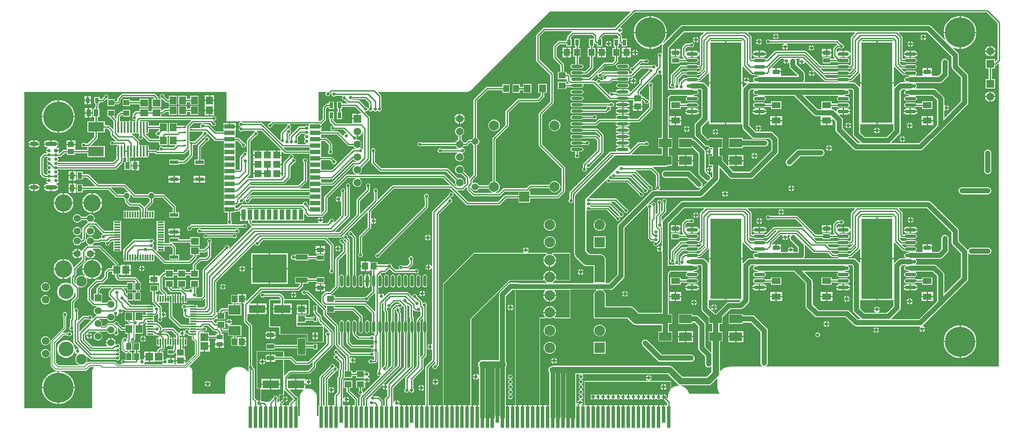
<source format=gtl>
G04*
G04 #@! TF.GenerationSoftware,Altium Limited,Altium Designer,21.3.2 (30)*
G04*
G04 Layer_Physical_Order=1*
G04 Layer_Color=255*
%FSLAX25Y25*%
%MOIN*%
G70*
G04*
G04 #@! TF.SameCoordinates,B38D24C8-20F9-4C12-AD3A-4427D22FBD9A*
G04*
G04*
G04 #@! TF.FilePolarity,Positive*
G04*
G01*
G75*
%ADD14C,0.01000*%
%ADD16C,0.00500*%
%ADD19R,0.02756X0.16535*%
%ADD20R,0.02756X0.12598*%
%ADD21R,0.12598X0.06299*%
%ADD22R,0.03150X0.04921*%
%ADD23R,0.04724X0.05709*%
%ADD24R,0.05709X0.04724*%
%ADD25R,0.05544X0.04747*%
%ADD26R,0.05315X0.03740*%
%ADD27O,0.09055X0.02362*%
%ADD28R,0.07087X0.04921*%
%ADD29O,0.08858X0.02756*%
%ADD30R,0.24410X0.62992*%
%ADD31R,0.09843X0.06693*%
%ADD32R,0.04747X0.05544*%
%ADD33O,0.02362X0.09055*%
%ADD34R,0.05512X0.05906*%
%ADD35R,0.02126X0.03386*%
G04:AMPARAMS|DCode=36|XSize=124.02mil|YSize=57.09mil|CornerRadius=2mil|HoleSize=0mil|Usage=FLASHONLY|Rotation=90.000|XOffset=0mil|YOffset=0mil|HoleType=Round|Shape=RoundedRectangle|*
%AMROUNDEDRECTD36*
21,1,0.12402,0.05309,0,0,90.0*
21,1,0.12002,0.05709,0,0,90.0*
1,1,0.00400,0.02655,0.06001*
1,1,0.00400,0.02655,-0.06001*
1,1,0.00400,-0.02655,-0.06001*
1,1,0.00400,-0.02655,0.06001*
%
%ADD36ROUNDEDRECTD36*%
G04:AMPARAMS|DCode=37|XSize=35.43mil|YSize=57.09mil|CornerRadius=1.95mil|HoleSize=0mil|Usage=FLASHONLY|Rotation=90.000|XOffset=0mil|YOffset=0mil|HoleType=Round|Shape=RoundedRectangle|*
%AMROUNDEDRECTD37*
21,1,0.03543,0.05319,0,0,90.0*
21,1,0.03154,0.05709,0,0,90.0*
1,1,0.00390,0.02659,0.01577*
1,1,0.00390,0.02659,-0.01577*
1,1,0.00390,-0.02659,-0.01577*
1,1,0.00390,-0.02659,0.01577*
%
%ADD37ROUNDEDRECTD37*%
%ADD38R,0.05315X0.03937*%
%ADD39R,0.04528X0.05315*%
%ADD40R,0.06102X0.06102*%
%ADD41R,0.04134X0.03150*%
%ADD42R,0.05709X0.05118*%
%ADD43R,0.05709X0.04528*%
%ADD44R,0.09449X0.07480*%
%ADD45R,0.04969X0.03771*%
%ADD46R,0.06102X0.06102*%
%ADD47R,0.03937X0.05315*%
%ADD48R,0.05727X0.06127*%
%ADD49R,0.05315X0.06102*%
%ADD50R,0.06693X0.03150*%
%ADD51R,0.06102X0.05512*%
%ADD52R,0.03740X0.05315*%
%ADD53R,0.05512X0.06102*%
%ADD54R,0.26772X0.21850*%
%ADD55R,0.09449X0.03937*%
%ADD56R,0.02000X0.01402*%
%ADD57R,0.05118X0.01181*%
%ADD58R,0.01181X0.05118*%
%ADD59R,0.04724X0.04331*%
%ADD60R,0.03150X0.04134*%
G04:AMPARAMS|DCode=61|XSize=88.58mil|YSize=15.75mil|CornerRadius=7.87mil|HoleSize=0mil|Usage=FLASHONLY|Rotation=270.000|XOffset=0mil|YOffset=0mil|HoleType=Round|Shape=RoundedRectangle|*
%AMROUNDEDRECTD61*
21,1,0.08858,0.00000,0,0,270.0*
21,1,0.07284,0.01575,0,0,270.0*
1,1,0.01575,0.00000,-0.03642*
1,1,0.01575,0.00000,0.03642*
1,1,0.01575,0.00000,0.03642*
1,1,0.01575,0.00000,-0.03642*
%
%ADD61ROUNDEDRECTD61*%
%ADD62R,0.12400X0.07700*%
%ADD63R,0.05151X0.03960*%
%ADD64R,0.07874X0.03543*%
%ADD65R,0.03543X0.07874*%
%ADD66R,0.05236X0.05236*%
G04:AMPARAMS|DCode=70|XSize=35.43mil|YSize=66.93mil|CornerRadius=17.72mil|HoleSize=0mil|Usage=FLASHONLY|Rotation=270.000|XOffset=0mil|YOffset=0mil|HoleType=Round|Shape=RoundedRectangle|*
%AMROUNDEDRECTD70*
21,1,0.03543,0.03150,0,0,270.0*
21,1,0.00000,0.06693,0,0,270.0*
1,1,0.03543,-0.01575,0.00000*
1,1,0.03543,-0.01575,0.00000*
1,1,0.03543,0.01575,0.00000*
1,1,0.03543,0.01575,0.00000*
%
%ADD70ROUNDEDRECTD70*%
G04:AMPARAMS|DCode=71|XSize=35.43mil|YSize=94.49mil|CornerRadius=17.72mil|HoleSize=0mil|Usage=FLASHONLY|Rotation=270.000|XOffset=0mil|YOffset=0mil|HoleType=Round|Shape=RoundedRectangle|*
%AMROUNDEDRECTD71*
21,1,0.03543,0.05906,0,0,270.0*
21,1,0.00000,0.09449,0,0,270.0*
1,1,0.03543,-0.02953,0.00000*
1,1,0.03543,-0.02953,0.00000*
1,1,0.03543,0.02953,0.00000*
1,1,0.03543,0.02953,0.00000*
%
%ADD71ROUNDEDRECTD71*%
%ADD72R,0.02559X0.02559*%
%ADD73C,0.02559*%
%ADD74R,0.06181X0.06181*%
%ADD75C,0.06181*%
%ADD76C,0.08268*%
%ADD77R,0.08268X0.08268*%
%ADD78C,0.23622*%
%ADD79R,0.07874X0.07874*%
%ADD80C,0.07874*%
%ADD81C,0.05315*%
%ADD82C,0.04724*%
%ADD83C,0.05906*%
%ADD84R,0.05906X0.05906*%
%ADD85C,0.05591*%
%ADD86C,0.13583*%
%ADD87C,0.06102*%
%ADD88R,0.05512X0.05512*%
%ADD89C,0.05512*%
%ADD90C,0.11614*%
%ADD91C,0.02500*%
%ADD92C,0.03937*%
%ADD93C,0.03500*%
%ADD94C,0.05000*%
%ADD95C,0.07874*%
G36*
X467388Y311661D02*
Y310047D01*
X463476D01*
Y304126D01*
X464239D01*
Y302567D01*
X462689D01*
Y295858D01*
X464239D01*
Y293063D01*
X462645Y291470D01*
X456496D01*
X455994Y291370D01*
X455568Y291086D01*
X444200Y279718D01*
X439250D01*
X438845Y279989D01*
X438189Y280119D01*
X431496D01*
X430840Y279989D01*
X430284Y279618D01*
X430159Y279431D01*
X429659Y279582D01*
Y280512D01*
X429559Y281014D01*
X429275Y281440D01*
X428507Y282208D01*
X428081Y282492D01*
X427579Y282592D01*
X426583D01*
Y284142D01*
X424541D01*
Y289764D01*
X424441Y290266D01*
X424157Y290692D01*
X419029Y295819D01*
Y303393D01*
X421410Y305774D01*
X426469D01*
Y304126D01*
X430618D01*
Y310047D01*
X429856D01*
Y310874D01*
X432040Y313057D01*
X446700D01*
X448097Y311661D01*
Y310047D01*
X444185D01*
Y304126D01*
X444947D01*
Y302567D01*
X443398D01*
Y295858D01*
X444947D01*
Y288142D01*
X441523Y284718D01*
X439250D01*
X438845Y284989D01*
X438189Y285120D01*
X431496D01*
X430840Y284989D01*
X430284Y284617D01*
X429913Y284061D01*
X429782Y283405D01*
X429913Y282750D01*
X430284Y282193D01*
X430840Y281822D01*
X431496Y281692D01*
X438189D01*
X438845Y281822D01*
X439250Y282093D01*
X442067D01*
X442569Y282193D01*
X442995Y282477D01*
X447188Y286670D01*
X447472Y287096D01*
X447573Y287598D01*
Y295858D01*
X449122D01*
Y302567D01*
X447573D01*
Y304126D01*
X448335D01*
Y306385D01*
X448835Y306592D01*
X449269Y306158D01*
X449694Y305874D01*
X450197Y305774D01*
X450484D01*
Y304126D01*
X454634D01*
Y310047D01*
X453872D01*
Y310874D01*
X456055Y313057D01*
X465992D01*
X467388Y311661D01*
D02*
G37*
G36*
X763451Y322291D02*
Y293851D01*
X761927Y292326D01*
X761465Y292517D01*
Y293866D01*
X754284D01*
Y286685D01*
X756561D01*
Y278276D01*
X754284D01*
Y271094D01*
X761465D01*
Y278276D01*
X759187D01*
Y286685D01*
X761465D01*
Y289042D01*
X761811D01*
X762313Y289142D01*
X762739Y289426D01*
X764078Y290765D01*
X764540Y290574D01*
Y53175D01*
X582544D01*
X582444Y53675D01*
X582492Y53695D01*
X583068Y54137D01*
X583510Y54712D01*
X583787Y55383D01*
X583882Y56102D01*
Y81496D01*
X583787Y82215D01*
X583510Y82886D01*
X583068Y83462D01*
X574013Y92517D01*
X573437Y92958D01*
X572767Y93236D01*
X572047Y93331D01*
X564476D01*
Y94398D01*
X553634D01*
Y86705D01*
X564476D01*
Y87771D01*
X570896D01*
X578323Y80345D01*
Y56102D01*
X578417Y55383D01*
X578695Y54712D01*
X579137Y54137D01*
X579712Y53695D01*
X579760Y53675D01*
X579661Y53175D01*
X554331D01*
X554253Y53165D01*
X554175Y53171D01*
X553519Y53139D01*
X553289Y53097D01*
X553055Y53082D01*
X551769Y52826D01*
X551474Y52726D01*
X551173Y52645D01*
X549961Y52143D01*
X549691Y51987D01*
X549411Y51850D01*
X548321Y51121D01*
X548087Y50916D01*
X547839Y50726D01*
X547123Y50009D01*
X546623Y50216D01*
Y72925D01*
X548728D01*
Y80618D01*
X546087D01*
Y86705D01*
X548728D01*
Y92041D01*
X554892Y98205D01*
X562795D01*
X563515Y98299D01*
X564185Y98577D01*
X564761Y99019D01*
X568895Y103153D01*
X569336Y103728D01*
X569614Y104399D01*
X569709Y105118D01*
Y131132D01*
X571092Y132516D01*
X573521D01*
X573588Y132321D01*
X573604Y132016D01*
X573056Y131649D01*
X572641Y131028D01*
X572495Y130295D01*
X572641Y129562D01*
X573056Y128941D01*
X573677Y128526D01*
X574409Y128381D01*
X575456D01*
X575495Y128330D01*
X576071Y127888D01*
X576501Y127710D01*
X576401Y127210D01*
X574409D01*
X573677Y127064D01*
X573056Y126649D01*
X572641Y126028D01*
X572495Y125295D01*
X572641Y124563D01*
X573056Y123941D01*
X573677Y123526D01*
X574409Y123380D01*
X580512D01*
X581245Y123526D01*
X581866Y123941D01*
X582281Y124563D01*
X582427Y125295D01*
X582281Y126028D01*
X581866Y126649D01*
X581317Y127016D01*
X581333Y127321D01*
X581401Y127516D01*
X604577D01*
X613559Y118534D01*
Y100787D01*
X613654Y100068D01*
X613931Y99398D01*
X614373Y98822D01*
X620475Y92720D01*
X621051Y92278D01*
X621722Y92000D01*
X622441Y91905D01*
X644912D01*
X651184Y85633D01*
X651760Y85191D01*
X652430Y84913D01*
X653150Y84819D01*
X702977Y84819D01*
X703184Y84319D01*
X702817Y83952D01*
X702496Y83177D01*
X706953D01*
X706632Y83952D01*
X705999Y84585D01*
X705199Y84916D01*
X705140Y85053D01*
X705044Y85427D01*
X705312Y85633D01*
X721060Y101381D01*
X739761Y120082D01*
X740203Y120657D01*
X740480Y121328D01*
X740575Y122047D01*
Y141656D01*
X741075Y141826D01*
X741145Y141735D01*
X741720Y141294D01*
X742391Y141016D01*
X743110Y140921D01*
X756015D01*
X756735Y141016D01*
X757405Y141294D01*
X757981Y141735D01*
X758422Y142311D01*
X758700Y142981D01*
X758795Y143701D01*
X758700Y144420D01*
X758422Y145091D01*
X757981Y145666D01*
X757405Y146108D01*
X756735Y146386D01*
X756015Y146481D01*
X743110D01*
X742391Y146386D01*
X741720Y146108D01*
X741145Y145666D01*
X740703Y145091D01*
X740537Y144689D01*
X739964Y144614D01*
X739761Y144879D01*
X733291Y151348D01*
Y159252D01*
X733197Y159971D01*
X732919Y160642D01*
X732477Y161217D01*
X711611Y182084D01*
X711035Y182525D01*
X710365Y182803D01*
X709646Y182898D01*
X517717D01*
X516997Y182803D01*
X516327Y182525D01*
X515751Y182084D01*
X501971Y168304D01*
X501530Y167728D01*
X501031Y167831D01*
Y170859D01*
X504146Y173973D01*
X504431Y174399D01*
X504530Y174902D01*
Y181840D01*
X504701Y182011D01*
X504968Y182655D01*
Y183351D01*
X504701Y183994D01*
X504209Y184486D01*
X503566Y184753D01*
X502870D01*
X502227Y184486D01*
X501734Y183994D01*
X501468Y183351D01*
Y182655D01*
X501734Y182011D01*
X501905Y181840D01*
Y175445D01*
X500987Y174527D01*
X500525Y174719D01*
Y180924D01*
X500696Y181095D01*
X500963Y181738D01*
Y182435D01*
X500696Y183078D01*
X500204Y183570D01*
X499561Y183837D01*
X498865D01*
X498221Y183570D01*
X497729Y183078D01*
X497463Y182435D01*
Y181738D01*
X497729Y181095D01*
X497900Y180924D01*
Y173968D01*
X496657Y172724D01*
X496195Y172916D01*
Y179153D01*
X496365Y179324D01*
X496632Y179967D01*
Y180663D01*
X496365Y181306D01*
X495873Y181799D01*
X495230Y182065D01*
X494534D01*
X493891Y181799D01*
X493398Y181306D01*
X493132Y180663D01*
Y180523D01*
X492963Y180399D01*
X492632Y180262D01*
X492080Y180490D01*
X491428D01*
X491332Y180604D01*
X491175Y180945D01*
X496033Y185803D01*
X531299D01*
X532019Y185898D01*
X532689Y186175D01*
X533265Y186617D01*
X545273Y198625D01*
X545714Y199201D01*
X545992Y199871D01*
X546087Y200590D01*
Y208778D01*
X546549Y208969D01*
X549237Y206281D01*
X549420Y205838D01*
X549862Y205262D01*
X553940Y201184D01*
X554516Y200742D01*
X555186Y200465D01*
X555905Y200370D01*
X571063D01*
X571782Y200465D01*
X572453Y200742D01*
X573029Y201184D01*
X591533Y219688D01*
X591974Y220264D01*
X592252Y220934D01*
X592347Y221654D01*
Y231102D01*
X592252Y231822D01*
X591974Y232492D01*
X591533Y233068D01*
X588186Y236414D01*
X587610Y236856D01*
X586940Y237134D01*
X586221Y237228D01*
X574577D01*
X569709Y242096D01*
Y268927D01*
X571092Y270311D01*
X573521D01*
X573588Y270116D01*
X573604Y269811D01*
X573056Y269444D01*
X572641Y268823D01*
X572495Y268091D01*
X572641Y267358D01*
X573056Y266737D01*
X573677Y266322D01*
X574409Y266176D01*
X575456D01*
X575495Y266125D01*
X576071Y265683D01*
X576501Y265505D01*
X576401Y265005D01*
X574409D01*
X573677Y264860D01*
X573056Y264444D01*
X572641Y263823D01*
X572495Y263090D01*
X572641Y262358D01*
X573056Y261737D01*
X573677Y261322D01*
X574409Y261176D01*
X580512D01*
X581245Y261322D01*
X581866Y261737D01*
X582281Y262358D01*
X582427Y263090D01*
X582281Y263823D01*
X581866Y264444D01*
X581317Y264811D01*
X581333Y265116D01*
X581401Y265311D01*
X604577D01*
X619885Y250003D01*
X620461Y249561D01*
X621131Y249284D01*
X621850Y249189D01*
X625378D01*
Y246465D01*
X629921D01*
X634465D01*
Y247172D01*
X634927Y247363D01*
X636984Y245305D01*
Y238779D01*
X637079Y238060D01*
X637357Y237390D01*
X637798Y236814D01*
X651184Y223428D01*
X651760Y222986D01*
X652430Y222709D01*
X653150Y222614D01*
X703346Y222614D01*
X704066Y222709D01*
X704736Y222986D01*
X705312Y223428D01*
X721060Y239176D01*
X739761Y257877D01*
X740203Y258453D01*
X740480Y259123D01*
X740575Y259842D01*
Y280709D01*
X740480Y281428D01*
X740203Y282099D01*
X739761Y282674D01*
X733291Y289143D01*
Y297047D01*
X733197Y297767D01*
X732919Y298437D01*
X732477Y299013D01*
X728578Y302913D01*
X728875Y303322D01*
X729334Y303088D01*
X731252Y302465D01*
X733244Y302150D01*
X733752D01*
Y314461D01*
X721441D01*
Y313952D01*
X721756Y311961D01*
X722379Y310043D01*
X722613Y309584D01*
X722204Y309286D01*
X711611Y319879D01*
X711035Y320321D01*
X710365Y320598D01*
X709646Y320693D01*
X517717D01*
X516997Y320598D01*
X516327Y320321D01*
X515751Y319879D01*
X502592Y306720D01*
X502211Y307046D01*
X503083Y308246D01*
X503998Y310043D01*
X504622Y311961D01*
X504937Y313952D01*
Y314461D01*
X492626D01*
Y302150D01*
X493134D01*
X495126Y302465D01*
X497044Y303088D01*
X498840Y304004D01*
X500472Y305189D01*
X501206Y305923D01*
X501583Y305593D01*
X501530Y305524D01*
X501252Y304853D01*
X501157Y304134D01*
Y298678D01*
X500657Y298471D01*
X500598Y298531D01*
X499954Y298797D01*
X499258D01*
X498615Y298531D01*
X498123Y298039D01*
X497856Y297395D01*
Y296699D01*
X498123Y296056D01*
X498294Y295885D01*
Y288519D01*
X497291Y287516D01*
X497170Y287549D01*
X496829Y287761D01*
Y288340D01*
X496562Y288983D01*
X496070Y289476D01*
X495427Y289742D01*
X494731D01*
X494087Y289476D01*
X493917Y289305D01*
X484252D01*
X483930Y289241D01*
X483684Y289702D01*
X484993Y291010D01*
X488011D01*
X488182Y290839D01*
X488825Y290573D01*
X489521D01*
X490165Y290839D01*
X490657Y291332D01*
X490923Y291975D01*
Y292671D01*
X490657Y293314D01*
X490165Y293806D01*
X489521Y294073D01*
X488825D01*
X488182Y293806D01*
X488011Y293635D01*
X484449D01*
X483947Y293535D01*
X483521Y293251D01*
X478043Y287774D01*
X477802D01*
X477158Y287507D01*
X476666Y287015D01*
X476400Y286372D01*
Y285676D01*
X476666Y285032D01*
X477158Y284540D01*
X477802Y284274D01*
X477970D01*
X478177Y283774D01*
X476622Y282218D01*
X475774D01*
X475539Y282659D01*
X475599Y282750D01*
X475730Y283405D01*
X475599Y284061D01*
X475228Y284617D01*
X474672Y284989D01*
X474016Y285120D01*
X467323D01*
X466667Y284989D01*
X466261Y284718D01*
X454736D01*
X454233Y284618D01*
X453807Y284334D01*
X452720Y283246D01*
X452408D01*
X451964Y283062D01*
X451681Y283486D01*
X457040Y288845D01*
X463189D01*
X463691Y288945D01*
X464117Y289229D01*
X466479Y291592D01*
X466764Y292017D01*
X466864Y292520D01*
Y295858D01*
X468413D01*
Y302567D01*
X466864D01*
Y304126D01*
X467626D01*
Y306385D01*
X468126Y306592D01*
X468560Y306158D01*
X468986Y305874D01*
X469488Y305774D01*
X469776D01*
Y304126D01*
X473925D01*
Y310047D01*
X470013D01*
Y312205D01*
X469913Y312707D01*
X469629Y313133D01*
X468938Y313824D01*
X469058Y314411D01*
X469582Y314628D01*
X470215Y315261D01*
X470535Y316035D01*
X468307D01*
Y317035D01*
X470535D01*
X470215Y317810D01*
X469582Y318443D01*
X468919Y318718D01*
X468742Y319247D01*
X480071Y330577D01*
X755165D01*
X763451Y322291D01*
D02*
G37*
G36*
X652185Y314672D02*
X649269Y311755D01*
X648984Y311329D01*
X648884Y310827D01*
Y298659D01*
X648384Y298610D01*
X648303Y299018D01*
X647777Y299805D01*
X646991Y300330D01*
X646063Y300515D01*
X643512D01*
Y298091D01*
Y295666D01*
X646063D01*
X646991Y295851D01*
X647777Y296376D01*
X648303Y297163D01*
X648384Y297571D01*
X648884Y297522D01*
Y289914D01*
X648374Y289403D01*
X647444D01*
X647417Y289444D01*
X646796Y289860D01*
X646063Y290005D01*
X639961D01*
X639228Y289860D01*
X638607Y289444D01*
X638579Y289403D01*
X624895D01*
X614110Y300188D01*
X613684Y300473D01*
X613182Y300572D01*
X590205D01*
X589702Y300473D01*
X589277Y300188D01*
X583492Y294403D01*
X581893D01*
X581866Y294444D01*
X581245Y294860D01*
X580512Y295005D01*
X574409D01*
X573677Y294860D01*
X573056Y294444D01*
X573028Y294403D01*
X571430D01*
X571195Y294638D01*
Y311221D01*
X571095Y311723D01*
X570810Y312149D01*
X568287Y314672D01*
X568478Y315134D01*
X651994D01*
X652185Y314672D01*
D02*
G37*
G36*
X534075D02*
X531158Y311755D01*
X530874Y311329D01*
X530774Y310827D01*
Y298659D01*
X530274Y298610D01*
X530193Y299018D01*
X529667Y299805D01*
X528881Y300330D01*
X527953Y300515D01*
X525402D01*
Y298091D01*
Y295666D01*
X527953D01*
X528881Y295851D01*
X529667Y296376D01*
X530193Y297163D01*
X530274Y297571D01*
X530774Y297522D01*
Y289914D01*
X530263Y289403D01*
X529334D01*
X529307Y289444D01*
X528686Y289860D01*
X527953Y290005D01*
X521850D01*
X521118Y289860D01*
X520497Y289444D01*
X520469Y289403D01*
X516240D01*
X515738Y289303D01*
X515312Y289019D01*
X508521Y282227D01*
X508236Y281802D01*
X508136Y281299D01*
Y274981D01*
X507965Y274810D01*
X507699Y274167D01*
Y273471D01*
X507965Y272828D01*
X508458Y272335D01*
X509101Y272069D01*
X509797D01*
X510440Y272335D01*
X510545Y272441D01*
X510864Y272344D01*
X511062Y272250D01*
X511312Y271646D01*
X511588Y271370D01*
X511381Y270870D01*
X507067D01*
X506717Y271177D01*
Y302982D01*
X518868Y315134D01*
X533884D01*
X534075Y314672D01*
D02*
G37*
G36*
X650715Y287325D02*
X650749Y287054D01*
X648098Y284403D01*
X647444D01*
X647417Y284444D01*
X646796Y284859D01*
X646063Y285005D01*
X639961D01*
X639228Y284859D01*
X638607Y284444D01*
X638579Y284403D01*
X627367D01*
X625454Y286316D01*
X625646Y286778D01*
X638579D01*
X638607Y286737D01*
X639228Y286322D01*
X639961Y286176D01*
X646063D01*
X646796Y286322D01*
X647417Y286737D01*
X647444Y286778D01*
X648917D01*
X649420Y286878D01*
X649846Y287162D01*
X650188Y287505D01*
X650715Y287325D01*
D02*
G37*
G36*
X532605D02*
X532639Y287054D01*
X529988Y284403D01*
X529334D01*
X529307Y284444D01*
X528686Y284859D01*
X527953Y285005D01*
X521850D01*
X521118Y284859D01*
X520567Y284492D01*
X517037D01*
X516535Y284392D01*
X516109Y284107D01*
X511867Y279865D01*
X511583Y279439D01*
X511483Y278937D01*
Y275101D01*
X510983Y274886D01*
X510761Y275097D01*
Y280755D01*
X516784Y286778D01*
X520469D01*
X520497Y286737D01*
X521118Y286322D01*
X521850Y286176D01*
X527953D01*
X528686Y286322D01*
X529307Y286737D01*
X529334Y286778D01*
X530807D01*
X531309Y286878D01*
X531735Y287162D01*
X532078Y287505D01*
X532605Y287325D01*
D02*
G37*
G36*
X653215Y285100D02*
Y284520D01*
X648098Y279403D01*
X647444D01*
X647417Y279445D01*
X646796Y279859D01*
X646063Y280005D01*
X639961D01*
X639228Y279859D01*
X638607Y279445D01*
X638579Y279403D01*
X629840D01*
X627927Y281316D01*
X628118Y281778D01*
X638579D01*
X638607Y281737D01*
X639228Y281322D01*
X639961Y281176D01*
X646063D01*
X646796Y281322D01*
X647417Y281737D01*
X647444Y281778D01*
X648642D01*
X649144Y281878D01*
X649570Y282162D01*
X652715Y285307D01*
X653215Y285100D01*
D02*
G37*
G36*
X535105D02*
Y284520D01*
X529988Y279403D01*
X529334D01*
X529307Y279445D01*
X528686Y279859D01*
X527953Y280005D01*
X521850D01*
X521118Y279859D01*
X520497Y279445D01*
X520489Y279433D01*
X518972D01*
X518470Y279333D01*
X518044Y279048D01*
X515410Y276414D01*
X515126Y275989D01*
X515026Y275486D01*
Y273779D01*
X514799Y273616D01*
X514279Y273629D01*
X514108Y273800D01*
Y278393D01*
X517581Y281867D01*
X520410D01*
X520497Y281737D01*
X521118Y281322D01*
X521850Y281176D01*
X527953D01*
X528686Y281322D01*
X529307Y281737D01*
X529334Y281778D01*
X530532D01*
X531034Y281878D01*
X531460Y282162D01*
X534605Y285307D01*
X535105Y285100D01*
D02*
G37*
G36*
X596469Y293872D02*
X596197Y293216D01*
X598425D01*
Y292717D01*
X598925D01*
Y290488D01*
X599700Y290809D01*
X600333Y291442D01*
X600460Y291751D01*
X600960Y291651D01*
Y288696D01*
X601055Y287976D01*
X601333Y287306D01*
X601775Y286730D01*
X607135Y281370D01*
X606927Y280870D01*
X600394D01*
X600393Y280870D01*
X594578D01*
X594209Y281185D01*
X594209Y281370D01*
Y283555D01*
X590551D01*
Y284055D01*
X590051D01*
Y286925D01*
X587323D01*
X587116Y287425D01*
X594063Y294372D01*
X596246D01*
X596469Y293872D01*
D02*
G37*
G36*
X451190Y282288D02*
X451006Y281844D01*
Y281148D01*
X451272Y280505D01*
X451765Y280012D01*
X452408Y279746D01*
X453104D01*
X453747Y280012D01*
X454240Y280505D01*
X454506Y281148D01*
Y281320D01*
X455279Y282093D01*
X456695D01*
X456875Y281658D01*
X456564Y281278D01*
X456345D01*
X455702Y281011D01*
X455209Y280519D01*
X454943Y279876D01*
Y279180D01*
X455209Y278536D01*
X455437Y278309D01*
X455230Y277809D01*
X453209D01*
X452960Y278058D01*
X452317Y278325D01*
X451620D01*
X450977Y278058D01*
X450485Y277566D01*
X450218Y276923D01*
Y276557D01*
X449719Y276350D01*
X449206Y276863D01*
X448780Y277148D01*
X448278Y277248D01*
X446150D01*
X445943Y277748D01*
X450766Y282571D01*
X451190Y282288D01*
D02*
G37*
G36*
X491185Y286179D02*
X491165Y286159D01*
X490898Y285516D01*
Y285274D01*
X484049Y278425D01*
X483765Y277999D01*
X483665Y277497D01*
Y275435D01*
X476729Y268499D01*
X476188Y268665D01*
X476070Y269256D01*
X475588Y269978D01*
X474867Y270460D01*
X474016Y270629D01*
X471169D01*
Y268406D01*
X470669D01*
Y267905D01*
X464863D01*
X464816Y267848D01*
X463170D01*
X462999Y268019D01*
X462356Y268285D01*
X461660D01*
X461017Y268019D01*
X460524Y267527D01*
X460258Y266883D01*
Y266518D01*
X459758Y266311D01*
X451744Y274325D01*
X451951Y274825D01*
X452317D01*
X452960Y275091D01*
X453052Y275183D01*
X460449D01*
X460952Y275283D01*
X461377Y275568D01*
X462902Y277093D01*
X466261D01*
X466667Y276822D01*
X467323Y276692D01*
X474016D01*
X474672Y276822D01*
X475228Y277193D01*
X475599Y277750D01*
X475730Y278405D01*
X475599Y279061D01*
X475539Y279152D01*
X475774Y279593D01*
X477165D01*
X477668Y279693D01*
X478093Y279977D01*
X484796Y286680D01*
X490978D01*
X491185Y286179D01*
D02*
G37*
G36*
X681918Y308548D02*
X681727Y308087D01*
X669791D01*
Y276091D01*
X682496D01*
Y288092D01*
X682996Y288244D01*
X683127Y288048D01*
X689013Y282162D01*
X689439Y281878D01*
X689941Y281778D01*
X691138D01*
X691166Y281737D01*
X691787Y281322D01*
X692520Y281176D01*
X694511D01*
X694611Y280676D01*
X694181Y280498D01*
X693605Y280056D01*
X693566Y280005D01*
X692520D01*
X691787Y279859D01*
X691166Y279445D01*
X690751Y278823D01*
X690605Y278091D01*
X690751Y277358D01*
X691166Y276737D01*
X691714Y276370D01*
X691698Y276065D01*
X691631Y275870D01*
X688051D01*
X687332Y275776D01*
X686661Y275498D01*
X686086Y275056D01*
X683074Y272044D01*
X682996Y271943D01*
X682496Y272113D01*
Y275091D01*
X669791D01*
Y243094D01*
X682260D01*
Y238356D01*
X676998Y233095D01*
X659616D01*
X656126Y236584D01*
Y243094D01*
X668791D01*
Y275091D01*
X656087D01*
Y272562D01*
X655587Y272392D01*
X655312Y272750D01*
X653006Y275056D01*
X652430Y275498D01*
X651760Y275776D01*
X651040Y275870D01*
X646952D01*
X646884Y276065D01*
X646869Y276370D01*
X647417Y276737D01*
X647444Y276778D01*
X648642D01*
X649144Y276878D01*
X649570Y277162D01*
X655456Y283048D01*
X655587Y283244D01*
X656087Y283092D01*
Y276091D01*
X668791D01*
Y308087D01*
X657447D01*
X657255Y308548D01*
X657827Y309120D01*
X681346D01*
X681918Y308548D01*
D02*
G37*
G36*
X563808D02*
X563616Y308087D01*
X551681D01*
Y276091D01*
X564386D01*
Y288092D01*
X564886Y288244D01*
X565017Y288048D01*
X570903Y282162D01*
X571328Y281878D01*
X571831Y281778D01*
X573028D01*
X573056Y281737D01*
X573677Y281322D01*
X574409Y281176D01*
X576401D01*
X576501Y280676D01*
X576071Y280498D01*
X575495Y280056D01*
X575456Y280005D01*
X574409D01*
X573677Y279859D01*
X573056Y279445D01*
X572641Y278823D01*
X572495Y278091D01*
X572641Y277358D01*
X573056Y276737D01*
X573604Y276370D01*
X573588Y276065D01*
X573521Y275870D01*
X569941D01*
X569460Y275807D01*
X569226Y276280D01*
X569230Y276285D01*
X569551Y277059D01*
X565095D01*
X565415Y276285D01*
X566048Y275652D01*
X566875Y275309D01*
X567521D01*
X567728Y274809D01*
X564964Y272044D01*
X564886Y271943D01*
X564386Y272113D01*
Y275091D01*
X551681D01*
Y243094D01*
X564149D01*
Y240945D01*
X564244Y240226D01*
X564522Y239555D01*
X564964Y238979D01*
X571460Y232483D01*
X572035Y232042D01*
X572706Y231764D01*
X573425Y231669D01*
X585069D01*
X586787Y229951D01*
Y222805D01*
X569912Y205929D01*
X557057D01*
X554419Y208568D01*
X554235Y209011D01*
X553793Y209587D01*
X553621Y209758D01*
X553813Y210221D01*
X558555D01*
Y214067D01*
X553134D01*
Y210899D01*
X552672Y210708D01*
X548728Y214651D01*
Y218413D01*
X546087D01*
Y224500D01*
X548728D01*
Y232193D01*
X537886D01*
Y231126D01*
X537372D01*
X532504Y235994D01*
Y240975D01*
X537005Y245475D01*
X537447Y246051D01*
X537476Y246123D01*
X537976Y246024D01*
Y243094D01*
X550681D01*
Y275091D01*
X537976D01*
Y272399D01*
X537476Y272299D01*
X537447Y272371D01*
X537005Y272947D01*
X534896Y275056D01*
X534320Y275498D01*
X533649Y275776D01*
X532930Y275870D01*
X528841D01*
X528774Y276065D01*
X528758Y276370D01*
X529307Y276737D01*
X529334Y276778D01*
X530532D01*
X531034Y276878D01*
X531460Y277162D01*
X537346Y283048D01*
X537476Y283244D01*
X537976Y283092D01*
Y276091D01*
X550681D01*
Y308087D01*
X539336D01*
X539145Y308548D01*
X539717Y309120D01*
X563236D01*
X563808Y308548D01*
D02*
G37*
G36*
X609194Y293872D02*
X608722Y293401D01*
X608402Y292626D01*
X610630D01*
Y292126D01*
X611130D01*
Y289898D01*
X611904Y290218D01*
X612537Y290851D01*
X612880Y291678D01*
Y291943D01*
X613380Y292150D01*
X628368Y277162D01*
X628793Y276878D01*
X629296Y276778D01*
X638579D01*
X638607Y276737D01*
X639155Y276370D01*
X639139Y276065D01*
X639072Y275870D01*
X612636D01*
X612390Y276370D01*
X612643Y276701D01*
X612921Y277371D01*
X613016Y278091D01*
Y282200D01*
X612921Y282919D01*
X612643Y283590D01*
X612202Y284165D01*
X606520Y289847D01*
Y292429D01*
X606425Y293149D01*
X606147Y293819D01*
X606067Y293924D01*
X606288Y294372D01*
X608987D01*
X609194Y293872D01*
D02*
G37*
G36*
X650567Y269633D02*
Y235433D01*
X650662Y234714D01*
X650939Y234043D01*
X651381Y233468D01*
X656175Y228673D01*
X655968Y228173D01*
X654301D01*
X642544Y239931D01*
Y246457D01*
X642449Y247176D01*
X642171Y247847D01*
X641729Y248422D01*
X639986Y250166D01*
X640193Y250666D01*
X642512D01*
Y253091D01*
Y255515D01*
X639961D01*
X639033Y255330D01*
X638246Y254805D01*
X637721Y254018D01*
X637575Y253284D01*
X637066Y253085D01*
X636217Y253934D01*
X635642Y254376D01*
X634971Y254654D01*
X634350Y254735D01*
X634167Y254866D01*
X633965Y255149D01*
X633965Y255248D01*
Y256778D01*
X638579D01*
X638607Y256737D01*
X639228Y256322D01*
X639961Y256176D01*
X646063D01*
X646796Y256322D01*
X647417Y256737D01*
X647832Y257358D01*
X647978Y258090D01*
X647832Y258823D01*
X647417Y259444D01*
X646796Y259859D01*
X646063Y260005D01*
X639961D01*
X639228Y259859D01*
X638607Y259444D01*
X638579Y259403D01*
X633965D01*
Y260933D01*
X625878D01*
Y255248D01*
X625878Y255012D01*
X625487Y254748D01*
X623002D01*
X612901Y264849D01*
X613092Y265311D01*
X639072D01*
X639139Y265116D01*
X639155Y264811D01*
X638607Y264444D01*
X638192Y263823D01*
X638046Y263090D01*
X638192Y262358D01*
X638607Y261737D01*
X639228Y261322D01*
X639961Y261176D01*
X646063D01*
X646796Y261322D01*
X647417Y261737D01*
X647832Y262358D01*
X647978Y263090D01*
X647832Y263823D01*
X647417Y264444D01*
X646796Y264860D01*
X646063Y265005D01*
X644071D01*
X643972Y265505D01*
X644402Y265683D01*
X644977Y266125D01*
X645016Y266176D01*
X646063D01*
X646796Y266322D01*
X647417Y266737D01*
X647832Y267358D01*
X647978Y268091D01*
X647832Y268823D01*
X647417Y269444D01*
X646869Y269811D01*
X646884Y270116D01*
X646952Y270311D01*
X649889D01*
X650567Y269633D01*
D02*
G37*
G36*
X532260Y269830D02*
Y248592D01*
X527759Y244092D01*
X527317Y243516D01*
X527039Y242845D01*
X526945Y242126D01*
Y234842D01*
X527039Y234123D01*
X527317Y233453D01*
X527759Y232877D01*
X534255Y226381D01*
X534831Y225939D01*
X535501Y225661D01*
X536221Y225567D01*
X537886D01*
Y224500D01*
X540527D01*
Y223401D01*
X540027Y223194D01*
X539660Y223561D01*
X538886Y223882D01*
Y221654D01*
Y219425D01*
X539660Y219746D01*
X540027Y220113D01*
X540527Y219906D01*
Y218413D01*
X537886D01*
Y210720D01*
X540527D01*
Y209425D01*
X540027Y209218D01*
X539857Y209388D01*
X539083Y209709D01*
Y207480D01*
Y205252D01*
X539857Y205573D01*
X540027Y205743D01*
X540527Y205536D01*
Y201742D01*
X540057Y201272D01*
X539529Y201451D01*
X539496Y201704D01*
X539218Y202374D01*
X538777Y202950D01*
X535457Y206270D01*
Y221260D01*
X535362Y221979D01*
X535084Y222650D01*
X534643Y223225D01*
X527556Y230312D01*
X526980Y230754D01*
X526310Y231031D01*
X525591Y231126D01*
X525106D01*
Y232193D01*
X514264D01*
Y224500D01*
X519821D01*
X520344Y224284D01*
X521063Y224189D01*
X521782Y224284D01*
X522305Y224500D01*
X525106D01*
Y224500D01*
X525389Y224617D01*
X529897Y220109D01*
Y205118D01*
X529992Y204399D01*
X530270Y203728D01*
X530712Y203153D01*
X534845Y199019D01*
X535421Y198577D01*
X536092Y198299D01*
X536344Y198266D01*
X536524Y197738D01*
X532805Y194020D01*
X532429Y194350D01*
X532525Y194476D01*
X532803Y195147D01*
X532898Y195866D01*
X532803Y196586D01*
X532525Y197256D01*
X532084Y197832D01*
X524013Y205903D01*
X523437Y206344D01*
X522767Y206622D01*
X522047Y206717D01*
X503937D01*
X503218Y206622D01*
X502547Y206344D01*
X501971Y205903D01*
X501530Y205327D01*
X501252Y204656D01*
X501157Y203937D01*
X501252Y203218D01*
X501530Y202547D01*
X501971Y201972D01*
X502547Y201530D01*
X503218Y201252D01*
X503937Y201157D01*
X520896D01*
X528153Y193901D01*
X528728Y193459D01*
X529399Y193181D01*
X530118Y193087D01*
X530837Y193181D01*
X531508Y193459D01*
X531634Y193555D01*
X531964Y193179D01*
X530148Y191362D01*
X498945D01*
X498846Y191862D01*
X499023Y191936D01*
X499515Y192428D01*
X499782Y193071D01*
Y193767D01*
X499515Y194411D01*
X499344Y194581D01*
Y203740D01*
X499244Y204242D01*
X498960Y204668D01*
X494326Y209302D01*
X494327Y209329D01*
X494481Y209802D01*
X503937D01*
X505170Y209964D01*
X506320Y210440D01*
X506685Y210720D01*
X509358D01*
Y218413D01*
X506717D01*
Y224500D01*
X509358D01*
Y232193D01*
X506717D01*
Y263809D01*
X508218Y265311D01*
X520962D01*
X521029Y265116D01*
X521045Y264811D01*
X520497Y264444D01*
X520081Y263823D01*
X519936Y263090D01*
X520081Y262358D01*
X520497Y261737D01*
X521118Y261322D01*
X521850Y261176D01*
X527953D01*
X528686Y261322D01*
X529307Y261737D01*
X529722Y262358D01*
X529868Y263090D01*
X529722Y263823D01*
X529307Y264444D01*
X528686Y264860D01*
X527953Y265005D01*
X525961D01*
X525862Y265505D01*
X526291Y265683D01*
X526867Y266125D01*
X526906Y266176D01*
X527953D01*
X528686Y266322D01*
X529307Y266737D01*
X529722Y267358D01*
X529868Y268091D01*
X529722Y268823D01*
X529307Y269444D01*
X528758Y269811D01*
X528774Y270116D01*
X528841Y270311D01*
X531779D01*
X532260Y269830D01*
D02*
G37*
G36*
X238927Y267977D02*
X238674Y267724D01*
X238407Y267080D01*
Y266384D01*
X238674Y265741D01*
X239166Y265249D01*
X239809Y264982D01*
X240506D01*
X241149Y265249D01*
X241641Y265741D01*
X241908Y266384D01*
Y266626D01*
X242887Y267606D01*
X243311Y267323D01*
X243132Y266889D01*
Y266193D01*
X243398Y265550D01*
X243891Y265058D01*
X244534Y264791D01*
X245230D01*
X245873Y265058D01*
X246235Y265420D01*
X251411D01*
X251618Y264920D01*
X251469Y264771D01*
X251203Y264128D01*
Y263431D01*
X251469Y262788D01*
X251961Y262296D01*
X252605Y262030D01*
X252846D01*
X255174Y259702D01*
X255197Y259687D01*
X255045Y259187D01*
X251287D01*
Y260835D01*
X247138D01*
Y254913D01*
X247900D01*
Y252961D01*
X247138D01*
Y247039D01*
X251287D01*
Y252961D01*
X250525D01*
Y254913D01*
X251287D01*
Y256561D01*
X261464D01*
X266170Y251856D01*
X265979Y251394D01*
X263650D01*
Y247441D01*
X263150D01*
Y246941D01*
X259197D01*
Y243832D01*
X246607D01*
X244226Y246213D01*
Y247039D01*
X244988D01*
Y252961D01*
X240839D01*
Y247039D01*
X241601D01*
Y245669D01*
X241701Y245167D01*
X241985Y244741D01*
X244636Y242090D01*
X244353Y241666D01*
X244246Y241711D01*
X243549D01*
X242906Y241444D01*
X242414Y240952D01*
X242148Y240309D01*
Y239613D01*
X242414Y238969D01*
X242906Y238477D01*
X243549Y238211D01*
X244246D01*
X244889Y238477D01*
X245257Y238845D01*
X252409D01*
X254646Y236608D01*
X254438Y236108D01*
X254080D01*
X253253Y235766D01*
X252620Y235133D01*
X252278Y234306D01*
Y234090D01*
X251816Y233899D01*
X248566Y237149D01*
X248140Y237433D01*
X247638Y237533D01*
X235827D01*
X235629Y237494D01*
X234752D01*
Y238409D01*
X235252D01*
Y240681D01*
X230315D01*
Y241681D01*
X235252D01*
Y243218D01*
X235542Y243275D01*
X235967Y243560D01*
X238330Y245922D01*
X238614Y246348D01*
X238714Y246850D01*
Y255362D01*
X239914Y256561D01*
X240839D01*
Y254913D01*
X244988D01*
Y260835D01*
X240839D01*
Y259187D01*
X239370D01*
X238868Y259087D01*
X238442Y258802D01*
X236473Y256834D01*
X236189Y256408D01*
X236089Y255906D01*
Y247394D01*
X234496Y245801D01*
X232868D01*
X232825Y245866D01*
Y268477D01*
X238720D01*
X238927Y267977D01*
D02*
G37*
G36*
X160876Y245866D02*
X161035Y245483D01*
X161417Y245325D01*
X171811D01*
X171896Y244860D01*
X171253Y244594D01*
X170761Y244102D01*
X170494Y243458D01*
Y242762D01*
X170761Y242119D01*
X171253Y241627D01*
X171820Y241392D01*
X171836Y241294D01*
Y240989D01*
X171820Y240892D01*
X171253Y240657D01*
X170761Y240164D01*
X170494Y239521D01*
Y238825D01*
X170761Y238182D01*
X171253Y237690D01*
X171896Y237423D01*
X172592D01*
X173235Y237690D01*
X173406Y237861D01*
X182889D01*
X182988Y237361D01*
X182867Y237310D01*
X182375Y236818D01*
X182108Y236175D01*
Y235933D01*
X177418Y231243D01*
X177134Y230817D01*
X177034Y230315D01*
Y221227D01*
X176534Y221020D01*
X176385Y221169D01*
X175742Y221435D01*
X175046D01*
X174402Y221169D01*
X173910Y220676D01*
X173644Y220033D01*
Y219791D01*
X171710Y217857D01*
X171425Y217431D01*
X171325Y216929D01*
Y207827D01*
X170992Y207494D01*
X167823D01*
Y208409D01*
X167823Y208453D01*
Y208910D01*
X167823Y208953D01*
Y213409D01*
X167823Y213453D01*
Y213910D01*
X167823Y213953D01*
Y218409D01*
X167823Y218453D01*
Y218910D01*
X167823Y218953D01*
Y223409D01*
X167823Y223453D01*
Y223909D01*
X167823Y223953D01*
Y228409D01*
X167823Y228453D01*
Y228909D01*
X167823Y228953D01*
Y229869D01*
X169456D01*
X172659Y226665D01*
Y226424D01*
X172926Y225780D01*
X173418Y225288D01*
X174061Y225022D01*
X174758D01*
X175401Y225288D01*
X175893Y225780D01*
X176159Y226424D01*
Y227120D01*
X175893Y227763D01*
X175401Y228255D01*
X174758Y228522D01*
X174516D01*
X170928Y232109D01*
X170502Y232394D01*
X170000Y232494D01*
X167823D01*
Y233409D01*
X167823Y233453D01*
Y233910D01*
X167823Y233953D01*
Y238409D01*
X168323D01*
Y240681D01*
X158449D01*
Y238409D01*
X158949D01*
Y237494D01*
X152552D01*
X147385Y242660D01*
X146959Y242945D01*
X146457Y243045D01*
X143288D01*
X143117Y243216D01*
X142474Y243482D01*
X142521Y243963D01*
X148275D01*
X149037Y243201D01*
Y242959D01*
X149304Y242316D01*
X149796Y241824D01*
X150439Y241557D01*
X151136D01*
X151779Y241824D01*
X152271Y242316D01*
X152537Y242959D01*
Y243655D01*
X152271Y244298D01*
X151779Y244791D01*
X151136Y245057D01*
X150894D01*
X150442Y245508D01*
X150726Y245932D01*
X150833Y245888D01*
X151529D01*
X152172Y246154D01*
X152665Y246646D01*
X152931Y247290D01*
Y247986D01*
X152665Y248629D01*
X152172Y249121D01*
X151529Y249388D01*
X150833D01*
X150190Y249121D01*
X150019Y248950D01*
X109850D01*
Y250853D01*
X110827D01*
X111329Y250953D01*
X111755Y251237D01*
X113142Y252624D01*
X115839D01*
Y250386D01*
X122350D01*
Y257488D01*
X115839D01*
Y255250D01*
X112598D01*
X112096Y255150D01*
X111670Y254865D01*
X110350Y253545D01*
X109850Y253641D01*
Y255421D01*
X102748D01*
Y253478D01*
X100008D01*
Y255421D01*
X92905D01*
Y253478D01*
X90354D01*
X89852Y253378D01*
X89426Y253094D01*
X88048Y251716D01*
X87764Y251290D01*
X87664Y250787D01*
Y249194D01*
X87493Y249023D01*
X87226Y248380D01*
Y247683D01*
X87493Y247040D01*
X87985Y246548D01*
X88628Y246282D01*
X89324D01*
X89536Y246369D01*
X89936Y246102D01*
X89923Y245633D01*
X89496Y245407D01*
X89351Y245504D01*
X88848Y245604D01*
X88346Y245504D01*
X88307Y245478D01*
X87637Y245580D01*
X87046Y245975D01*
X86848Y246014D01*
Y240650D01*
X85848D01*
Y246014D01*
X85651Y245975D01*
X85060Y245580D01*
X84390Y245478D01*
X84351Y245504D01*
X83848Y245604D01*
X83346Y245504D01*
X82920Y245219D01*
X82899Y245188D01*
X82298D01*
X82277Y245219D01*
X81851Y245504D01*
X81348Y245604D01*
X80846Y245504D01*
X80420Y245219D01*
X80399Y245188D01*
X79798D01*
X79777Y245219D01*
X79351Y245504D01*
X78848Y245604D01*
X78346Y245504D01*
X78161Y245380D01*
X77661Y245648D01*
Y249033D01*
X79087Y250459D01*
X79815D01*
Y249106D01*
X85539D01*
Y254437D01*
X79815D01*
Y253084D01*
X78543D01*
X78041Y252984D01*
X77615Y252700D01*
X75420Y250505D01*
X75136Y250079D01*
X75036Y249577D01*
Y247410D01*
X74536Y247202D01*
X73094Y248644D01*
X73285Y249106D01*
X73728D01*
Y254437D01*
X68004D01*
Y249106D01*
X69554D01*
Y249016D01*
X69653Y248513D01*
X69938Y248088D01*
X72506Y245519D01*
Y239452D01*
X72044Y239261D01*
X69432Y241873D01*
X69006Y242158D01*
X68504Y242257D01*
X65755D01*
Y245205D01*
X60368D01*
Y248811D01*
X61425D01*
Y255126D01*
X60839D01*
X60632Y255626D01*
X60672Y255666D01*
X60957Y256092D01*
X61057Y256594D01*
Y259244D01*
X61819D01*
Y260498D01*
X64173D01*
X64675Y260598D01*
X65101Y260883D01*
X67036Y262817D01*
X67277D01*
X67607Y262953D01*
X68004Y262577D01*
X68004Y262292D01*
Y257374D01*
X73728D01*
Y258530D01*
X75787D01*
X76290Y258630D01*
X76716Y258914D01*
X77700Y259899D01*
X77984Y260324D01*
X78084Y260827D01*
Y262252D01*
X80268Y264435D01*
X103787D01*
X104821Y263402D01*
X104614Y262902D01*
X102748D01*
Y256390D01*
X109850D01*
Y262455D01*
X109850Y262456D01*
Y262456D01*
Y262684D01*
X110250Y263090D01*
X110646Y263088D01*
X113245Y260489D01*
X113671Y260205D01*
X114173Y260105D01*
X115839D01*
Y258260D01*
X122350D01*
Y265362D01*
X115839D01*
Y262730D01*
X114717D01*
X112380Y265067D01*
Y265309D01*
X112113Y265952D01*
X111621Y266444D01*
X110978Y266711D01*
X110282D01*
X109639Y266444D01*
X109146Y265952D01*
X108880Y265309D01*
Y264613D01*
X109146Y263969D01*
X109639Y263477D01*
X109821Y263402D01*
X109728Y262936D01*
X109652Y262902D01*
X109378Y262902D01*
X109378Y262902D01*
X109372Y262902D01*
X107612D01*
Y263779D01*
X107512Y264282D01*
X107227Y264708D01*
X105259Y266676D01*
X104833Y266961D01*
X104331Y267061D01*
X79724D01*
X79222Y266961D01*
X78796Y266676D01*
X75844Y263723D01*
X75559Y263298D01*
X75459Y262795D01*
Y261370D01*
X75244Y261155D01*
X73728D01*
Y262705D01*
X68453D01*
X68213Y262705D01*
X68042Y263205D01*
X68413Y263576D01*
X68679Y264219D01*
Y264915D01*
X68413Y265558D01*
X67920Y266051D01*
X67277Y266317D01*
X66581D01*
X65938Y266051D01*
X65446Y265558D01*
X65179Y264915D01*
Y264673D01*
X63630Y263124D01*
X61819D01*
Y264378D01*
X57669D01*
Y259244D01*
X58432D01*
Y257138D01*
X58127Y256834D01*
X57842Y256408D01*
X57743Y255906D01*
Y255126D01*
X56685D01*
Y248811D01*
X57743D01*
Y245205D01*
X52355D01*
Y236505D01*
X57743D01*
Y233221D01*
X52606Y228084D01*
X50375D01*
X50204Y228255D01*
X49561Y228522D01*
X48864D01*
X48221Y228255D01*
X47729Y227763D01*
X47463Y227120D01*
Y226424D01*
X47729Y225780D01*
X48221Y225288D01*
X48864Y225022D01*
X49561D01*
X50204Y225288D01*
X50375Y225459D01*
X52355D01*
Y222966D01*
X42799D01*
X42445Y223320D01*
X42445Y224030D01*
X42838Y224289D01*
X42945D01*
Y226769D01*
X39370D01*
X35795D01*
Y224289D01*
X35902D01*
X36295Y224030D01*
X36295Y223789D01*
Y222863D01*
X33558D01*
X33056Y222763D01*
X32630Y222478D01*
X30460Y220309D01*
X29937D01*
Y221843D01*
X27657D01*
Y222843D01*
X29937D01*
Y224622D01*
X27973D01*
X27874Y225122D01*
X28150Y225237D01*
X28729Y225681D01*
X29173Y226260D01*
X29452Y226934D01*
X29482Y227157D01*
X23799D01*
X18117D01*
X18146Y226934D01*
X18425Y226260D01*
X18870Y225681D01*
X19449Y225237D01*
X20123Y224957D01*
X20846Y224862D01*
X21162D01*
X21261Y224362D01*
X21051Y224275D01*
X20410Y223634D01*
X20082Y222843D01*
X22343D01*
Y221843D01*
X20082D01*
X20410Y221051D01*
X20653Y220809D01*
X20446Y220309D01*
X18799D01*
X18297Y220209D01*
X17871Y219924D01*
X15607Y217660D01*
X15323Y217235D01*
X15223Y216732D01*
Y204331D01*
X15323Y203828D01*
X15607Y203402D01*
X17674Y201336D01*
X18100Y201051D01*
X18602Y200951D01*
X20446D01*
X20653Y200451D01*
X20410Y200209D01*
X20082Y199417D01*
X22343D01*
Y198417D01*
X20082D01*
X20410Y197626D01*
X21051Y196985D01*
X21261Y196898D01*
X21162Y196398D01*
X20846D01*
X20123Y196303D01*
X19449Y196023D01*
X18870Y195579D01*
X18425Y195000D01*
X18146Y194326D01*
X18117Y194102D01*
X23799D01*
X29482D01*
X29452Y194326D01*
X29173Y195000D01*
X28729Y195579D01*
X28150Y196023D01*
X27874Y196138D01*
X27973Y196638D01*
X28111D01*
X28949Y196985D01*
X29590Y197626D01*
X29918Y198417D01*
X27657D01*
Y199417D01*
X29918D01*
X29590Y200209D01*
X29233Y200566D01*
X29018Y200823D01*
X29156Y201241D01*
X29166Y201256D01*
X29437Y201910D01*
Y202618D01*
X29166Y203272D01*
X28815Y203623D01*
X28717Y203937D01*
X28815Y204252D01*
X29166Y204602D01*
X29437Y205256D01*
Y205964D01*
X29166Y206618D01*
X28815Y206969D01*
X28746Y207192D01*
X29018Y207644D01*
X73917D01*
X74420Y207744D01*
X74845Y208029D01*
X79777Y212960D01*
X80061Y213386D01*
X80161Y213888D01*
Y216951D01*
X80661Y217218D01*
X80846Y217094D01*
X81348Y216995D01*
X81851Y217094D01*
X82036Y217218D01*
X82536Y216951D01*
Y213787D01*
X81291D01*
Y207472D01*
X86032D01*
Y213787D01*
X85161D01*
Y216951D01*
X85661Y217218D01*
X85846Y217094D01*
X86348Y216995D01*
X86851Y217094D01*
X86890Y217121D01*
X87560Y217018D01*
X88151Y216623D01*
X88348Y216584D01*
Y221949D01*
X89348D01*
Y216584D01*
X89546Y216623D01*
X90137Y217018D01*
X90807Y217121D01*
X90846Y217094D01*
X91348Y216995D01*
X91851Y217094D01*
X92277Y217379D01*
X92298Y217411D01*
X92899D01*
X92920Y217379D01*
X93346Y217094D01*
X93848Y216995D01*
X94351Y217094D01*
X94777Y217379D01*
X94798Y217411D01*
X95399D01*
X95420Y217379D01*
X95846Y217094D01*
X96348Y216995D01*
X96851Y217094D01*
X97277Y217379D01*
X97298Y217411D01*
X97899D01*
X97920Y217379D01*
X98346Y217094D01*
X98848Y216995D01*
X99351Y217094D01*
X99777Y217379D01*
X100061Y217805D01*
X100161Y218307D01*
Y220538D01*
X104968D01*
X105568Y219938D01*
X105994Y219653D01*
X106496Y219553D01*
X127165D01*
X127668Y219653D01*
X128094Y219938D01*
X131445Y223290D01*
X131945Y223083D01*
Y219235D01*
X127409Y214699D01*
X123925D01*
Y215461D01*
X116232D01*
Y211311D01*
X123925D01*
Y212073D01*
X127953D01*
X128455Y212173D01*
X128881Y212458D01*
X134186Y217763D01*
X134471Y218189D01*
X134571Y218691D01*
Y227034D01*
X136614D01*
X137117Y227134D01*
X137542Y227418D01*
X144201Y234077D01*
X144443D01*
X145086Y234343D01*
X145578Y234836D01*
X145844Y235479D01*
Y235504D01*
X146306Y235696D01*
X151749Y230253D01*
X152175Y229968D01*
X152677Y229869D01*
X158949D01*
Y228953D01*
X158949Y228909D01*
Y228453D01*
X158949Y228409D01*
Y223953D01*
X158949Y223909D01*
Y223453D01*
X158949Y223409D01*
Y218953D01*
X158949Y218910D01*
Y218453D01*
X158949Y218409D01*
Y213953D01*
X158949Y213910D01*
Y213453D01*
X158949Y213409D01*
Y208953D01*
X158949Y208910D01*
Y208453D01*
X158949Y208409D01*
Y203909D01*
X158949D01*
Y203453D01*
X158949D01*
Y198909D01*
X158949D01*
Y198453D01*
X158949D01*
Y193953D01*
X158949Y193909D01*
Y193453D01*
X158949Y193409D01*
Y188909D01*
X158949D01*
Y188453D01*
X158949D01*
Y183909D01*
X158949D01*
Y183453D01*
X158949D01*
Y178953D01*
X158949Y178909D01*
Y178453D01*
X158949Y178409D01*
Y173909D01*
X162073D01*
Y167501D01*
X161902Y167330D01*
X161636Y166687D01*
Y165990D01*
X161902Y165347D01*
X162051Y165199D01*
X161844Y164699D01*
X133858D01*
X133356Y164599D01*
X132930Y164314D01*
X131783Y163167D01*
X131542D01*
X130898Y162901D01*
X130406Y162409D01*
X130140Y161765D01*
Y161069D01*
X130406Y160426D01*
X130898Y159934D01*
X131542Y159667D01*
X132238D01*
X132881Y159934D01*
X133373Y160426D01*
X133640Y161069D01*
Y161311D01*
X134402Y162073D01*
X174005D01*
X174206Y161873D01*
X174849Y161606D01*
X175545D01*
X176188Y161873D01*
X176680Y162365D01*
X176947Y163008D01*
Y163704D01*
X176680Y164348D01*
X176188Y164840D01*
X175545Y165106D01*
X174849D01*
X174206Y164840D01*
X174064Y164699D01*
X164928D01*
X164721Y165199D01*
X164869Y165347D01*
X165136Y165990D01*
Y166687D01*
X164869Y167330D01*
X164699Y167501D01*
Y173909D01*
X167823D01*
Y174672D01*
X170079D01*
X170581Y174772D01*
X171007Y175056D01*
X171117Y175166D01*
X171579Y174975D01*
Y172744D01*
X174350D01*
Y172244D01*
X174850D01*
Y167307D01*
X177122D01*
Y167807D01*
X178038D01*
Y166122D01*
X178138Y165620D01*
X178422Y165194D01*
X180174Y163442D01*
X180600Y163157D01*
X180644Y163149D01*
Y162639D01*
X180600Y162630D01*
X180174Y162346D01*
X163408Y145579D01*
X162984Y145862D01*
X163167Y146305D01*
Y147002D01*
X162901Y147645D01*
X162409Y148137D01*
X161765Y148404D01*
X161069D01*
X160426Y148137D01*
X159934Y147645D01*
X159667Y147002D01*
Y146760D01*
X142773Y129865D01*
X142488Y129439D01*
X142388Y128937D01*
Y108811D01*
X141385Y107809D01*
X137369D01*
X137162Y108309D01*
X137310Y108458D01*
X137577Y109101D01*
Y109797D01*
X137310Y110440D01*
X137139Y110611D01*
Y115248D01*
X139181D01*
Y120972D01*
X132472D01*
Y115248D01*
X134514D01*
Y114337D01*
X134014Y114130D01*
X133865Y114279D01*
X133222Y114545D01*
X132526D01*
X131883Y114279D01*
X131712Y114108D01*
X128693D01*
X128015Y114786D01*
X128207Y115248D01*
X129339D01*
Y120972D01*
X122630D01*
Y115248D01*
X124547D01*
X124659Y114748D01*
X124319Y114305D01*
X118457D01*
X117976Y114786D01*
X118167Y115248D01*
X119496D01*
Y120972D01*
X112787D01*
Y115248D01*
X114829D01*
Y114764D01*
X114929Y114261D01*
X115214Y113836D01*
X116985Y112064D01*
X117411Y111779D01*
X117913Y111679D01*
X124881D01*
X126044Y110517D01*
X125852Y110055D01*
X125500D01*
Y106496D01*
Y102937D01*
X126469D01*
Y106496D01*
X127469D01*
Y102937D01*
X128559D01*
Y103437D01*
X130028D01*
Y105183D01*
X141929D01*
X142431Y105283D01*
X142857Y105568D01*
X143895Y106605D01*
X144357Y106414D01*
Y100937D01*
X143157Y99738D01*
X138098D01*
Y101484D01*
X135724D01*
X135542Y101606D01*
X135039Y101706D01*
X128918D01*
X128747Y101877D01*
X128104Y102144D01*
X127408D01*
X126765Y101877D01*
X126272Y101385D01*
X126006Y100742D01*
Y100046D01*
X126272Y99402D01*
X126765Y98910D01*
X126950Y98833D01*
X127068Y98243D01*
X127060Y98235D01*
X126793Y97592D01*
Y96896D01*
X127060Y96253D01*
X127134Y96178D01*
Y93994D01*
X127234Y93492D01*
X127519Y93066D01*
X128993Y91592D01*
X129419Y91307D01*
X129921Y91207D01*
X131980D01*
Y88205D01*
X131480D01*
Y87114D01*
X135039D01*
Y86114D01*
X131480D01*
Y85958D01*
X125347D01*
X118439Y92866D01*
Y102937D01*
X118595D01*
Y106496D01*
Y110055D01*
X117504D01*
Y109555D01*
X114502D01*
Y110039D01*
X114402Y110542D01*
X114117Y110968D01*
X110761Y114323D01*
Y122685D01*
X112287Y124211D01*
X112787Y124004D01*
Y123122D01*
X119496D01*
Y124672D01*
X122630D01*
Y123122D01*
X129339D01*
Y124672D01*
X132472D01*
Y123122D01*
X139181D01*
Y128847D01*
X137139D01*
Y132330D01*
X140701Y135892D01*
X145276D01*
X145778Y135992D01*
X146204Y136277D01*
X148566Y138639D01*
X148851Y139065D01*
X148950Y139567D01*
Y147638D01*
Y150413D01*
X149121Y150584D01*
X149388Y151227D01*
Y151923D01*
X149121Y152566D01*
X148629Y153058D01*
X147986Y153325D01*
X147290D01*
X146646Y153058D01*
X146154Y152566D01*
X145888Y151923D01*
Y151227D01*
X146154Y150584D01*
X146325Y150413D01*
Y148181D01*
X143354Y145210D01*
X139772D01*
Y147153D01*
X132669D01*
Y140642D01*
X134908D01*
Y139914D01*
X131346Y136352D01*
X113142D01*
X106400Y143095D01*
X106607Y143595D01*
X106800Y143595D01*
X112508D01*
Y147309D01*
X117370D01*
X118766Y145913D01*
Y141051D01*
X116232D01*
Y136902D01*
X123925D01*
Y141051D01*
X121391D01*
Y146457D01*
X121291Y146959D01*
X121007Y147385D01*
X118842Y149550D01*
X118487Y149787D01*
X118499Y150080D01*
X118570Y150287D01*
X120739D01*
X120866Y150262D01*
X132669D01*
Y148122D01*
X139772D01*
Y154634D01*
X132669D01*
Y152887D01*
X123925D01*
Y154437D01*
X116232D01*
Y150435D01*
X116232Y150287D01*
X115878Y149935D01*
X112508D01*
Y155405D01*
Y159343D01*
Y163279D01*
Y167429D01*
X106390D01*
Y163279D01*
Y159343D01*
Y155405D01*
Y151469D01*
Y147531D01*
Y144031D01*
X106390Y143812D01*
X105890Y143604D01*
X103684Y145810D01*
X103381Y146012D01*
X103357Y146478D01*
X103380Y146569D01*
X103846Y147034D01*
X104112Y147678D01*
Y148374D01*
X103846Y149017D01*
X103354Y149509D01*
X103304Y149530D01*
Y150071D01*
X103354Y150091D01*
X103846Y150584D01*
X104112Y151227D01*
Y151923D01*
X103846Y152566D01*
X103354Y153058D01*
X102710Y153325D01*
X102014D01*
X101371Y153058D01*
X101200Y152887D01*
X88583D01*
X88080Y152787D01*
X87655Y152503D01*
X80765Y145613D01*
X80480Y145187D01*
X80380Y144685D01*
Y138583D01*
X80480Y138080D01*
X80602Y137898D01*
Y135524D01*
X104437D01*
Y140691D01*
X104899Y140883D01*
X111670Y134111D01*
X112096Y133827D01*
X112598Y133727D01*
X131890D01*
X132392Y133827D01*
X132818Y134111D01*
X137149Y138442D01*
X137433Y138868D01*
X137533Y139370D01*
Y140642D01*
X139772D01*
Y142585D01*
X143898D01*
X144400Y142685D01*
X144826Y142970D01*
X145863Y144007D01*
X146325Y143816D01*
Y140111D01*
X144732Y138517D01*
X140157D01*
X139655Y138417D01*
X139229Y138133D01*
X134899Y133802D01*
X134614Y133376D01*
X134514Y132874D01*
Y128847D01*
X132472D01*
Y127297D01*
X129339D01*
Y128847D01*
X122630D01*
Y127297D01*
X119496D01*
Y128847D01*
X112787D01*
Y127297D01*
X112205D01*
X111702Y127197D01*
X111277Y126912D01*
X108521Y124156D01*
X108488Y124108D01*
X107988Y124260D01*
Y124622D01*
X104831D01*
Y121653D01*
Y118685D01*
X107636D01*
X107988Y118685D01*
X108136Y118246D01*
Y113779D01*
X108236Y113277D01*
X108521Y112851D01*
X111355Y110017D01*
X111164Y109555D01*
X108874D01*
Y110055D01*
X107783D01*
Y106496D01*
X106783D01*
Y110055D01*
X105693D01*
X105643Y110535D01*
Y112098D01*
X107488D01*
Y117035D01*
X101173D01*
Y112098D01*
X103018D01*
Y104331D01*
X103118Y103828D01*
X103402Y103402D01*
X106130Y100675D01*
X105923Y100175D01*
X105760D01*
X105117Y99909D01*
X104740Y99532D01*
X104240Y99695D01*
Y101484D01*
X101888D01*
X101683Y101621D01*
X101181Y101721D01*
X86356D01*
X83467Y104610D01*
X83674Y105110D01*
X88098D01*
Y111425D01*
X83161D01*
Y110490D01*
X82700Y110299D01*
X82218Y110780D01*
Y112205D01*
X82118Y112707D01*
X81834Y113133D01*
X80599Y114367D01*
X80791Y114829D01*
X83161D01*
Y112984D01*
X88098D01*
Y119299D01*
X83161D01*
Y117454D01*
X62598D01*
X62096Y117354D01*
X61670Y117070D01*
X59505Y114904D01*
X59220Y114479D01*
X59121Y113976D01*
Y110323D01*
X57177D01*
Y104781D01*
X56715Y104590D01*
X54856Y106449D01*
Y113629D01*
X59796Y118569D01*
X63583D01*
X64085Y118669D01*
X64511Y118954D01*
X67857Y122300D01*
X68142Y122726D01*
X68242Y123228D01*
Y126622D01*
X69244Y127624D01*
X71732D01*
Y125374D01*
X73783D01*
Y123723D01*
X73883Y123221D01*
X74167Y122795D01*
X75844Y121119D01*
X76269Y120835D01*
X76772Y120735D01*
X88826D01*
X89762Y119799D01*
X89555Y119299D01*
X89067D01*
Y112984D01*
X90420D01*
Y111425D01*
X89067D01*
Y105110D01*
X94004D01*
Y111425D01*
X93045D01*
Y112984D01*
X94004D01*
Y119299D01*
X92848D01*
Y119882D01*
X92748Y120384D01*
X92464Y120810D01*
X90298Y122975D01*
X89872Y123260D01*
X89370Y123360D01*
X77315D01*
X76408Y124267D01*
Y125374D01*
X78459Y125374D01*
X78522Y124900D01*
Y124874D01*
X81885D01*
Y128937D01*
Y133000D01*
X78522D01*
Y132974D01*
X78459Y132500D01*
X78022Y132500D01*
X76408D01*
Y133763D01*
X76308Y134265D01*
X76024Y134691D01*
X62936Y147778D01*
X62510Y148063D01*
X62008Y148163D01*
X56248D01*
X56114Y148663D01*
X56590Y148938D01*
X57204Y149551D01*
X57614Y150262D01*
X61221D01*
X61723Y150362D01*
X62149Y150647D01*
X62546Y151044D01*
X66223D01*
X66408Y150544D01*
X66163Y149954D01*
Y149258D01*
X66430Y148615D01*
X66922Y148123D01*
X67565Y147856D01*
X68261D01*
X68905Y148123D01*
X69397Y148615D01*
X69663Y149258D01*
Y149500D01*
X71410Y151246D01*
X72531D01*
Y147531D01*
Y143595D01*
X78650D01*
Y147531D01*
Y151469D01*
Y155405D01*
Y159343D01*
Y163279D01*
Y167429D01*
X72531D01*
Y163279D01*
Y159777D01*
X65504D01*
X59393Y165889D01*
X58967Y166173D01*
X58465Y166273D01*
X56877D01*
X56709Y166773D01*
X57204Y167268D01*
X57638Y168019D01*
X57862Y168858D01*
Y169725D01*
X57638Y170563D01*
X57204Y171315D01*
X56590Y171928D01*
X55839Y172362D01*
X55001Y172587D01*
X54133D01*
X53295Y172362D01*
X52544Y171928D01*
X51930Y171315D01*
X51520Y170604D01*
X47299D01*
X46889Y171315D01*
X46275Y171928D01*
X45524Y172362D01*
X44686Y172587D01*
X43818D01*
X42980Y172362D01*
X42229Y171928D01*
X41615Y171315D01*
X41181Y170563D01*
X40957Y169725D01*
Y168858D01*
X41181Y168019D01*
X41615Y167268D01*
X42229Y166655D01*
X42980Y166221D01*
X43818Y165996D01*
X44686D01*
X45524Y166221D01*
X46275Y166655D01*
X46889Y167268D01*
X47299Y167979D01*
X51520D01*
X51930Y167268D01*
X52543Y166655D01*
X52571Y166526D01*
X52522Y166090D01*
X52221Y165889D01*
X48678Y162346D01*
X48394Y161920D01*
X48294Y161417D01*
Y153497D01*
X47756Y152959D01*
X47232Y153003D01*
X46889Y153598D01*
X46275Y154212D01*
X45524Y154646D01*
X44686Y154870D01*
X43818D01*
X42980Y154646D01*
X42229Y154212D01*
X41615Y153598D01*
X41181Y152847D01*
X40957Y152009D01*
Y151141D01*
X41181Y150303D01*
X41615Y149551D01*
X42229Y148938D01*
X42980Y148504D01*
X43818Y148280D01*
X44686D01*
X45524Y148504D01*
X46275Y148938D01*
X46889Y149551D01*
X47299Y150262D01*
X48228D01*
X48731Y150362D01*
X49156Y150647D01*
X50534Y152025D01*
X50819Y152450D01*
X50919Y152953D01*
Y158399D01*
X51419Y158465D01*
X51496Y158177D01*
X51930Y157425D01*
X52544Y156812D01*
X53295Y156378D01*
X54133Y156154D01*
X55001D01*
X55839Y156378D01*
X56590Y156812D01*
X57204Y157425D01*
X57638Y158177D01*
X57862Y159015D01*
Y159883D01*
X57638Y160721D01*
X57204Y161472D01*
X56590Y162086D01*
X55839Y162520D01*
X55001Y162744D01*
X54133D01*
X53295Y162520D01*
X53240Y162488D01*
X52933Y162888D01*
X53693Y163648D01*
X57921D01*
X64032Y157536D01*
X64284Y157368D01*
X64244Y157063D01*
X64166Y156846D01*
X63576Y156602D01*
X63083Y156109D01*
X62817Y155466D01*
Y154770D01*
X63066Y154169D01*
X62888Y153669D01*
X62002D01*
X61500Y153569D01*
X61074Y153285D01*
X60677Y152887D01*
X57614D01*
X57204Y153598D01*
X56590Y154212D01*
X55839Y154646D01*
X55001Y154870D01*
X54133D01*
X53295Y154646D01*
X52544Y154212D01*
X51930Y153598D01*
X51496Y152847D01*
X51272Y152009D01*
Y151141D01*
X51496Y150303D01*
X51930Y149551D01*
X52544Y148938D01*
X53020Y148663D01*
X52886Y148163D01*
X52362D01*
X51860Y148063D01*
X51434Y147778D01*
X48284Y144629D01*
X48000Y144203D01*
X47945Y143927D01*
X47418Y143839D01*
X47289Y144063D01*
X46582Y144769D01*
X45717Y145269D01*
X44752Y145528D01*
Y141732D01*
X44252D01*
D01*
X44752D01*
Y137937D01*
X45717Y138196D01*
X46582Y138695D01*
X47289Y139402D01*
X47400Y139594D01*
X47900Y139460D01*
Y137355D01*
X41680Y131135D01*
X41201Y131280D01*
X41075Y131918D01*
X40487Y133336D01*
X39635Y134612D01*
X38549Y135698D01*
X37273Y136550D01*
X35855Y137138D01*
X34350Y137437D01*
X34083D01*
Y129646D01*
Y121854D01*
X34350D01*
X35855Y122154D01*
X37273Y122741D01*
X38549Y123594D01*
X38739Y123783D01*
X39239Y123576D01*
Y118504D01*
X39257Y118409D01*
X38807Y118108D01*
X38700Y118180D01*
X37445Y118700D01*
X36112Y118965D01*
X34754D01*
X33421Y118700D01*
X32166Y118180D01*
X31036Y117425D01*
X30075Y116464D01*
X29320Y115334D01*
X28800Y114079D01*
X28535Y112746D01*
Y111388D01*
X28800Y110055D01*
X29320Y108800D01*
X30075Y107670D01*
X31036Y106709D01*
X32166Y105954D01*
X33421Y105434D01*
X34754Y105169D01*
X36112D01*
X37445Y105434D01*
X38700Y105954D01*
X39830Y106709D01*
X40791Y107670D01*
X41546Y108800D01*
X42066Y110055D01*
X42282Y111142D01*
X42782Y111093D01*
Y108024D01*
X39820Y105062D01*
X39535Y104636D01*
X39435Y104134D01*
Y91292D01*
X38836Y90692D01*
X38551Y90266D01*
X38451Y89764D01*
Y84430D01*
X38280Y84259D01*
X38014Y83616D01*
Y82920D01*
X38280Y82276D01*
X38772Y81784D01*
X39416Y81518D01*
X40112D01*
X40707Y81764D01*
X41207Y81583D01*
Y72669D01*
X41307Y72167D01*
X41592Y71741D01*
X45364Y67968D01*
X45081Y67544D01*
X44988Y67583D01*
Y65354D01*
X43988D01*
Y67583D01*
X43214Y67262D01*
X42831Y66879D01*
X42331Y67086D01*
Y67746D01*
X42066Y69079D01*
X41546Y70334D01*
X40791Y71464D01*
X39830Y72425D01*
X38700Y73180D01*
X37445Y73699D01*
X36112Y73965D01*
X34754D01*
X33421Y73699D01*
X32166Y73180D01*
X31036Y72425D01*
X30075Y71464D01*
X29320Y70334D01*
X28800Y69079D01*
X28535Y67746D01*
Y66388D01*
X28800Y65055D01*
X29320Y63800D01*
X30075Y62670D01*
X31036Y61709D01*
X32166Y60954D01*
X33421Y60434D01*
X34754Y60169D01*
X36112D01*
X37445Y60434D01*
X38700Y60954D01*
X39830Y61709D01*
X40791Y62670D01*
X41546Y63800D01*
X41851Y64536D01*
X42392D01*
X42581Y64080D01*
X43214Y63447D01*
X44041Y63104D01*
X44210D01*
X44417Y62604D01*
X43733Y61920D01*
X43123Y60863D01*
X42807Y59685D01*
Y58465D01*
X43123Y57286D01*
X43733Y56230D01*
X44596Y55367D01*
X45652Y54757D01*
X45837Y54707D01*
X45771Y54207D01*
X29966D01*
X27632Y56541D01*
Y71609D01*
X33706Y77682D01*
X36969D01*
X37394Y77257D01*
X38038Y76990D01*
X38734D01*
X39377Y77257D01*
X39869Y77749D01*
X40136Y78392D01*
Y79088D01*
X39869Y79731D01*
X39377Y80224D01*
X38734Y80490D01*
X38038D01*
X37394Y80224D01*
X36969Y79798D01*
X33379D01*
X33209Y80065D01*
X33160Y80286D01*
X35394Y82520D01*
X35623Y82863D01*
X35703Y83268D01*
Y92677D01*
X36129Y93103D01*
X36396Y93746D01*
Y94443D01*
X36129Y95086D01*
X35637Y95578D01*
X34994Y95845D01*
X34298D01*
X33654Y95578D01*
X33162Y95086D01*
X32896Y94443D01*
Y93746D01*
X33162Y93103D01*
X33588Y92677D01*
Y83706D01*
X23858Y73976D01*
X23629Y73633D01*
X23549Y73228D01*
Y54134D01*
X23629Y53729D01*
X23858Y53386D01*
X26811Y50433D01*
X27154Y50204D01*
X27559Y50123D01*
X51181D01*
X51586Y50204D01*
X51929Y50433D01*
X54375Y52879D01*
X57013D01*
X57183Y52379D01*
X57007Y52245D01*
X56502Y51587D01*
X56185Y50821D01*
X56077Y49999D01*
X56077Y20695D01*
X2978Y20695D01*
Y268477D01*
X160876D01*
Y245866D01*
D02*
G37*
G36*
X272309Y259889D02*
Y256083D01*
X272139Y255913D01*
X271903Y255345D01*
X271806Y255330D01*
X271501D01*
X271404Y255345D01*
X271169Y255913D01*
X270676Y256405D01*
X270033Y256671D01*
X269791D01*
X264904Y261558D01*
X264479Y261843D01*
X263976Y261943D01*
X259156D01*
X258942Y262442D01*
X259152Y262664D01*
X269535D01*
X272309Y259889D01*
D02*
G37*
G36*
X727732Y295896D02*
Y287992D01*
X727827Y287273D01*
X728104Y286602D01*
X728546Y286027D01*
X735016Y279557D01*
Y260994D01*
X722336Y248314D01*
X721874Y248506D01*
Y253621D01*
X722374Y253906D01*
X722925Y253677D01*
Y255906D01*
Y258134D01*
X722374Y257906D01*
X721874Y258190D01*
Y262992D01*
X721779Y263712D01*
X721502Y264382D01*
X721060Y264958D01*
X715962Y270056D01*
X715386Y270498D01*
X714715Y270776D01*
X713996Y270870D01*
X699511D01*
X699443Y271065D01*
X699428Y271370D01*
X699976Y271737D01*
X700391Y272358D01*
X700537Y273091D01*
X700391Y273823D01*
X699976Y274445D01*
X699428Y274811D01*
X699443Y275116D01*
X699511Y275311D01*
X718504D01*
X719223Y275406D01*
X719894Y275683D01*
X720469Y276125D01*
X720470Y276125D01*
X720664Y276379D01*
X724406Y280121D01*
X724848Y280697D01*
X725126Y281367D01*
X725221Y282087D01*
Y291535D01*
X725126Y292255D01*
X724848Y292925D01*
X724406Y293501D01*
X723831Y293943D01*
X723160Y294220D01*
X722441Y294315D01*
X721722Y294220D01*
X721051Y293943D01*
X720475Y293501D01*
X720034Y292925D01*
X719756Y292255D01*
X719661Y291535D01*
Y283238D01*
X717294Y280870D01*
X712713D01*
X712319Y281126D01*
X712319Y281370D01*
Y283496D01*
X708661D01*
X705004D01*
Y281370D01*
X705004Y281126D01*
X704610Y280870D01*
X699511D01*
X699443Y281065D01*
X699428Y281370D01*
X699976Y281737D01*
X700391Y282358D01*
X700537Y283090D01*
X700391Y283823D01*
X699976Y284444D01*
X699355Y284859D01*
X698622Y285005D01*
X692520D01*
X691787Y284859D01*
X691166Y284444D01*
X691138Y284403D01*
X690485D01*
X688610Y286278D01*
X688817Y286778D01*
X691138D01*
X691166Y286737D01*
X691787Y286322D01*
X692520Y286176D01*
X698622D01*
X699355Y286322D01*
X699976Y286737D01*
X700391Y287358D01*
X700537Y288090D01*
X700391Y288823D01*
X699976Y289444D01*
X699355Y289860D01*
X698622Y290005D01*
X692520D01*
X691787Y289860D01*
X691166Y289444D01*
X691138Y289403D01*
X688870D01*
X687336Y290937D01*
Y292241D01*
X687798Y292432D01*
X688068Y292162D01*
X688494Y291878D01*
X688996Y291778D01*
X691138D01*
X691166Y291737D01*
X691787Y291322D01*
X692520Y291176D01*
X698622D01*
X699355Y291322D01*
X699976Y291737D01*
X700391Y292358D01*
X700537Y293091D01*
X700391Y293823D01*
X699976Y294444D01*
X699355Y294860D01*
X698622Y295005D01*
X692520D01*
X691787Y294860D01*
X691166Y294444D01*
X691138Y294403D01*
X689540D01*
X689305Y294638D01*
Y311221D01*
X689205Y311723D01*
X688920Y312149D01*
X686397Y314672D01*
X686588Y315134D01*
X708494D01*
X727732Y295896D01*
D02*
G37*
G36*
X133339Y245825D02*
X129780Y242267D01*
X129496Y241841D01*
X129478Y241752D01*
X128680D01*
X128662Y241764D01*
X128159Y241864D01*
X122350D01*
Y244102D01*
X115839D01*
Y237000D01*
X115444Y236746D01*
X115265D01*
X114870Y237000D01*
Y244102D01*
X108358D01*
Y241962D01*
X100161D01*
Y244291D01*
X100061Y244794D01*
X99777Y245219D01*
X99351Y245504D01*
X98848Y245604D01*
X98346Y245504D01*
X97920Y245219D01*
X97899Y245188D01*
X97298D01*
X97277Y245219D01*
X96851Y245504D01*
X96348Y245604D01*
X95846Y245504D01*
X95420Y245219D01*
X95399Y245188D01*
X94798D01*
X94777Y245219D01*
X94351Y245504D01*
X93848Y245604D01*
X93375Y245510D01*
X93321Y245518D01*
X92869Y245775D01*
X92854Y245912D01*
X93234Y246325D01*
X133132D01*
X133339Y245825D01*
D02*
G37*
G36*
X225378Y241323D02*
X225027Y241193D01*
X224878Y241180D01*
X224416Y241641D01*
X223773Y241908D01*
X223077D01*
X222434Y241641D01*
X222263Y241470D01*
X218307D01*
X217805Y241370D01*
X217379Y241086D01*
X210686Y234393D01*
X210402Y233967D01*
X210301Y233465D01*
Y230739D01*
X209941Y230524D01*
X209580Y230739D01*
Y235283D01*
X209752Y235455D01*
X209994D01*
X210637Y235721D01*
X211129Y236213D01*
X211396Y236857D01*
Y237553D01*
X211129Y238196D01*
X210637Y238688D01*
X210070Y238923D01*
X210054Y239021D01*
Y239325D01*
X210070Y239423D01*
X210637Y239658D01*
X211129Y240150D01*
X211396Y240794D01*
Y241490D01*
X211129Y242133D01*
X210637Y242625D01*
X210516Y242676D01*
X210615Y243176D01*
X225378D01*
Y241323D01*
D02*
G37*
G36*
X141778Y243482D02*
X141135Y243216D01*
X140642Y242724D01*
X140376Y242080D01*
Y241384D01*
X140642Y240741D01*
X140988Y240395D01*
X140781Y239895D01*
X133258D01*
X132756Y239795D01*
X132738Y239784D01*
X132021D01*
Y240795D01*
X135189Y243963D01*
X141731D01*
X141778Y243482D01*
D02*
G37*
G36*
X108358Y238561D02*
X107374Y237577D01*
X107132D01*
X106489Y237310D01*
X105997Y236818D01*
X105730Y236175D01*
Y235479D01*
X105997Y234836D01*
X106489Y234343D01*
X107132Y234077D01*
X107828D01*
X107970Y234135D01*
X108358Y233755D01*
Y231628D01*
X101331D01*
X97761Y235197D01*
X97804Y235622D01*
X98262Y235851D01*
X98346Y235795D01*
X98848Y235695D01*
X99351Y235795D01*
X99777Y236080D01*
X100061Y236506D01*
X100161Y237008D01*
Y239337D01*
X108358D01*
Y238561D01*
D02*
G37*
G36*
X90420Y236080D02*
X90846Y235795D01*
X91348Y235695D01*
X91851Y235795D01*
X92036Y235919D01*
X92536Y235652D01*
Y233987D01*
X92365Y233816D01*
X92098Y233173D01*
Y232477D01*
X92365Y231834D01*
X92857Y231341D01*
X93500Y231075D01*
X94196D01*
X94840Y231341D01*
X95332Y231834D01*
X95598Y232477D01*
Y232941D01*
X96098Y233148D01*
X99859Y229387D01*
X100285Y229102D01*
X100787Y229002D01*
X108358D01*
Y226764D01*
X114870D01*
Y233866D01*
X115265Y234120D01*
X115444D01*
X115839Y233866D01*
Y226764D01*
X120661D01*
X120853Y226302D01*
X119640Y225089D01*
X111103D01*
X110932Y225260D01*
X110289Y225527D01*
X109593D01*
X108950Y225260D01*
X108457Y224768D01*
X108191Y224125D01*
Y223429D01*
X108457Y222785D01*
X108564Y222679D01*
X108357Y222179D01*
X107040D01*
X106440Y222779D01*
X106014Y223063D01*
X105512Y223163D01*
X100161D01*
Y225590D01*
X100061Y226093D01*
X99777Y226519D01*
X99351Y226803D01*
X98848Y226903D01*
X98346Y226803D01*
X97920Y226519D01*
X97899Y226487D01*
X97298D01*
X97277Y226519D01*
X96851Y226803D01*
X96348Y226903D01*
X95846Y226803D01*
X95420Y226519D01*
X95399Y226487D01*
X94798D01*
X94777Y226519D01*
X94351Y226803D01*
X93848Y226903D01*
X93346Y226803D01*
X93161Y226680D01*
X92661Y226947D01*
Y229518D01*
X92561Y230020D01*
X92277Y230446D01*
X88330Y234393D01*
X87904Y234677D01*
X87402Y234777D01*
X86859D01*
X86810Y235277D01*
X87046Y235324D01*
X87637Y235719D01*
X88307Y235822D01*
X88346Y235795D01*
X88848Y235695D01*
X89351Y235795D01*
X89777Y236080D01*
X89798Y236111D01*
X90399D01*
X90420Y236080D01*
D02*
G37*
G36*
X195763Y244863D02*
X194776Y243876D01*
X194534D01*
X193891Y243609D01*
X193398Y243117D01*
X193132Y242474D01*
Y241778D01*
X193398Y241135D01*
X193891Y240642D01*
X194534Y240376D01*
X195230D01*
X195873Y240642D01*
X196365Y241135D01*
X196632Y241778D01*
Y242020D01*
X197788Y243176D01*
X208676D01*
X208776Y242676D01*
X208654Y242625D01*
X208162Y242133D01*
X207896Y241490D01*
Y241248D01*
X203796Y237149D01*
X203512Y236723D01*
X203412Y236221D01*
Y231477D01*
X203241Y231306D01*
X202974Y230663D01*
Y230638D01*
X202513Y230446D01*
X188920Y244038D01*
X188495Y244323D01*
X187992Y244423D01*
X173406D01*
X173235Y244594D01*
X172592Y244860D01*
X172677Y245325D01*
X195571D01*
X195763Y244863D01*
D02*
G37*
G36*
X70341Y237252D02*
Y235039D01*
X70441Y234537D01*
X70725Y234111D01*
X74677Y230159D01*
X74470Y229659D01*
X72816D01*
X72645Y229830D01*
X72002Y230097D01*
X71305D01*
X70662Y229830D01*
X70170Y229338D01*
X69903Y228695D01*
Y227998D01*
X70170Y227355D01*
X70662Y226863D01*
X71305Y226596D01*
X72002D01*
X72645Y226863D01*
X72816Y227034D01*
X75291D01*
X75443Y226534D01*
X75420Y226519D01*
X75136Y226093D01*
X75036Y225590D01*
Y221949D01*
Y218307D01*
Y216262D01*
X72389Y213616D01*
X29018D01*
X28746Y214068D01*
X28815Y214291D01*
X29166Y214642D01*
X29437Y215296D01*
Y216004D01*
X29166Y216658D01*
X28815Y217008D01*
X28746Y217231D01*
X29018Y217683D01*
X31004D01*
X31506Y217783D01*
X31932Y218068D01*
X34102Y220238D01*
X36295D01*
Y219070D01*
X42445D01*
Y220341D01*
X52355D01*
Y217205D01*
X65755D01*
Y225905D01*
X54793D01*
X54601Y226367D01*
X59983Y231749D01*
X60268Y232175D01*
X60368Y232677D01*
Y236505D01*
X65755D01*
Y239632D01*
X67960D01*
X70341Y237252D01*
D02*
G37*
G36*
X132756Y237370D02*
X133258Y237270D01*
X142410D01*
X142591Y236770D01*
X142344Y236175D01*
Y235933D01*
X136071Y229659D01*
X133258D01*
X132756Y229559D01*
X132738Y229547D01*
X132021D01*
Y237382D01*
X132738D01*
X132756Y237370D01*
D02*
G37*
G36*
X691698Y270116D02*
X691714Y269811D01*
X691166Y269444D01*
X690751Y268823D01*
X690605Y268091D01*
X690751Y267358D01*
X691166Y266737D01*
X691787Y266322D01*
X692520Y266176D01*
X693566D01*
X693605Y266125D01*
X694181Y265683D01*
X694611Y265505D01*
X694511Y265005D01*
X692520D01*
X691787Y264860D01*
X691166Y264444D01*
X690751Y263823D01*
X690605Y263090D01*
X690751Y262358D01*
X691166Y261737D01*
X691787Y261322D01*
X692520Y261176D01*
X698622D01*
X699355Y261322D01*
X699976Y261737D01*
X700391Y262358D01*
X700537Y263090D01*
X700391Y263823D01*
X699976Y264444D01*
X699428Y264811D01*
X699443Y265116D01*
X699511Y265311D01*
X712845D01*
X716315Y261841D01*
Y242293D01*
X702195Y228173D01*
X680646D01*
X680439Y228673D01*
X687005Y235239D01*
X687447Y235815D01*
X687724Y236485D01*
X687819Y237205D01*
Y268927D01*
X689203Y270311D01*
X691631D01*
X691698Y270116D01*
D02*
G37*
G36*
X222434Y235327D02*
X222476Y235310D01*
Y234769D01*
X222434Y234751D01*
X221942Y234259D01*
X221675Y233616D01*
Y232920D01*
X221942Y232276D01*
X222434Y231784D01*
X222476Y231767D01*
Y231225D01*
X222434Y231208D01*
X221942Y230716D01*
X221675Y230072D01*
Y229376D01*
X221942Y228733D01*
X222434Y228241D01*
X223077Y227974D01*
X223030Y227494D01*
X216502D01*
X216295Y227994D01*
X216641Y228339D01*
X216908Y228983D01*
Y229679D01*
X216641Y230322D01*
X216470Y230493D01*
Y233118D01*
X219138Y235785D01*
X221976D01*
X222434Y235327D01*
D02*
G37*
G36*
X430885Y315510D02*
X430568Y315298D01*
X427615Y312346D01*
X427331Y311920D01*
X427231Y311417D01*
Y310047D01*
X426469D01*
Y308399D01*
X420866D01*
X420364Y308299D01*
X419938Y308015D01*
X416788Y304865D01*
X416504Y304439D01*
X416404Y303937D01*
Y295276D01*
X416504Y294773D01*
X416788Y294347D01*
X421916Y289220D01*
Y284142D01*
X419874D01*
Y278417D01*
X426583D01*
Y278417D01*
X427034Y278299D01*
Y277165D01*
X427134Y276663D01*
X427418Y276237D01*
X428437Y275218D01*
X428230Y274718D01*
X426583D01*
Y276268D01*
X419874D01*
Y270543D01*
X426583D01*
Y272093D01*
X430435D01*
X430840Y271822D01*
X431496Y271691D01*
X438189D01*
X438845Y271822D01*
X439401Y272194D01*
X439773Y272750D01*
X439903Y273406D01*
X439773Y274061D01*
X439732Y274122D01*
X439999Y274622D01*
X447734D01*
X459879Y262477D01*
X460305Y262193D01*
X460807Y262093D01*
X466261D01*
X466667Y261822D01*
X467323Y261691D01*
X474016D01*
X474672Y261822D01*
X475077Y262093D01*
X478658D01*
X479011Y261739D01*
X479011Y260532D01*
X478619Y260273D01*
X478511D01*
Y257400D01*
X482283D01*
X486056D01*
Y260273D01*
X485948D01*
X485556Y260532D01*
X485556Y260773D01*
Y262073D01*
X486070D01*
X487423Y260720D01*
Y260479D01*
X487690Y259836D01*
X488182Y259343D01*
X488825Y259077D01*
X489521D01*
X490165Y259343D01*
X490657Y259836D01*
X490707Y259957D01*
X491207Y259857D01*
Y256055D01*
X482338Y247187D01*
X476380D01*
X476097Y247687D01*
X476140Y247905D01*
X470669D01*
X465198D01*
X465242Y247687D01*
X464958Y247187D01*
X452173D01*
X451671Y247087D01*
X451245Y246802D01*
X449161Y244718D01*
X439250D01*
X438845Y244989D01*
X438189Y245120D01*
X431496D01*
X430840Y244989D01*
X430284Y244618D01*
X429913Y244061D01*
X429782Y243406D01*
X429913Y242750D01*
X430284Y242194D01*
X430840Y241822D01*
X431496Y241691D01*
X438189D01*
X438845Y241822D01*
X439250Y242093D01*
X449705D01*
X450207Y242193D01*
X450633Y242477D01*
X452717Y244561D01*
X464916D01*
X465230Y244061D01*
X465199Y243905D01*
X470669D01*
X476140D01*
X476109Y244061D01*
X476422Y244561D01*
X482882D01*
X483384Y244661D01*
X483810Y244946D01*
X493448Y254584D01*
X493732Y255010D01*
X493832Y255512D01*
Y272657D01*
X494003Y272828D01*
X494270Y273471D01*
Y274167D01*
X494003Y274810D01*
X493511Y275303D01*
X492868Y275569D01*
X492172D01*
X491528Y275303D01*
X491036Y274810D01*
X490770Y274167D01*
Y273471D01*
X491036Y272828D01*
X491207Y272657D01*
Y261796D01*
X490707Y261697D01*
X490657Y261818D01*
X490165Y262310D01*
X489521Y262577D01*
X489280D01*
X487542Y264314D01*
X487116Y264598D01*
X486614Y264699D01*
X485556D01*
Y266279D01*
X483793D01*
Y268748D01*
X497819Y282773D01*
X498444Y282148D01*
X499219Y281827D01*
Y284055D01*
X500218D01*
Y281827D01*
X500657Y282009D01*
X501157Y281675D01*
Y264961D01*
Y232193D01*
X498516D01*
Y224500D01*
X501157D01*
Y219332D01*
X477407D01*
X477200Y219832D01*
X483811Y226443D01*
X488011D01*
X488182Y226272D01*
X488825Y226006D01*
X489521D01*
X490165Y226272D01*
X490657Y226765D01*
X490923Y227408D01*
Y228104D01*
X490657Y228747D01*
X490165Y229240D01*
X489521Y229506D01*
X488825D01*
X488182Y229240D01*
X488011Y229068D01*
X483268D01*
X482765Y228969D01*
X482340Y228684D01*
X476672Y223017D01*
X476211Y223263D01*
X476240Y223406D01*
X476070Y224256D01*
X475588Y224978D01*
X474867Y225460D01*
X474016Y225629D01*
X471169D01*
Y223406D01*
X470669D01*
Y222905D01*
X465198D01*
X465268Y222554D01*
X465580Y222088D01*
X465313Y221588D01*
X461221D01*
X460718Y221488D01*
X460292Y221204D01*
X429190Y190101D01*
X428905Y189675D01*
X428805Y189173D01*
Y184233D01*
X428635Y184062D01*
X428368Y183419D01*
Y182723D01*
X428635Y182080D01*
X429127Y181587D01*
X429770Y181321D01*
X430466D01*
X431109Y181587D01*
X431602Y182080D01*
X431868Y182723D01*
Y183419D01*
X431602Y184062D01*
X431431Y184233D01*
Y188629D01*
X461764Y218963D01*
X463289D01*
X463458Y218463D01*
X462772Y217936D01*
X434032Y189196D01*
X433275Y188209D01*
X432799Y187060D01*
X432636Y185827D01*
Y141929D01*
X432799Y140696D01*
X433275Y139547D01*
X434032Y138560D01*
X439347Y133245D01*
X440334Y132487D01*
X441483Y132011D01*
X442717Y131849D01*
X447794D01*
Y123228D01*
X447925Y122231D01*
Y118729D01*
X416057Y118729D01*
X415923Y119229D01*
X416428Y119520D01*
X417291Y120383D01*
X417614Y120944D01*
X418208Y120972D01*
X418367Y120749D01*
X418407Y120724D01*
X418425Y120680D01*
X418578Y120617D01*
X418718Y120529D01*
X418764Y120540D01*
X418808Y120522D01*
X429134D01*
X429517Y120680D01*
X429675Y121063D01*
Y141732D01*
X429517Y142115D01*
X429134Y142273D01*
X415986D01*
X415855Y142219D01*
X415715Y142201D01*
X415670Y142143D01*
X415603Y142115D01*
X415549Y141984D01*
X415463Y141872D01*
X415329Y141372D01*
X414998Y141117D01*
X414856Y141070D01*
X414193Y141248D01*
X412973D01*
X412309Y141070D01*
X412167Y141117D01*
X411836Y141372D01*
X411702Y141872D01*
X411617Y141984D01*
X411562Y142115D01*
X411495Y142143D01*
X411450Y142201D01*
X411310Y142219D01*
X411180Y142273D01*
X396556D01*
X396349Y142773D01*
X396789Y143214D01*
X397110Y143988D01*
X392654D01*
X392974Y143214D01*
X393415Y142773D01*
X393208Y142273D01*
X354331D01*
X354331Y142273D01*
X353948Y142115D01*
X353948Y142115D01*
X330326Y118493D01*
X330168Y118110D01*
X330168Y118110D01*
Y23472D01*
X329971Y23182D01*
X329831Y23072D01*
Y13780D01*
X328831D01*
Y23047D01*
X325894D01*
Y13780D01*
X324894D01*
Y23047D01*
X321957D01*
Y13780D01*
X320957D01*
Y23047D01*
X319079D01*
X318832Y23445D01*
Y52212D01*
X323763Y57143D01*
X323778Y57165D01*
X324278Y57014D01*
Y55465D01*
X323713Y54900D01*
X323471D01*
X322828Y54633D01*
X322335Y54141D01*
X322069Y53498D01*
Y52802D01*
X322335Y52158D01*
X322828Y51666D01*
X323471Y51400D01*
X324167D01*
X324810Y51666D01*
X325303Y52158D01*
X325569Y52802D01*
Y53043D01*
X326519Y53993D01*
X326803Y54419D01*
X326903Y54921D01*
Y172488D01*
X335736Y181321D01*
X335978D01*
X336621Y181587D01*
X337113Y182080D01*
X337380Y182723D01*
Y183419D01*
X337113Y184062D01*
X336621Y184554D01*
X335978Y184821D01*
X335952D01*
X335761Y185283D01*
X336720Y186242D01*
X336962D01*
X337606Y186509D01*
X338098Y187001D01*
X338364Y187644D01*
Y188340D01*
X338098Y188983D01*
X337606Y189476D01*
X336962Y189742D01*
X336266D01*
X335623Y189476D01*
X335131Y188983D01*
X334864Y188340D01*
Y188099D01*
X321906Y175141D01*
X321622Y174715D01*
X321522Y174213D01*
Y131953D01*
X321022Y131853D01*
X320805Y132377D01*
X320172Y133010D01*
X319398Y133331D01*
Y131102D01*
Y128874D01*
X320172Y129195D01*
X320805Y129828D01*
X321022Y130351D01*
X321522Y130252D01*
X321522Y71079D01*
X321022Y70745D01*
X320579Y70929D01*
Y68701D01*
Y66473D01*
X321022Y66656D01*
X321522Y66322D01*
Y58615D01*
X316592Y53684D01*
X316307Y53258D01*
X316207Y52756D01*
Y23445D01*
X315961Y23047D01*
X314083D01*
Y13780D01*
X313083D01*
Y23047D01*
X310146D01*
Y13780D01*
X309146D01*
Y23047D01*
X306209D01*
Y15748D01*
X305209D01*
Y23047D01*
X302272D01*
Y13780D01*
X301272D01*
Y23047D01*
X298335D01*
Y13780D01*
X297335D01*
Y23047D01*
X296174D01*
X295894Y23547D01*
X296126Y24106D01*
X293898D01*
Y24606D01*
X293398D01*
Y26835D01*
X292623Y26514D01*
X291990Y25881D01*
X291773Y25357D01*
X291273Y25457D01*
Y36661D01*
X306893Y52280D01*
X307177Y52706D01*
X307277Y53209D01*
Y80041D01*
X307548Y80446D01*
X307679Y81102D01*
Y87795D01*
X307548Y88451D01*
X307277Y88857D01*
Y91476D01*
X307177Y91979D01*
X306893Y92405D01*
X306628Y92670D01*
Y97608D01*
X307089Y97799D01*
X307785Y97103D01*
X308211Y96819D01*
X308713Y96719D01*
X309856D01*
X310037Y96538D01*
X310680Y96271D01*
X311376D01*
X312019Y96538D01*
X312164Y96682D01*
X312664Y96475D01*
Y93236D01*
X310036Y90608D01*
X309752Y90182D01*
X309652Y89680D01*
Y88857D01*
X309381Y88451D01*
X309250Y87795D01*
Y81102D01*
X309381Y80446D01*
X309652Y80041D01*
Y53831D01*
X300844Y45023D01*
X300559Y44597D01*
X300459Y44094D01*
Y35808D01*
X300288Y35637D01*
X300022Y34994D01*
Y34298D01*
X300288Y33654D01*
X300780Y33162D01*
X301424Y32896D01*
X302120D01*
X302763Y33162D01*
X303255Y33654D01*
X303490Y34222D01*
X303588Y34237D01*
X303892D01*
X303990Y34222D01*
X304225Y33654D01*
X304717Y33162D01*
X305361Y32896D01*
X306057D01*
X306700Y33162D01*
X307192Y33654D01*
X307459Y34298D01*
Y34994D01*
X307192Y35637D01*
X307021Y35808D01*
Y43354D01*
X314511Y50844D01*
X314795Y51269D01*
X314895Y51772D01*
Y59299D01*
X316873Y61277D01*
X317158Y61702D01*
X317257Y62205D01*
Y80011D01*
X317548Y80446D01*
X317679Y81102D01*
Y87795D01*
X317548Y88451D01*
X317177Y89007D01*
X317169Y89012D01*
Y100718D01*
X317232Y100780D01*
X317498Y101424D01*
Y102120D01*
X317232Y102763D01*
X316739Y103255D01*
X316096Y103522D01*
X315400D01*
X314757Y103255D01*
X314411Y102910D01*
X313911Y103117D01*
Y103889D01*
X313811Y104391D01*
X313527Y104817D01*
X311579Y106764D01*
X311154Y107049D01*
X311144Y107051D01*
X309821Y108374D01*
Y108616D01*
X309554Y109259D01*
X309062Y109751D01*
X308419Y110018D01*
X307723D01*
X307080Y109751D01*
X306587Y109259D01*
X306321Y108616D01*
Y108590D01*
X305859Y108399D01*
X303078Y111180D01*
X302652Y111465D01*
X302150Y111565D01*
X288284D01*
X287782Y111465D01*
X287356Y111180D01*
X284640Y108464D01*
X284140Y108671D01*
Y108912D01*
X283797Y109739D01*
X283164Y110372D01*
X282390Y110693D01*
Y108465D01*
X281390D01*
Y110693D01*
X280615Y110372D01*
X280251Y110008D01*
X279751Y110215D01*
Y115117D01*
X280251Y115384D01*
X280309Y115346D01*
X280965Y115215D01*
X281621Y115346D01*
X282177Y115717D01*
X282548Y116273D01*
X282679Y116929D01*
Y123622D01*
X282548Y124278D01*
X282177Y124834D01*
X281621Y125206D01*
X281364Y125257D01*
X281199Y125799D01*
X282040Y126640D01*
X284449D01*
X284951Y126740D01*
X285377Y127025D01*
X288386Y130033D01*
X291395Y127025D01*
X291821Y126740D01*
X292323Y126640D01*
X308287D01*
X308457Y126469D01*
X309101Y126203D01*
X309797D01*
X310440Y126469D01*
X310932Y126962D01*
X311199Y127605D01*
Y128301D01*
X310932Y128944D01*
X310440Y129436D01*
X309797Y129703D01*
X309101D01*
X308457Y129436D01*
X308287Y129265D01*
X303280D01*
X303170Y129765D01*
X303487Y129977D01*
X306046Y132536D01*
X306331Y132962D01*
X306431Y133465D01*
Y136633D01*
X306602Y136804D01*
X306868Y137447D01*
Y138143D01*
X306602Y138787D01*
X306109Y139279D01*
X305466Y139545D01*
X304770D01*
X304127Y139279D01*
X303635Y138787D01*
X303368Y138143D01*
Y137447D01*
X303635Y136804D01*
X303805Y136633D01*
Y134008D01*
X302015Y132218D01*
X298406D01*
X298235Y132389D01*
X297592Y132656D01*
X296896D01*
X296253Y132389D01*
X295760Y131897D01*
X295494Y131254D01*
Y130557D01*
X295760Y129914D01*
X295909Y129765D01*
X295702Y129265D01*
X292866D01*
X290136Y131996D01*
Y132238D01*
X289869Y132881D01*
X289377Y133373D01*
X288734Y133640D01*
X288038D01*
X287394Y133373D01*
X287224Y133202D01*
X278764D01*
Y135162D01*
X273258D01*
X273017Y135162D01*
X272758Y135555D01*
Y135662D01*
X269885D01*
Y131890D01*
Y128118D01*
X272758D01*
Y128225D01*
X273017Y128618D01*
X273258Y128618D01*
X274652D01*
Y124683D01*
X274381Y124278D01*
X274251Y123622D01*
Y116929D01*
X274381Y116273D01*
X274652Y115868D01*
Y112532D01*
X270169Y108049D01*
X269928D01*
X269284Y107783D01*
X269113Y107612D01*
X245480D01*
Y109161D01*
X242979D01*
X242908Y109369D01*
X242896Y109661D01*
X243251Y109899D01*
X248172Y114820D01*
X248457Y115246D01*
X248557Y115748D01*
Y136661D01*
X254152Y142256D01*
X254636Y142088D01*
X254652Y142076D01*
Y124683D01*
X254381Y124278D01*
X254251Y123622D01*
Y116929D01*
X254381Y116273D01*
X254753Y115717D01*
X255309Y115346D01*
X255965Y115215D01*
X256621Y115346D01*
X257177Y115717D01*
X257548Y116273D01*
X257679Y116929D01*
Y123622D01*
X257548Y124278D01*
X257277Y124683D01*
Y152500D01*
X257177Y153002D01*
X256893Y153428D01*
X255687Y154634D01*
Y154876D01*
X255421Y155519D01*
X254928Y156011D01*
X254285Y156278D01*
X253589D01*
X253428Y156211D01*
X253145Y156635D01*
X270666Y174156D01*
X271128Y173965D01*
Y162355D01*
X264820Y156046D01*
X264535Y155620D01*
X264435Y155118D01*
Y141910D01*
X264264Y141739D01*
X263998Y141096D01*
Y140400D01*
X264264Y139757D01*
X264757Y139265D01*
X265400Y138998D01*
X266096D01*
X266739Y139265D01*
X267232Y139757D01*
X267498Y140400D01*
Y141096D01*
X267232Y141739D01*
X267061Y141910D01*
Y154574D01*
X273369Y160883D01*
X273654Y161309D01*
X273754Y161811D01*
Y165324D01*
X274216Y165516D01*
X274316Y165415D01*
X275091Y165095D01*
Y167323D01*
Y169551D01*
X274316Y169230D01*
X274216Y169130D01*
X273754Y169321D01*
Y174653D01*
X291685Y192585D01*
X335677D01*
X348284Y179977D01*
X348710Y179693D01*
X349213Y179593D01*
X373622D01*
X374124Y179693D01*
X374550Y179977D01*
X379481Y184908D01*
X389264D01*
Y181783D01*
X398138D01*
Y184908D01*
X419685D01*
X420187Y185008D01*
X420613Y185292D01*
X425141Y189820D01*
X425425Y190246D01*
X425525Y190748D01*
Y208858D01*
X425425Y209361D01*
X425141Y209786D01*
X407612Y227315D01*
Y250637D01*
X416086Y259111D01*
X416370Y259537D01*
X416470Y260039D01*
Y282283D01*
X416370Y282786D01*
X416086Y283212D01*
X405643Y293654D01*
Y311858D01*
X409796Y316010D01*
X430775D01*
X430885Y315510D01*
D02*
G37*
G36*
X263650Y233488D02*
X263670D01*
X264675Y233758D01*
X265577Y234278D01*
X266313Y235014D01*
X266833Y235915D01*
X267085Y236856D01*
X267585Y236790D01*
Y223786D01*
X267085Y223579D01*
X266739Y223924D01*
X266096Y224191D01*
X265400D01*
X265226Y224653D01*
X265270Y224678D01*
X265913Y225321D01*
X266367Y226108D01*
X266602Y226986D01*
Y227895D01*
X266367Y228774D01*
X265913Y229561D01*
X265270Y230204D01*
X264482Y230658D01*
X263604Y230894D01*
X262695D01*
X262591Y230866D01*
X262354Y231225D01*
X262318Y231310D01*
X262577Y231935D01*
Y232632D01*
X262412Y233029D01*
X262498Y233210D01*
X262650Y233377D01*
Y237441D01*
X263650D01*
Y233488D01*
D02*
G37*
G36*
X225878Y223909D02*
X225878D01*
Y223453D01*
X225878D01*
Y222494D01*
X207512D01*
X205599Y224407D01*
X205791Y224868D01*
X225878D01*
Y223909D01*
D02*
G37*
G36*
X255489Y226513D02*
X255915Y226228D01*
X256417Y226128D01*
X259927D01*
X259932Y226108D01*
X260387Y225321D01*
X261030Y224678D01*
X261358Y224488D01*
X261516Y223820D01*
X261473Y223754D01*
X260236D01*
X259734Y223654D01*
X259308Y223369D01*
X243433Y207494D01*
X234752D01*
Y208409D01*
X234752Y208453D01*
Y208910D01*
X234752Y208953D01*
Y213409D01*
X234752Y213453D01*
Y213910D01*
X234752Y213953D01*
Y214868D01*
X241937D01*
X243329Y213476D01*
Y213235D01*
X243595Y212591D01*
X244087Y212099D01*
X244731Y211833D01*
X245427D01*
X246070Y212099D01*
X246562Y212591D01*
X246829Y213235D01*
Y213931D01*
X246562Y214574D01*
X246070Y215066D01*
X245427Y215333D01*
X245185D01*
X243408Y217109D01*
X242983Y217394D01*
X242480Y217494D01*
X234752D01*
Y218409D01*
X234752Y218453D01*
Y218910D01*
X234752Y218953D01*
Y223453D01*
X234752D01*
Y223909D01*
X234752D01*
Y228409D01*
X234752Y228453D01*
Y228909D01*
X234752Y228953D01*
Y229869D01*
X237960D01*
X240813Y227015D01*
Y222422D01*
X240642Y222251D01*
X240376Y221608D01*
Y220912D01*
X240642Y220269D01*
X241135Y219776D01*
X241778Y219510D01*
X242474D01*
X243117Y219776D01*
X243609Y220269D01*
X243876Y220912D01*
Y221608D01*
X243609Y222251D01*
X243439Y222422D01*
Y227559D01*
X243339Y228061D01*
X243054Y228487D01*
X239432Y232109D01*
X239006Y232394D01*
X238504Y232494D01*
X234752D01*
Y233409D01*
X234752Y233453D01*
Y233910D01*
X234752Y233953D01*
Y234869D01*
X235787D01*
X235985Y234908D01*
X247094D01*
X255489Y226513D01*
D02*
G37*
G36*
X73912Y210807D02*
X73374Y210269D01*
X29090D01*
X28879Y210630D01*
X29090Y210991D01*
X72933D01*
X73435Y211090D01*
X73593Y211196D01*
X73912Y210807D01*
D02*
G37*
G36*
X21254Y217231D02*
X21185Y217008D01*
X20834Y216658D01*
X20563Y216004D01*
Y215296D01*
X20834Y214642D01*
X21185Y214291D01*
X21283Y213976D01*
X21185Y213662D01*
X20834Y213311D01*
X20563Y212657D01*
Y211949D01*
X20834Y211295D01*
X21185Y210944D01*
X21283Y210630D01*
X21185Y210315D01*
X20834Y209965D01*
X20563Y209311D01*
Y208603D01*
X20834Y207949D01*
X21185Y207598D01*
X21283Y207283D01*
X21185Y206969D01*
X20834Y206618D01*
X20563Y205964D01*
Y205256D01*
X20834Y204602D01*
X21185Y204252D01*
X21254Y204028D01*
X20982Y203576D01*
X19146D01*
X17848Y204874D01*
Y216189D01*
X19343Y217683D01*
X20982D01*
X21254Y217231D01*
D02*
G37*
G36*
X260195Y215652D02*
X260387Y215321D01*
X261030Y214678D01*
X261817Y214224D01*
X262586Y214017D01*
X262520Y213517D01*
X259842D01*
X259340Y213417D01*
X258914Y213133D01*
X243275Y197494D01*
X234752D01*
Y198453D01*
X234752D01*
Y198909D01*
X234752D01*
Y199869D01*
X243307D01*
X243809Y199968D01*
X244235Y200253D01*
X259700Y215717D01*
X260195Y215652D01*
D02*
G37*
G36*
X335542Y195672D02*
X335351Y195210D01*
X291142D01*
X290639Y195110D01*
X290214Y194826D01*
X279334Y183946D01*
X278872Y184137D01*
Y189783D01*
X279043Y189954D01*
X279309Y190597D01*
Y191293D01*
X279043Y191936D01*
X278550Y192428D01*
X277907Y192695D01*
X277211D01*
X276568Y192428D01*
X276076Y191936D01*
X275809Y191293D01*
Y190597D01*
X276076Y189954D01*
X276246Y189783D01*
Y183449D01*
X265751Y172953D01*
X265289Y173145D01*
Y183118D01*
X272582Y190410D01*
X272866Y190836D01*
X272966Y191339D01*
Y193720D01*
X273137Y193891D01*
X273404Y194534D01*
Y195230D01*
X273137Y195873D01*
X272645Y196365D01*
X272002Y196632D01*
X271305D01*
X270662Y196365D01*
X270170Y195873D01*
X269903Y195230D01*
Y194534D01*
X270170Y193891D01*
X270341Y193720D01*
Y191882D01*
X263048Y184590D01*
X262764Y184164D01*
X262664Y183661D01*
Y172394D01*
X249063Y158793D01*
X245948D01*
X245757Y159255D01*
X256834Y170332D01*
X257118Y170757D01*
X257218Y171260D01*
Y193720D01*
X257389Y193891D01*
X257656Y194534D01*
Y195230D01*
X257389Y195873D01*
X256897Y196365D01*
X256254Y196632D01*
X255557D01*
X254914Y196365D01*
X254422Y195873D01*
X254155Y195230D01*
Y194534D01*
X254422Y193891D01*
X254593Y193720D01*
Y171803D01*
X253727Y170937D01*
X253266Y171184D01*
X253281Y171260D01*
Y189783D01*
X253452Y189954D01*
X253718Y190597D01*
Y191293D01*
X253452Y191936D01*
X252960Y192428D01*
X252317Y192695D01*
X251620D01*
X250977Y192428D01*
X250485Y191936D01*
X250219Y191293D01*
Y190597D01*
X250485Y189954D01*
X250656Y189783D01*
Y186304D01*
X250156Y186097D01*
X249897Y186356D01*
X249122Y186677D01*
Y184449D01*
Y182221D01*
X249897Y182541D01*
X250156Y182801D01*
X250656Y182594D01*
Y171803D01*
X245100Y166248D01*
X244677Y166531D01*
X244860Y166975D01*
Y167671D01*
X244594Y168314D01*
X244102Y168806D01*
X243458Y169073D01*
X242762D01*
X242119Y168806D01*
X241627Y168314D01*
X241360Y167671D01*
Y167429D01*
X239614Y165683D01*
X236107D01*
X235900Y166183D01*
X236356Y166639D01*
X236677Y167413D01*
X232221D01*
X232541Y166639D01*
X232997Y166183D01*
X232790Y165683D01*
X181646D01*
X180663Y166666D01*
Y167807D01*
X181579D01*
X181622Y167807D01*
X182079D01*
X182122Y167807D01*
X186579D01*
X186622Y167807D01*
X187079D01*
X187122Y167807D01*
X191579D01*
X191622Y167807D01*
X192079D01*
X192122Y167807D01*
X196579D01*
X196622Y167807D01*
X197079D01*
X197122Y167807D01*
X201579D01*
X201622Y167807D01*
X202079D01*
X202122Y167807D01*
X206579D01*
X206622Y167807D01*
X207079D01*
X207122Y167807D01*
X211579D01*
X211622Y167807D01*
X212079D01*
X212122Y167807D01*
X216579D01*
X216622Y167807D01*
X217079D01*
X217122Y167807D01*
X221622D01*
Y172665D01*
X222122Y172872D01*
X223875Y171119D01*
X224301Y170835D01*
X224803Y170735D01*
X235433D01*
X235935Y170835D01*
X236361Y171119D01*
X239511Y174269D01*
X239795Y174695D01*
X239895Y175197D01*
Y185283D01*
X255662Y201050D01*
X261494D01*
X261628Y200550D01*
X261030Y200204D01*
X260387Y199561D01*
X259932Y198774D01*
X259697Y197896D01*
Y196986D01*
X259932Y196108D01*
X260387Y195321D01*
X261030Y194678D01*
X261817Y194223D01*
X262695Y193988D01*
X263604D01*
X264482Y194223D01*
X265270Y194678D01*
X265913Y195321D01*
X266367Y196108D01*
X266602Y196986D01*
Y197896D01*
X266367Y198774D01*
X265913Y199561D01*
X265270Y200204D01*
X264671Y200550D01*
X264805Y201050D01*
X330165D01*
X335542Y195672D01*
D02*
G37*
G36*
X203297Y222996D02*
X203090Y222496D01*
X200638D01*
Y219378D01*
X203756D01*
Y221830D01*
X204256Y222037D01*
X206040Y220253D01*
X206466Y219968D01*
X206968Y219868D01*
X225878D01*
Y218953D01*
X225878Y218910D01*
Y218453D01*
X225878Y218409D01*
Y213953D01*
X225878Y213910D01*
Y213453D01*
X225878Y213409D01*
Y208953D01*
X225878Y208910D01*
Y208453D01*
X225878Y208409D01*
Y203953D01*
X225878Y203909D01*
Y203453D01*
X225878Y203409D01*
Y198909D01*
X225878D01*
Y198453D01*
X225878D01*
Y193953D01*
X225878Y193909D01*
Y193453D01*
X225878Y193409D01*
Y192651D01*
X218837D01*
X218630Y193151D01*
X223369Y197891D01*
X223654Y198317D01*
X223754Y198819D01*
Y213405D01*
X223924Y213576D01*
X224191Y214219D01*
Y214915D01*
X223924Y215558D01*
X223432Y216051D01*
X222789Y216317D01*
X222093D01*
X221450Y216051D01*
X220957Y215558D01*
X220691Y214915D01*
Y214219D01*
X220957Y213576D01*
X221128Y213405D01*
Y199363D01*
X216976Y195210D01*
X180003D01*
X179812Y195672D01*
X180662Y196522D01*
X205709D01*
X206211Y196622D01*
X206637Y196906D01*
X210574Y200844D01*
X210858Y201269D01*
X210958Y201772D01*
Y210086D01*
X213689Y212817D01*
X213931D01*
X214574Y213083D01*
X215066Y213576D01*
X215333Y214219D01*
Y214915D01*
X215066Y215558D01*
X214574Y216051D01*
X213931Y216317D01*
X213540D01*
X213214Y216808D01*
X213364Y217172D01*
Y217868D01*
X213098Y218511D01*
X212606Y219003D01*
X211962Y219270D01*
X211266D01*
X210623Y219003D01*
X210131Y218511D01*
X209864Y217868D01*
Y217626D01*
X205765Y213527D01*
X205480Y213101D01*
X205380Y212598D01*
Y203300D01*
X204218Y202137D01*
X203756Y202328D01*
Y203929D01*
X200138D01*
Y204929D01*
X203756D01*
Y208035D01*
Y211154D01*
X200138D01*
Y212154D01*
X203756D01*
Y215260D01*
Y218378D01*
X200138D01*
Y218878D01*
X199638D01*
Y222496D01*
X193413D01*
Y218878D01*
X192413D01*
Y222496D01*
X186189D01*
Y218878D01*
X185689D01*
Y218378D01*
X182071D01*
Y215260D01*
Y212154D01*
X185689D01*
Y211154D01*
X182071D01*
Y208035D01*
Y204929D01*
X185689D01*
Y203929D01*
X182071D01*
Y201116D01*
X177695D01*
X177501Y201454D01*
X177476Y201603D01*
X179275Y203403D01*
X179559Y203828D01*
X179659Y204331D01*
Y229771D01*
X183965Y234077D01*
X184206D01*
X184850Y234343D01*
X185342Y234836D01*
X185608Y235479D01*
Y236175D01*
X185342Y236818D01*
X184850Y237310D01*
X184728Y237361D01*
X184828Y237861D01*
X188433D01*
X203297Y222996D01*
D02*
G37*
G36*
X496719Y203197D02*
Y194581D01*
X496548Y194411D01*
X496281Y193767D01*
Y193071D01*
X496548Y192428D01*
X497040Y191936D01*
X497217Y191862D01*
X497118Y191362D01*
X494882D01*
X494163Y191268D01*
X493492Y190990D01*
X492916Y190548D01*
X467326Y164958D01*
X466884Y164382D01*
X466606Y163712D01*
X466512Y162992D01*
Y125364D01*
X459876Y118729D01*
X457193D01*
Y122231D01*
X457324Y123228D01*
Y136614D01*
X457162Y137847D01*
X456686Y138997D01*
X455929Y139984D01*
X454942Y140741D01*
X453792Y141217D01*
X452559Y141379D01*
X444690D01*
X442167Y143903D01*
Y175714D01*
X442667Y175921D01*
X442906Y175682D01*
X443549Y175415D01*
X444246D01*
X444889Y175682D01*
X445060Y175853D01*
X458315D01*
X465179Y168988D01*
Y168746D01*
X465446Y168103D01*
X465938Y167611D01*
X466581Y167344D01*
X467277D01*
X467920Y167611D01*
X468413Y168103D01*
X468679Y168746D01*
Y169443D01*
X468413Y170086D01*
X467920Y170578D01*
X467277Y170844D01*
X467035D01*
X459786Y178094D01*
X459361Y178378D01*
X458858Y178478D01*
X445306D01*
X445091Y178839D01*
X445306Y179199D01*
X460677D01*
X467738Y172138D01*
Y171896D01*
X468005Y171253D01*
X468497Y170761D01*
X469140Y170494D01*
X469836D01*
X470479Y170761D01*
X470972Y171253D01*
X471238Y171896D01*
Y172592D01*
X470972Y173235D01*
X470479Y173728D01*
X469836Y173994D01*
X469594D01*
X462149Y181440D01*
X461723Y181725D01*
X461320Y181805D01*
X461369Y182305D01*
X464461D01*
X471478Y175287D01*
Y175046D01*
X471745Y174402D01*
X472237Y173910D01*
X472880Y173644D01*
X473576D01*
X474220Y173910D01*
X474712Y174402D01*
X474978Y175046D01*
Y175742D01*
X474712Y176385D01*
X474220Y176877D01*
X473576Y177144D01*
X473335D01*
X465933Y184545D01*
X465507Y184830D01*
X465005Y184930D01*
X445104D01*
X444933Y185101D01*
X444359Y185338D01*
X444143Y185829D01*
X457396Y199082D01*
X457896Y198875D01*
Y198471D01*
X458162Y197828D01*
X458654Y197335D01*
X459298Y197069D01*
X459994D01*
X460637Y197335D01*
X460808Y197506D01*
X473866D01*
X483486Y187886D01*
Y187644D01*
X483753Y187001D01*
X484245Y186509D01*
X484888Y186242D01*
X485584D01*
X486228Y186509D01*
X486720Y187001D01*
X486986Y187644D01*
Y188340D01*
X486720Y188983D01*
X486228Y189476D01*
X485584Y189742D01*
X485343D01*
X475338Y199747D01*
X474912Y200032D01*
X474409Y200132D01*
X460808D01*
X460637Y200303D01*
X459994Y200569D01*
X459590D01*
X459383Y201069D01*
X461333Y203019D01*
X461833Y202812D01*
Y202408D01*
X462099Y201765D01*
X462591Y201272D01*
X463235Y201006D01*
X463931D01*
X464526Y201252D01*
X476419D01*
X486636Y191035D01*
Y190794D01*
X486902Y190150D01*
X487395Y189658D01*
X488038Y189392D01*
X488734D01*
X489377Y189658D01*
X489869Y190150D01*
X490136Y190794D01*
Y191490D01*
X489869Y192133D01*
X489377Y192625D01*
X488734Y192892D01*
X488492D01*
X477891Y203493D01*
X477877Y203502D01*
X478029Y204002D01*
X479771D01*
X490376Y193398D01*
Y193071D01*
X490642Y192428D01*
X491135Y191936D01*
X491778Y191669D01*
X492474D01*
X493117Y191936D01*
X493610Y192428D01*
X493876Y193071D01*
Y193767D01*
X493610Y194411D01*
X493117Y194903D01*
X492474Y195169D01*
X492317D01*
X481243Y206243D01*
X480817Y206528D01*
X480618Y206567D01*
X480667Y207067D01*
X492848D01*
X496719Y203197D01*
D02*
G37*
G36*
X476789Y331007D02*
X464417Y318635D01*
X409252D01*
X408750Y318535D01*
X408324Y318251D01*
X403403Y313330D01*
X403118Y312904D01*
X403018Y312402D01*
Y293110D01*
X403118Y292608D01*
X403403Y292182D01*
X413845Y281740D01*
Y260583D01*
X405371Y252109D01*
X405087Y251683D01*
X404987Y251181D01*
Y226772D01*
X405087Y226269D01*
X405371Y225844D01*
X422900Y208315D01*
Y191292D01*
X419141Y187533D01*
X398138D01*
Y190657D01*
X397355D01*
X397148Y191157D01*
X398969Y192979D01*
X413028D01*
X413188Y192382D01*
X413772Y191370D01*
X414598Y190544D01*
X415610Y189960D01*
X416739Y189657D01*
X417907D01*
X419035Y189960D01*
X420047Y190544D01*
X420873Y191370D01*
X421457Y192382D01*
X421760Y193510D01*
Y194679D01*
X421457Y195807D01*
X420873Y196819D01*
X420047Y197645D01*
X419035Y198229D01*
X417907Y198531D01*
X416739D01*
X415610Y198229D01*
X414598Y197645D01*
X413772Y196819D01*
X413188Y195807D01*
X413134Y195604D01*
X398425D01*
X397923Y195504D01*
X397497Y195220D01*
X395322Y193045D01*
X377756D01*
X377254Y192945D01*
X376828Y192660D01*
X373472Y189305D01*
X371278D01*
X371213Y189805D01*
X371791Y189960D01*
X372803Y190544D01*
X373629Y191370D01*
X374213Y192382D01*
X374516Y193510D01*
Y194679D01*
X374213Y195807D01*
X373629Y196819D01*
X372803Y197645D01*
X371791Y198229D01*
X371391Y198336D01*
Y231346D01*
X381046Y241001D01*
X381331Y241427D01*
X381431Y241929D01*
Y252212D01*
X389717Y260498D01*
X404528D01*
X405030Y260598D01*
X405456Y260883D01*
X408802Y264229D01*
X409087Y264655D01*
X409187Y265158D01*
Y267610D01*
X411130D01*
Y274516D01*
X404618D01*
Y267610D01*
X406561D01*
Y265701D01*
X403984Y263124D01*
X389173D01*
X388671Y263024D01*
X388245Y262739D01*
X379190Y253684D01*
X378905Y253258D01*
X378805Y252756D01*
Y242473D01*
X369151Y232818D01*
X368866Y232392D01*
X368766Y231890D01*
Y198336D01*
X368366Y198229D01*
X367354Y197645D01*
X366528Y196819D01*
X365944Y195807D01*
X365837Y195407D01*
X358203D01*
X357842Y196033D01*
X357254Y196621D01*
X356534Y197037D01*
X355731Y197252D01*
X354899D01*
X354096Y197037D01*
X353781Y196855D01*
X353281Y197144D01*
Y199259D01*
X356243Y202221D01*
X356528Y202647D01*
X356628Y203150D01*
Y226639D01*
X357254Y227001D01*
X357842Y227589D01*
X358257Y228309D01*
X358472Y229112D01*
Y229943D01*
X358257Y230746D01*
X357842Y231466D01*
X357254Y232054D01*
X356628Y232416D01*
Y261267D01*
X365111Y269750D01*
X376665D01*
Y267709D01*
X382390D01*
Y274417D01*
X376665D01*
Y272376D01*
X364567D01*
X364065Y272276D01*
X363639Y271991D01*
X354387Y262739D01*
X354102Y262313D01*
X354002Y261811D01*
Y232416D01*
X353376Y232054D01*
X352788Y231466D01*
X352427Y230840D01*
X350394D01*
X349891Y230740D01*
X349465Y230456D01*
X347763Y228754D01*
X346372D01*
X346367Y228774D01*
X345913Y229561D01*
X345270Y230204D01*
X344482Y230658D01*
X344462Y230664D01*
Y234218D01*
X344482Y234224D01*
X345270Y234678D01*
X345913Y235321D01*
X346367Y236108D01*
X346602Y236986D01*
Y237895D01*
X346367Y238774D01*
X345913Y239561D01*
X345270Y240204D01*
X344482Y240658D01*
X343604Y240894D01*
X342695D01*
X341817Y240658D01*
X341030Y240204D01*
X340387Y239561D01*
X339932Y238774D01*
X339697Y237895D01*
Y236986D01*
X339932Y236108D01*
X340387Y235321D01*
X341030Y234678D01*
X341817Y234224D01*
X341837Y234218D01*
Y230664D01*
X341817Y230658D01*
X341030Y230204D01*
X340387Y229561D01*
X339932Y228774D01*
X339916Y228714D01*
X313131D01*
X312999Y228846D01*
X312356Y229112D01*
X311660D01*
X311017Y228846D01*
X310524Y228354D01*
X310258Y227710D01*
Y227014D01*
X310524Y226371D01*
X311017Y225879D01*
X311660Y225612D01*
X312356D01*
X312999Y225879D01*
X313210Y226089D01*
X339943D01*
X340387Y225321D01*
X341030Y224678D01*
X341358Y224488D01*
X341516Y223820D01*
X341473Y223754D01*
X328918D01*
X328747Y223924D01*
X328104Y224191D01*
X327408D01*
X326765Y223924D01*
X326272Y223432D01*
X326006Y222789D01*
Y222093D01*
X326272Y221450D01*
X326765Y220957D01*
X327408Y220691D01*
X328104D01*
X328747Y220957D01*
X328918Y221128D01*
X341473D01*
X341516Y221061D01*
X341358Y220393D01*
X341030Y220204D01*
X340387Y219561D01*
X339932Y218774D01*
X339697Y217896D01*
Y216986D01*
X339932Y216108D01*
X340387Y215321D01*
X341030Y214678D01*
X341817Y214224D01*
X342695Y213988D01*
X343604D01*
X344482Y214224D01*
X345270Y214678D01*
X345913Y215321D01*
X346367Y216108D01*
X346602Y216986D01*
Y217896D01*
X346367Y218774D01*
X345913Y219561D01*
X345283Y220191D01*
X345285Y220251D01*
X345426Y220691D01*
X345820D01*
X346464Y220957D01*
X346956Y221450D01*
X347222Y222093D01*
Y222789D01*
X346956Y223432D01*
X346464Y223924D01*
X345820Y224191D01*
X345426D01*
X345285Y224631D01*
X345283Y224691D01*
X345913Y225321D01*
X346367Y226108D01*
X346372Y226128D01*
X348307D01*
X348809Y226228D01*
X349235Y226513D01*
X350937Y228215D01*
X352427D01*
X352788Y227589D01*
X353376Y227001D01*
X354002Y226639D01*
Y203693D01*
X351040Y200731D01*
X351025Y200709D01*
X350525Y200860D01*
Y201378D01*
X350425Y201880D01*
X350141Y202306D01*
X346357Y206090D01*
X346367Y206108D01*
X346602Y206986D01*
Y207895D01*
X346367Y208774D01*
X345913Y209561D01*
X345270Y210204D01*
X344482Y210658D01*
X343604Y210894D01*
X342695D01*
X341817Y210658D01*
X341030Y210204D01*
X340387Y209561D01*
X339932Y208774D01*
X339697Y207895D01*
Y206986D01*
X339932Y206108D01*
X340387Y205321D01*
X341030Y204678D01*
X341817Y204223D01*
X342695Y203988D01*
X343604D01*
X344482Y204223D01*
X344500Y204234D01*
X347900Y200834D01*
Y197000D01*
X346807Y195907D01*
X346604Y196000D01*
X346391Y196199D01*
X346602Y196986D01*
Y197896D01*
X346367Y198774D01*
X345913Y199561D01*
X345270Y200204D01*
X344482Y200658D01*
X343604Y200894D01*
X342695D01*
X341817Y200658D01*
X341799Y200648D01*
X334038Y208408D01*
X333613Y208693D01*
X333110Y208793D01*
X281646D01*
X276903Y213536D01*
Y221279D01*
X277074Y221450D01*
X277341Y222093D01*
Y222789D01*
X277074Y223432D01*
X276582Y223924D01*
X275939Y224191D01*
X275242D01*
X274599Y223924D01*
X274107Y223432D01*
X273840Y222789D01*
Y222093D01*
X274107Y221450D01*
X274278Y221279D01*
Y212992D01*
X274378Y212490D01*
X274662Y212064D01*
X280174Y206552D01*
X280600Y206268D01*
X281102Y206168D01*
X332566D01*
X339943Y198792D01*
X339932Y198774D01*
X339697Y197896D01*
Y196986D01*
X339932Y196108D01*
X340387Y195321D01*
X341030Y194678D01*
X341398Y194465D01*
X341296Y193947D01*
X341018Y193909D01*
X338330Y196598D01*
X331637Y203290D01*
X331211Y203575D01*
X330709Y203675D01*
X264367D01*
X264301Y204175D01*
X264482Y204223D01*
X265270Y204678D01*
X265913Y205321D01*
X266367Y206108D01*
X266602Y206986D01*
Y207895D01*
X266367Y208774D01*
X266357Y208792D01*
X272582Y215017D01*
X272866Y215442D01*
X272966Y215945D01*
Y248228D01*
X272866Y248731D01*
X272582Y249156D01*
X268946Y252792D01*
X269230Y253216D01*
X269337Y253171D01*
X270033D01*
X270676Y253438D01*
X271169Y253930D01*
X271404Y254497D01*
X271501Y254513D01*
X271806D01*
X271903Y254497D01*
X272139Y253930D01*
X272631Y253438D01*
X273274Y253171D01*
X273970D01*
X274613Y253438D01*
X275106Y253930D01*
X275123Y253972D01*
X275664D01*
X275682Y253930D01*
X276174Y253438D01*
X276817Y253171D01*
X277514D01*
X278157Y253438D01*
X278535Y253816D01*
X278839Y253886D01*
X279143Y253816D01*
X279521Y253438D01*
X280164Y253171D01*
X280860D01*
X281503Y253438D01*
X281995Y253930D01*
X282262Y254573D01*
Y255269D01*
X281995Y255913D01*
X281824Y256083D01*
Y264961D01*
X281725Y265463D01*
X281440Y265889D01*
X279314Y268015D01*
X279505Y268477D01*
X349213D01*
X350035Y268585D01*
X350801Y268902D01*
X351459Y269407D01*
X413521Y331469D01*
X476597Y331469D01*
X476789Y331007D01*
D02*
G37*
G36*
X352373Y192876D02*
X352788Y192156D01*
X353376Y191568D01*
X354096Y191152D01*
X354899Y190937D01*
X355731D01*
X356534Y191152D01*
X357254Y191568D01*
X357842Y192156D01*
X358203Y192782D01*
X365837D01*
X365944Y192382D01*
X366528Y191370D01*
X367354Y190544D01*
X368366Y189960D01*
X368945Y189805D01*
X368879Y189305D01*
X354678D01*
X351706Y192276D01*
Y193431D01*
X352206Y193497D01*
X352373Y192876D01*
D02*
G37*
G36*
X225878Y188953D02*
X225878Y188909D01*
Y188453D01*
X225878Y188409D01*
Y187494D01*
X180276D01*
X179773Y187394D01*
X179347Y187109D01*
X177153Y184915D01*
X176858Y184925D01*
X176658Y185431D01*
X181252Y190026D01*
X225878D01*
Y188953D01*
D02*
G37*
G36*
X349081Y193816D02*
Y191732D01*
X349181Y191230D01*
X349465Y190804D01*
X353206Y187064D01*
X353631Y186779D01*
X354134Y186679D01*
X374016D01*
X374518Y186779D01*
X374944Y187064D01*
X378300Y190420D01*
X389264D01*
Y187533D01*
X378937D01*
X378435Y187433D01*
X378009Y187149D01*
X373078Y182218D01*
X349756D01*
X341229Y190745D01*
X341421Y191207D01*
X345276D01*
X345778Y191307D01*
X346204Y191592D01*
X348619Y194007D01*
X349081Y193816D01*
D02*
G37*
G36*
X225878Y183953D02*
X225878Y183909D01*
Y183453D01*
X225878Y183409D01*
Y179441D01*
X225378Y179234D01*
X224191Y180421D01*
Y181057D01*
X223924Y181700D01*
X223432Y182192D01*
X222789Y182459D01*
X222093D01*
X221450Y182192D01*
X220957Y181700D01*
X220691Y181057D01*
Y180829D01*
X220191Y180424D01*
X220079Y180447D01*
X173228D01*
X172726Y180347D01*
X172300Y180062D01*
X169535Y177297D01*
X167823D01*
Y178409D01*
X167823Y178453D01*
Y178909D01*
X167823Y178953D01*
Y179790D01*
X168701D01*
X169203Y179890D01*
X169629Y180174D01*
X170613Y181158D01*
X170837Y181493D01*
X171383Y181654D01*
X171450Y181587D01*
X172093Y181321D01*
X172789D01*
X173432Y181587D01*
X173925Y182080D01*
X174191Y182723D01*
Y182965D01*
X175036Y183809D01*
X175460Y183526D01*
X175415Y183419D01*
Y182723D01*
X175682Y182080D01*
X176174Y181587D01*
X176817Y181321D01*
X177513D01*
X178157Y181587D01*
X178649Y182080D01*
X178915Y182723D01*
Y182965D01*
X180819Y184869D01*
X225878D01*
Y183953D01*
D02*
G37*
G36*
X220213Y177143D02*
X220022Y176681D01*
X217122D01*
X217079Y176681D01*
X216622D01*
X216579Y176681D01*
X212122D01*
X212079Y176681D01*
X211622D01*
X211579Y176681D01*
X207122D01*
X207079Y176681D01*
X206622D01*
X206579Y176681D01*
X202122D01*
X202079Y176681D01*
X201622D01*
X201579Y176681D01*
X197122D01*
X197079Y176681D01*
X196622D01*
X196579Y176681D01*
X192122D01*
X192079Y176681D01*
X191622D01*
X191579Y176681D01*
X187122D01*
X187079Y176681D01*
X186622D01*
X186579Y176681D01*
X182122D01*
X182079Y176681D01*
X181622D01*
X181579Y176681D01*
X177122D01*
Y177181D01*
X174217D01*
X173960Y177681D01*
X174061Y177821D01*
X219535D01*
X220213Y177143D01*
D02*
G37*
G36*
X261356Y210392D02*
X261030Y210204D01*
X260387Y209561D01*
X259932Y208774D01*
X259697Y207895D01*
Y206986D01*
X259932Y206108D01*
X260387Y205321D01*
X261030Y204678D01*
X261817Y204223D01*
X261999Y204175D01*
X261933Y203675D01*
X255118D01*
X254616Y203575D01*
X254190Y203290D01*
X237654Y186755D01*
X237370Y186329D01*
X237270Y185827D01*
Y175741D01*
X235120Y173590D01*
X234752Y173930D01*
Y178409D01*
X234752Y178453D01*
Y178909D01*
X234752Y178953D01*
Y183409D01*
X234752Y183453D01*
Y183909D01*
X234752Y183953D01*
Y188409D01*
X234752Y188453D01*
Y188909D01*
X234752Y188953D01*
Y193409D01*
X234752Y193453D01*
Y193909D01*
X234752Y193953D01*
Y194869D01*
X243819D01*
X244321Y194968D01*
X244747Y195253D01*
X260386Y210892D01*
X261222D01*
X261356Y210392D01*
D02*
G37*
G36*
X652185Y176876D02*
X649269Y173960D01*
X648984Y173534D01*
X648884Y173031D01*
Y160864D01*
X648384Y160815D01*
X648303Y161223D01*
X647777Y162010D01*
X646991Y162535D01*
X646063Y162720D01*
X643512D01*
Y160295D01*
Y157871D01*
X646063D01*
X646991Y158055D01*
X647777Y158581D01*
X648303Y159368D01*
X648384Y159776D01*
X648884Y159727D01*
Y152119D01*
X648374Y151608D01*
X647444D01*
X647417Y151649D01*
X646796Y152064D01*
X646063Y152210D01*
X639961D01*
X639228Y152064D01*
X638607Y151649D01*
X638579Y151608D01*
X622302D01*
X620103Y153807D01*
X620421Y154195D01*
X620561Y154102D01*
X621063Y154002D01*
X626764D01*
Y152925D01*
X633079D01*
Y153983D01*
X638579D01*
X638607Y153941D01*
X639228Y153526D01*
X639961Y153381D01*
X646063D01*
X646796Y153526D01*
X647417Y153941D01*
X647832Y154562D01*
X647978Y155295D01*
X647832Y156028D01*
X647417Y156649D01*
X646796Y157064D01*
X646063Y157210D01*
X640116D01*
X639986Y157371D01*
X640188Y157820D01*
X640249Y157871D01*
X642512D01*
Y160295D01*
Y162720D01*
X639961D01*
X639033Y162535D01*
X638246Y162010D01*
X638208Y161953D01*
X637730Y162098D01*
Y163826D01*
X638930Y165026D01*
X640570D01*
X640741Y164855D01*
X641384Y164589D01*
X642080D01*
X642724Y164855D01*
X643216Y165347D01*
X643482Y165990D01*
Y166687D01*
X643216Y167330D01*
X642724Y167822D01*
X642080Y168089D01*
X641384D01*
X640741Y167822D01*
X640570Y167651D01*
X638386D01*
X637884Y167551D01*
X637458Y167267D01*
X635489Y165298D01*
X635205Y164872D01*
X635105Y164370D01*
Y158839D01*
X635205Y158336D01*
X635489Y157910D01*
X636330Y157070D01*
X636138Y156608D01*
X633079D01*
Y157665D01*
X626764D01*
Y156628D01*
X621607D01*
X607424Y170810D01*
X606998Y171095D01*
X606496Y171195D01*
X585414D01*
X585243Y171365D01*
X584600Y171632D01*
X583904D01*
X583261Y171365D01*
X582768Y170873D01*
X582502Y170230D01*
Y169534D01*
X582768Y168891D01*
X583261Y168398D01*
X583904Y168132D01*
X584600D01*
X585243Y168398D01*
X585414Y168569D01*
X605952D01*
X611715Y162807D01*
X611396Y162419D01*
X611256Y162512D01*
X610754Y162612D01*
X589055D01*
X588553Y162512D01*
X588127Y162227D01*
X582508Y156608D01*
X581893D01*
X581866Y156649D01*
X581245Y157064D01*
X580512Y157210D01*
X574409D01*
X573677Y157064D01*
X573056Y156649D01*
X573008Y156578D01*
X571459D01*
X571224Y156813D01*
Y173396D01*
X571124Y173898D01*
X570840Y174324D01*
X568287Y176876D01*
X568478Y177338D01*
X651994D01*
X652185Y176876D01*
D02*
G37*
G36*
X534134D02*
X531188Y173930D01*
X530903Y173504D01*
X530804Y173002D01*
Y160715D01*
X530304Y160666D01*
X530193Y161223D01*
X529667Y162010D01*
X528881Y162535D01*
X527953Y162720D01*
X525402D01*
Y160295D01*
Y157871D01*
X527953D01*
X528881Y158055D01*
X529667Y158581D01*
X530193Y159368D01*
X530304Y159924D01*
X530804Y159875D01*
Y152089D01*
X530293Y151578D01*
X529354D01*
X529307Y151649D01*
X528686Y152064D01*
X527953Y152210D01*
X521850D01*
X521118Y152064D01*
X520497Y151649D01*
X520449Y151578D01*
X516270D01*
X515767Y151478D01*
X515342Y151194D01*
X508550Y144403D01*
X508266Y143977D01*
X508166Y143474D01*
Y137156D01*
X507995Y136985D01*
X507728Y136342D01*
Y135646D01*
X507995Y135003D01*
X508487Y134511D01*
X509130Y134244D01*
X509827D01*
X510470Y134511D01*
X510575Y134616D01*
X510894Y134520D01*
X511091Y134425D01*
X511341Y133822D01*
X511588Y133575D01*
X511381Y133075D01*
X507067D01*
X506717Y133382D01*
Y165187D01*
X518868Y177338D01*
X533943D01*
X534134Y176876D01*
D02*
G37*
G36*
X601482Y155963D02*
X601402Y155858D01*
X601124Y155188D01*
X601029Y154469D01*
Y154059D01*
X601124Y153340D01*
X601402Y152669D01*
X601844Y152094D01*
X607456Y146481D01*
Y143075D01*
X604087D01*
X603838Y143575D01*
X604090Y144185D01*
X599634D01*
X599887Y143575D01*
X599637Y143075D01*
X594603D01*
X594209Y143331D01*
Y145701D01*
X590551D01*
Y146201D01*
X590051D01*
Y149071D01*
X587378D01*
Y149726D01*
X594064Y156412D01*
X595649D01*
X595841Y155950D01*
X595730Y155840D01*
X595409Y155065D01*
X599866D01*
X599545Y155840D01*
X599435Y155950D01*
X599626Y156412D01*
X601261D01*
X601482Y155963D01*
D02*
G37*
G36*
X590936Y159525D02*
X583019Y151608D01*
X581893D01*
X581866Y151649D01*
X581245Y152064D01*
X580512Y152210D01*
X574409D01*
X573677Y152064D01*
X573056Y151649D01*
X573008Y151578D01*
X570790D01*
X569256Y153113D01*
Y154416D01*
X569718Y154607D01*
X569987Y154338D01*
X570413Y154053D01*
X570915Y153953D01*
X573048D01*
X573056Y153941D01*
X573677Y153526D01*
X574409Y153381D01*
X580512D01*
X581245Y153526D01*
X581866Y153941D01*
X581893Y153983D01*
X583051D01*
X583554Y154083D01*
X583979Y154367D01*
X589599Y159987D01*
X590745D01*
X590936Y159525D01*
D02*
G37*
G36*
X252254Y155036D02*
X252187Y154876D01*
Y154180D01*
X252453Y153536D01*
X252946Y153044D01*
X253589Y152778D01*
X253831D01*
X254652Y151956D01*
Y150444D01*
X254636Y150431D01*
X254152Y150263D01*
X252734Y151681D01*
Y151923D01*
X252468Y152566D01*
X251975Y153058D01*
X251332Y153325D01*
X250636D01*
X249993Y153058D01*
X249501Y152566D01*
X249234Y151923D01*
Y151227D01*
X249501Y150584D01*
X249993Y150091D01*
X250636Y149825D01*
X250878D01*
X252034Y148669D01*
Y143851D01*
X246316Y138133D01*
X246031Y137707D01*
X245932Y137205D01*
Y116292D01*
X241779Y112139D01*
X238779D01*
X238342Y112052D01*
X238309Y112046D01*
X238129Y112183D01*
X237910Y112395D01*
X237910Y112692D01*
Y114657D01*
X234752D01*
Y112287D01*
X237453D01*
X237679Y112287D01*
X237754Y112270D01*
X237900Y111787D01*
X237851Y111755D01*
X235489Y109393D01*
X235205Y108967D01*
X235105Y108465D01*
Y103937D01*
X235205Y103435D01*
X235489Y103009D01*
X237064Y101434D01*
X237490Y101149D01*
X237992Y101050D01*
X238772D01*
Y99422D01*
X238272Y99215D01*
X225338Y112149D01*
X224912Y112433D01*
X224410Y112533D01*
X222619D01*
X222448Y112704D01*
X221805Y112970D01*
X221109D01*
X220465Y112704D01*
X219973Y112212D01*
X219707Y111569D01*
Y110872D01*
X219973Y110229D01*
X220465Y109737D01*
X221109Y109470D01*
X221805D01*
X222448Y109737D01*
X222619Y109908D01*
X223866D01*
X236483Y97291D01*
Y94095D01*
X236583Y93592D01*
X236867Y93166D01*
X245735Y84299D01*
Y70387D01*
X245834Y69885D01*
X246119Y69459D01*
X254593Y60985D01*
Y50106D01*
X253974D01*
X253563Y50606D01*
X253569Y50632D01*
Y59161D01*
X253469Y59664D01*
X253184Y60090D01*
X248404Y64870D01*
Y65112D01*
X248137Y65755D01*
X247645Y66247D01*
X247002Y66514D01*
X246305D01*
X245662Y66247D01*
X245170Y65755D01*
X244903Y65112D01*
Y64416D01*
X245170Y63772D01*
X245662Y63280D01*
X246153Y63077D01*
X246117Y62668D01*
X246081Y62565D01*
X245465Y62310D01*
X244973Y61818D01*
X244707Y61175D01*
Y60479D01*
X244973Y59835D01*
X245465Y59343D01*
X246109Y59077D01*
X246350D01*
X249156Y56271D01*
Y51916D01*
X249048Y51808D01*
X248764Y51382D01*
X248664Y50880D01*
Y45992D01*
X247875Y45204D01*
X247590Y44778D01*
X247491Y44276D01*
Y33205D01*
X245725Y31440D01*
X245441Y31014D01*
X245341Y30512D01*
Y23445D01*
X245094Y23047D01*
X243217D01*
Y13780D01*
X242217D01*
Y23047D01*
X240339D01*
X240092Y23445D01*
Y43354D01*
X246169Y49431D01*
X246411D01*
X247054Y49698D01*
X247547Y50190D01*
X247813Y50833D01*
Y51529D01*
X247547Y52172D01*
X247054Y52665D01*
X246411Y52931D01*
X245883D01*
X245615Y53095D01*
X245451Y53363D01*
Y53891D01*
X245184Y54535D01*
X244692Y55027D01*
X244049Y55293D01*
X243353D01*
X242709Y55027D01*
X242217Y54535D01*
X241951Y53891D01*
Y53650D01*
X233914Y45613D01*
X233630Y45187D01*
X233530Y44685D01*
Y22547D01*
X232965D01*
Y14764D01*
X231719D01*
Y29331D01*
X231705Y29434D01*
X231712Y29539D01*
X231681Y30001D01*
X231621Y30306D01*
X231580Y30615D01*
X231341Y31508D01*
X231023Y32274D01*
X230561Y33075D01*
X230056Y33733D01*
X229402Y34387D01*
X228745Y34892D01*
X227944Y35354D01*
X227178Y35671D01*
X226285Y35911D01*
X225462Y36019D01*
X224538D01*
X223715Y35911D01*
X222957Y35707D01*
X222457Y35973D01*
Y38870D01*
X215657D01*
Y35221D01*
X220863D01*
X221032Y34721D01*
X220598Y34387D01*
X219944Y33733D01*
X219439Y33075D01*
X218977Y32274D01*
X218659Y31508D01*
X218420Y30615D01*
X218379Y30306D01*
X218319Y30001D01*
X218288Y29539D01*
X218295Y29434D01*
X218281Y29331D01*
X218281Y14764D01*
X217035D01*
Y22547D01*
X216470D01*
Y26987D01*
X216641Y27158D01*
X216908Y27801D01*
Y28498D01*
X216641Y29141D01*
X216149Y29633D01*
X215506Y29900D01*
X215215D01*
X210356Y34758D01*
X210547Y35221D01*
X214657D01*
Y39370D01*
Y43520D01*
X208399D01*
Y44535D01*
X211370Y47506D01*
X225394D01*
X225896Y47606D01*
X226322Y47891D01*
X230653Y52222D01*
X230937Y52647D01*
X231037Y53150D01*
Y55952D01*
X244038Y68954D01*
X244323Y69380D01*
X244423Y69882D01*
Y80512D01*
X244323Y81014D01*
X244038Y81440D01*
X235171Y90307D01*
Y92323D01*
X235071Y92825D01*
X234786Y93251D01*
X231754Y96284D01*
X231878Y96784D01*
X231878D01*
Y101169D01*
X228752D01*
Y96784D01*
X229002D01*
Y95866D01*
X229102Y95364D01*
X229387Y94938D01*
X231119Y93206D01*
X230927Y92744D01*
X228752D01*
Y91864D01*
X223039D01*
Y93413D01*
X216867D01*
X216577Y93895D01*
X216576Y93913D01*
X216595Y93947D01*
X225394D01*
X225776Y94105D01*
X225935Y94488D01*
Y105315D01*
X225776Y105698D01*
X225394Y105856D01*
X206037D01*
Y107087D01*
X205937Y107589D01*
X205653Y108015D01*
X203487Y110180D01*
X203061Y110465D01*
X202559Y110565D01*
X190139D01*
X189968Y110735D01*
X189324Y111002D01*
X188628D01*
X187985Y110735D01*
X187493Y110243D01*
X187226Y109600D01*
Y108904D01*
X187493Y108261D01*
X187985Y107768D01*
X188628Y107502D01*
X189324D01*
X189968Y107768D01*
X190139Y107939D01*
X202015D01*
X203412Y106543D01*
Y105856D01*
X194882D01*
X194499Y105698D01*
X194341Y105315D01*
Y84646D01*
X194499Y84263D01*
X194882Y84105D01*
X202215D01*
Y78740D01*
X202373Y78357D01*
X202756Y78199D01*
X223868D01*
Y72835D01*
X224027Y72452D01*
X224410Y72293D01*
X236221D01*
X236603Y72452D01*
X236762Y72835D01*
Y84297D01*
X237262Y84504D01*
X240896Y80870D01*
X240613Y80446D01*
X240506Y80490D01*
X239809D01*
X239166Y80224D01*
X238674Y79731D01*
X238407Y79088D01*
Y78392D01*
X238674Y77749D01*
X238845Y77578D01*
Y71410D01*
X224850Y57415D01*
X215504D01*
X212149Y60771D01*
X211723Y61055D01*
X211221Y61155D01*
X205856D01*
Y64961D01*
X205698Y65343D01*
X205315Y65502D01*
X185039D01*
X184657Y65343D01*
X184498Y64961D01*
Y36417D01*
X184657Y36035D01*
X185039Y35876D01*
X187410D01*
X187465Y35816D01*
X187540Y35680D01*
X187651Y35376D01*
X187494Y35008D01*
X187493Y34897D01*
X187451Y34795D01*
Y27064D01*
X187035Y26786D01*
X186917Y26835D01*
Y24606D01*
X185917D01*
Y26835D01*
X185397Y26619D01*
X184962Y26673D01*
X184766Y26844D01*
X184590Y27109D01*
X183005Y28693D01*
Y50591D01*
X182906Y51093D01*
X182621Y51519D01*
X181474Y52665D01*
Y52907D01*
X181208Y53550D01*
X181037Y53721D01*
Y85039D01*
X180937Y85542D01*
X180652Y85968D01*
X177297Y89323D01*
Y94139D01*
X177740Y94276D01*
Y94276D01*
X184539D01*
Y98425D01*
Y102575D01*
X179100D01*
X178909Y103037D01*
X188536Y112664D01*
X216732D01*
X217235Y112764D01*
X217660Y113048D01*
X220613Y116001D01*
X220898Y116427D01*
X220998Y116929D01*
Y118476D01*
X224909D01*
Y119632D01*
X231095D01*
Y118693D01*
X237409D01*
Y123433D01*
X231095D01*
Y122257D01*
X224909D01*
Y123413D01*
X214461D01*
Y118476D01*
X218372D01*
Y117473D01*
X216189Y115289D01*
X187992D01*
X187490Y115189D01*
X187064Y114904D01*
X176757Y104598D01*
X176295Y104789D01*
Y105799D01*
X173531D01*
Y102642D01*
X174330D01*
X174706Y102142D01*
X174672Y101969D01*
Y88779D01*
X174772Y88277D01*
X175056Y87851D01*
X178412Y84496D01*
Y53721D01*
X178241Y53550D01*
X177974Y52907D01*
Y52211D01*
X178241Y51568D01*
X178412Y51397D01*
Y49500D01*
X177912Y49335D01*
X177817Y49443D01*
X177628Y49690D01*
X176660Y50658D01*
X176412Y50848D01*
X176178Y51053D01*
X175040Y51814D01*
X174760Y51952D01*
X174490Y52108D01*
X173225Y52632D01*
X172924Y52713D01*
X172629Y52813D01*
X171286Y53080D01*
X170975Y53101D01*
X170666Y53141D01*
X169297Y53142D01*
X168988Y53101D01*
X168677Y53081D01*
X167334Y52814D01*
X167039Y52714D01*
X166738Y52633D01*
X165473Y52109D01*
X165203Y51954D01*
X164923Y51816D01*
X163785Y51055D01*
X163550Y50850D01*
X163303Y50660D01*
X162335Y49692D01*
X162145Y49445D01*
X161940Y49211D01*
X161178Y48072D01*
X161040Y47793D01*
X160885Y47523D01*
X160360Y46258D01*
X160280Y45957D01*
X160179Y45662D01*
X159912Y44319D01*
X159897Y44085D01*
X159855Y43855D01*
X159821Y43170D01*
X159827Y43092D01*
X159817Y43014D01*
X159817Y31840D01*
X134278D01*
Y49999D01*
X134169Y50821D01*
X133852Y51587D01*
X133347Y52245D01*
X132689Y52750D01*
X132007Y53032D01*
X131796Y53529D01*
X139921Y61654D01*
X140150Y61997D01*
X140231Y62402D01*
Y65142D01*
X143201D01*
Y69193D01*
X143701D01*
Y69693D01*
X147752D01*
Y73244D01*
X147252D01*
Y75172D01*
X152527D01*
Y74145D01*
X152527Y74100D01*
X152419Y73645D01*
X152027D01*
Y71259D01*
X155512D01*
X158996D01*
Y73645D01*
X158605D01*
X158496Y74100D01*
X158496Y74145D01*
Y78870D01*
X156824D01*
Y79968D01*
X157087Y80183D01*
X162098D01*
Y77256D01*
X166010D01*
Y75992D01*
X164559D01*
Y69677D01*
X169768D01*
Y69177D01*
X172531D01*
Y72835D01*
Y76492D01*
X169768D01*
Y75992D01*
X168635D01*
Y77256D01*
X172547D01*
Y85736D01*
X163781D01*
X163682Y86236D01*
X164267Y86478D01*
X164900Y87111D01*
X165220Y87886D01*
X160764D01*
X161085Y87111D01*
X161718Y86478D01*
X162302Y86236D01*
X162203Y85736D01*
X162098D01*
Y82809D01*
X157809D01*
Y83358D01*
X159850D01*
Y88886D01*
X153142D01*
Y87435D01*
X152217D01*
X150803Y88849D01*
X150970Y89388D01*
X151322Y89623D01*
X152680Y90981D01*
X153142Y90790D01*
Y90248D01*
X159850D01*
Y95776D01*
X158729D01*
X158462Y96276D01*
X158495Y96325D01*
X162098D01*
Y93398D01*
X172547D01*
Y101878D01*
X168635D01*
Y103142D01*
X169768D01*
Y102642D01*
X172531D01*
Y106299D01*
Y109957D01*
X169768D01*
Y109457D01*
X164559D01*
Y103142D01*
X166010D01*
Y101878D01*
X162098D01*
Y98950D01*
X157480D01*
X156978Y98851D01*
X156552Y98566D01*
X155371Y97385D01*
X155087Y96959D01*
X154987Y96457D01*
Y95776D01*
X153142D01*
X152887Y96170D01*
Y119535D01*
X182827Y149475D01*
X183289Y149284D01*
Y149258D01*
X183556Y148615D01*
X184048Y148123D01*
X184691Y147856D01*
X185388D01*
X186031Y148123D01*
X186523Y148615D01*
X186789Y149258D01*
Y149500D01*
X189520Y152231D01*
X237645D01*
X241798Y148078D01*
Y129115D01*
X241627Y128944D01*
X241360Y128301D01*
Y127605D01*
X241627Y126962D01*
X242119Y126469D01*
X242762Y126203D01*
X243458D01*
X244102Y126469D01*
X244594Y126962D01*
X244860Y127605D01*
Y128301D01*
X244594Y128944D01*
X244423Y129115D01*
Y148622D01*
X244323Y149124D01*
X244038Y149550D01*
X239851Y153737D01*
X240043Y154199D01*
X250166D01*
X250668Y154299D01*
X251094Y154584D01*
X251830Y155320D01*
X252254Y155036D01*
D02*
G37*
G36*
X650715Y149530D02*
X650749Y149259D01*
X648098Y146608D01*
X647444D01*
X647417Y146649D01*
X646796Y147064D01*
X646063Y147210D01*
X639961D01*
X639228Y147064D01*
X638607Y146649D01*
X638579Y146608D01*
X632414D01*
X630501Y148521D01*
X630692Y148983D01*
X638579D01*
X638607Y148941D01*
X639228Y148526D01*
X639961Y148380D01*
X646063D01*
X646796Y148526D01*
X647417Y148941D01*
X647444Y148983D01*
X648917D01*
X649420Y149083D01*
X649846Y149367D01*
X650188Y149710D01*
X650715Y149530D01*
D02*
G37*
G36*
X532634Y149500D02*
X532669Y149230D01*
X530017Y146578D01*
X529354D01*
X529307Y146649D01*
X528686Y147064D01*
X527953Y147210D01*
X521850D01*
X521118Y147064D01*
X520523Y146667D01*
X517067D01*
X516565Y146567D01*
X516139Y146282D01*
X511897Y142040D01*
X511612Y141614D01*
X511512Y141112D01*
Y137276D01*
X511012Y137062D01*
X510791Y137272D01*
Y142931D01*
X516813Y148953D01*
X520489D01*
X520497Y148941D01*
X521118Y148526D01*
X521850Y148380D01*
X527953D01*
X528686Y148526D01*
X529307Y148941D01*
X529315Y148953D01*
X530837D01*
X531339Y149053D01*
X531765Y149338D01*
X532108Y149680D01*
X532634Y149500D01*
D02*
G37*
G36*
X489868Y179141D02*
X489982Y179045D01*
Y178392D01*
X490249Y177749D01*
X490420Y177578D01*
Y154134D01*
X490520Y153631D01*
X490804Y153206D01*
X492229Y151780D01*
X492655Y151496D01*
X493157Y151396D01*
X495176D01*
X495270Y150927D01*
X495206Y150831D01*
X494776Y150401D01*
X494510Y149758D01*
Y149061D01*
X494776Y148418D01*
X495268Y147926D01*
X495912Y147659D01*
X496608D01*
X497251Y147926D01*
X497743Y148418D01*
X497765Y148470D01*
X497836Y148484D01*
X498262Y148768D01*
X500141Y150647D01*
X500425Y151073D01*
X500525Y151576D01*
Y160593D01*
X500425Y161096D01*
X500141Y161521D01*
X499898Y161764D01*
X500121Y162249D01*
X500657Y162471D01*
X501157Y162287D01*
Y147757D01*
X500657Y147473D01*
X500106Y147701D01*
Y145472D01*
Y143244D01*
X500657Y143472D01*
X501157Y143188D01*
Y127165D01*
Y95316D01*
X483273D01*
X479551Y99039D01*
X478564Y99796D01*
X477414Y100272D01*
X476181Y100435D01*
X457324D01*
Y109055D01*
X457162Y110288D01*
X456686Y111438D01*
X455929Y112425D01*
X455107Y113055D01*
X455277Y113555D01*
X460265D01*
X460501Y113457D01*
X461221Y113362D01*
X461940Y113457D01*
X462610Y113734D01*
X463186Y114176D01*
X471257Y122247D01*
X471699Y122823D01*
X471976Y123493D01*
X472071Y124213D01*
Y161841D01*
X489528Y179297D01*
X489868Y179141D01*
D02*
G37*
G36*
X653215Y147305D02*
Y146725D01*
X648098Y141608D01*
X647444D01*
X647417Y141649D01*
X646796Y142064D01*
X646063Y142210D01*
X639961D01*
X639228Y142064D01*
X638607Y141649D01*
X638579Y141608D01*
X635248D01*
X633336Y143521D01*
X633527Y143983D01*
X638579D01*
X638607Y143941D01*
X639228Y143526D01*
X639961Y143380D01*
X646063D01*
X646796Y143526D01*
X647417Y143941D01*
X647444Y143983D01*
X648642D01*
X649144Y144083D01*
X649570Y144367D01*
X652715Y147512D01*
X653215Y147305D01*
D02*
G37*
G36*
X535134Y147275D02*
Y146695D01*
X530017Y141578D01*
X529354D01*
X529307Y141649D01*
X528686Y142064D01*
X527953Y142210D01*
X521850D01*
X521118Y142064D01*
X520497Y141649D01*
X520469Y141608D01*
X519002D01*
X518500Y141508D01*
X518074Y141223D01*
X516068Y139218D01*
X515783Y138792D01*
X515684Y138289D01*
Y136269D01*
X515446Y136031D01*
X515179Y135388D01*
Y134691D01*
X515446Y134048D01*
X515919Y133575D01*
X515913Y133475D01*
X515792Y133075D01*
X514269D01*
X514062Y133575D01*
X514308Y133822D01*
X514575Y134465D01*
Y135161D01*
X514308Y135804D01*
X514138Y135975D01*
Y140568D01*
X517611Y144042D01*
X520429D01*
X520497Y143941D01*
X521118Y143526D01*
X521850Y143380D01*
X527953D01*
X528686Y143526D01*
X529307Y143941D01*
X529315Y143953D01*
X530561D01*
X531063Y144053D01*
X531489Y144338D01*
X534634Y147483D01*
X535134Y147275D01*
D02*
G37*
G36*
X565046Y150223D02*
X570932Y144338D01*
X571358Y144053D01*
X571860Y143953D01*
X573048D01*
X573056Y143941D01*
X573677Y143526D01*
X574409Y143380D01*
X576401D01*
X576501Y142880D01*
X576071Y142702D01*
X575495Y142261D01*
X575456Y142210D01*
X574409D01*
X573677Y142064D01*
X573056Y141649D01*
X572641Y141028D01*
X572495Y140295D01*
X572641Y139562D01*
X573056Y138941D01*
X573604Y138575D01*
X573588Y138270D01*
X573521Y138075D01*
X569941D01*
X569222Y137980D01*
X568551Y137703D01*
X567976Y137261D01*
X564964Y134249D01*
X564886Y134148D01*
X564386Y134317D01*
Y137295D01*
X551681D01*
Y105299D01*
X562526D01*
X562717Y104837D01*
X561644Y103764D01*
X553740D01*
X553021Y103669D01*
X552350Y103392D01*
X551775Y102950D01*
X543223Y94398D01*
X542998D01*
X537819Y99577D01*
Y104864D01*
X537976Y105299D01*
X550681D01*
Y137295D01*
X537976D01*
Y134603D01*
X537476Y134504D01*
X537447Y134576D01*
X537005Y135151D01*
X534896Y137261D01*
X534320Y137703D01*
X533649Y137980D01*
X532930Y138075D01*
X528841D01*
X528774Y138270D01*
X528758Y138575D01*
X529307Y138941D01*
X529315Y138953D01*
X530561D01*
X531063Y139053D01*
X531489Y139338D01*
X537375Y145223D01*
X537476Y145375D01*
X537976Y145223D01*
Y138295D01*
X551181D01*
X564386D01*
Y150312D01*
X564886Y150464D01*
X565046Y150223D01*
D02*
G37*
G36*
X681918Y170753D02*
X681727Y170291D01*
X669791D01*
Y138295D01*
X682496D01*
Y150297D01*
X682996Y150449D01*
X683127Y150253D01*
X689013Y144367D01*
X689439Y144083D01*
X689941Y143983D01*
X691138D01*
X691166Y143941D01*
X691787Y143526D01*
X692520Y143380D01*
X694511D01*
X694611Y142880D01*
X694181Y142703D01*
X693605Y142261D01*
X693566Y142210D01*
X692520D01*
X691787Y142064D01*
X691166Y141649D01*
X690751Y141028D01*
X690605Y140295D01*
X690751Y139562D01*
X691166Y138941D01*
X691714Y138575D01*
X691698Y138270D01*
X691631Y138075D01*
X688051D01*
X687332Y137980D01*
X686661Y137703D01*
X686086Y137261D01*
X683074Y134249D01*
X682996Y134148D01*
X682496Y134317D01*
Y137295D01*
X669791D01*
Y105299D01*
X682260D01*
Y100561D01*
X676998Y95299D01*
X669782D01*
X669739Y95781D01*
X670566Y96124D01*
X671199Y96757D01*
X671520Y97531D01*
X667063D01*
X667384Y96757D01*
X668017Y96124D01*
X668844Y95781D01*
X668801Y95299D01*
X659616D01*
X656126Y98789D01*
Y105299D01*
X668791D01*
Y137295D01*
X656087D01*
Y134766D01*
X655587Y134597D01*
X655312Y134955D01*
X653006Y137261D01*
X652430Y137703D01*
X651760Y137980D01*
X651040Y138075D01*
X646952D01*
X646884Y138270D01*
X646869Y138575D01*
X647417Y138941D01*
X647444Y138983D01*
X648642D01*
X649144Y139083D01*
X649570Y139367D01*
X655456Y145253D01*
X655587Y145449D01*
X656087Y145297D01*
Y138295D01*
X668791D01*
Y170291D01*
X657447D01*
X657255Y170753D01*
X657827Y171325D01*
X681346D01*
X681918Y170753D01*
D02*
G37*
G36*
X619380Y142580D02*
X619806Y142295D01*
X620308Y142195D01*
X630948D01*
X633777Y139367D01*
X634202Y139083D01*
X634705Y138983D01*
X638579D01*
X638607Y138941D01*
X639155Y138575D01*
X639139Y138270D01*
X639072Y138075D01*
X612637D01*
X612390Y138575D01*
X612643Y138905D01*
X612921Y139576D01*
X613016Y140295D01*
Y147632D01*
X612924Y148328D01*
X612956Y148367D01*
X613374Y148586D01*
X619380Y142580D01*
D02*
G37*
G36*
X73783Y133219D02*
Y132500D01*
X71732D01*
Y130250D01*
X68701D01*
X68199Y130150D01*
X67773Y129865D01*
X66001Y128094D01*
X65716Y127668D01*
X65617Y127165D01*
Y123772D01*
X63039Y121195D01*
X59252D01*
X58750Y121095D01*
X58324Y120810D01*
X52615Y115101D01*
X52331Y114675D01*
X52231Y114173D01*
Y105905D01*
X52331Y105403D01*
X52615Y104977D01*
X56454Y101139D01*
X56880Y100854D01*
X57382Y100754D01*
X59683D01*
X59749Y100254D01*
X59176Y100101D01*
X58434Y99672D01*
X57828Y99066D01*
X57399Y98324D01*
X57177Y97496D01*
Y96638D01*
X57399Y95810D01*
X57828Y95068D01*
X58434Y94462D01*
X59176Y94033D01*
X59749Y93879D01*
X59683Y93379D01*
X59390D01*
X58887Y93280D01*
X58462Y92995D01*
X56460Y90994D01*
X56036Y91277D01*
X56081Y91384D01*
Y92080D01*
X55814Y92724D01*
X55322Y93216D01*
X54679Y93482D01*
X53983D01*
X53339Y93216D01*
X53168Y93045D01*
X49213D01*
X48710Y92945D01*
X48284Y92660D01*
X44994Y89370D01*
X44605Y89689D01*
X44711Y89846D01*
X44811Y90348D01*
Y96082D01*
X44982Y96253D01*
X45248Y96896D01*
Y97592D01*
X44982Y98235D01*
X44489Y98728D01*
X43846Y98994D01*
X43150D01*
X42561Y98750D01*
X42061Y98935D01*
Y103590D01*
X45023Y106552D01*
X45307Y106978D01*
X45407Y107480D01*
Y114961D01*
X45330Y115350D01*
X45542Y115607D01*
X45727Y115721D01*
X46831Y115425D01*
X48051D01*
X49229Y115741D01*
X50286Y116351D01*
X51149Y117214D01*
X51759Y118271D01*
X52075Y119449D01*
Y120669D01*
X51759Y121848D01*
X51149Y122904D01*
X51511Y123238D01*
X52254Y122741D01*
X53672Y122154D01*
X55177Y121854D01*
X55445D01*
Y129146D01*
X48153D01*
Y128878D01*
X48453Y127373D01*
X49040Y125955D01*
X49893Y124679D01*
X50147Y124425D01*
X49840Y124024D01*
X49229Y124377D01*
X48051Y124693D01*
X46831D01*
X45652Y124377D01*
X44596Y123767D01*
X43733Y122904D01*
X43123Y121848D01*
X42807Y120669D01*
Y119449D01*
X43040Y118578D01*
X42592Y118319D01*
X41864Y119048D01*
Y123275D01*
X43054Y124466D01*
X43339Y124891D01*
X43439Y125394D01*
Y129181D01*
X50141Y135883D01*
X50425Y136309D01*
X50525Y136811D01*
Y140220D01*
X51025Y140286D01*
X51030Y140267D01*
X51530Y139402D01*
X52236Y138695D01*
X53102Y138196D01*
X54067Y137937D01*
Y141732D01*
X54567D01*
Y142232D01*
X58362D01*
X58104Y143197D01*
X57604Y144063D01*
X56897Y144769D01*
X56432Y145038D01*
X56566Y145538D01*
X61464D01*
X73783Y133219D01*
D02*
G37*
G36*
X429134Y121063D02*
X418808D01*
X418451Y121563D01*
X418716Y122553D01*
Y122728D01*
X408449D01*
Y122553D01*
X408714Y121563D01*
X408357Y121063D01*
X381890D01*
X351575Y90748D01*
Y23472D01*
X351394Y23047D01*
X349516D01*
Y13780D01*
X348516D01*
Y23047D01*
X345579D01*
Y13780D01*
X344579D01*
Y23047D01*
X341642D01*
Y13780D01*
X340642D01*
Y23047D01*
X337705D01*
Y13780D01*
X336705D01*
Y23047D01*
X333768D01*
Y13780D01*
X332768D01*
Y23047D01*
X330890D01*
X330709Y23472D01*
Y118110D01*
X354331Y141732D01*
X411180D01*
X411314Y141232D01*
X410430Y140722D01*
X409475Y139766D01*
X408799Y138596D01*
X408449Y137290D01*
Y137114D01*
X418716D01*
Y137290D01*
X418367Y138596D01*
X417691Y139766D01*
X416735Y140722D01*
X415852Y141232D01*
X415986Y141732D01*
X429134D01*
Y121063D01*
D02*
G37*
G36*
X650567Y131838D02*
Y97638D01*
X650662Y96918D01*
X650939Y96248D01*
X651381Y95672D01*
X656175Y90878D01*
X655968Y90378D01*
X654301D01*
X648029Y96651D01*
X647453Y97092D01*
X646782Y97370D01*
X646063Y97465D01*
X623592D01*
X619118Y101939D01*
Y119685D01*
X619024Y120405D01*
X618746Y121075D01*
X618304Y121651D01*
X612901Y127054D01*
X613092Y127516D01*
X639072D01*
X639139Y127321D01*
X639155Y127016D01*
X638607Y126649D01*
X638192Y126028D01*
X638046Y125295D01*
X638192Y124563D01*
X638607Y123941D01*
X639228Y123526D01*
X639961Y123380D01*
X646063D01*
X646796Y123526D01*
X647417Y123941D01*
X647832Y124563D01*
X647978Y125295D01*
X647832Y126028D01*
X647417Y126649D01*
X646796Y127064D01*
X646063Y127210D01*
X644071D01*
X643972Y127710D01*
X644402Y127888D01*
X644977Y128330D01*
X645016Y128381D01*
X646063D01*
X646796Y128526D01*
X647417Y128941D01*
X647832Y129562D01*
X647978Y130295D01*
X647832Y131028D01*
X647417Y131649D01*
X646869Y132016D01*
X646884Y132321D01*
X646952Y132516D01*
X649889D01*
X650567Y131838D01*
D02*
G37*
G36*
X532260Y132035D02*
Y98425D01*
X532354Y97706D01*
X532632Y97035D01*
X533074Y96460D01*
X537886Y91648D01*
Y86705D01*
X540527D01*
Y80618D01*
X537886D01*
Y72925D01*
X539991D01*
Y64647D01*
X539491Y64440D01*
X535260Y68671D01*
Y86024D01*
X535165Y86743D01*
X534888Y87414D01*
X534446Y87989D01*
X529918Y92517D01*
X529343Y92958D01*
X528672Y93236D01*
X527953Y93331D01*
X525106D01*
Y94398D01*
X514264D01*
Y86705D01*
X525106D01*
Y87771D01*
X526801D01*
X529701Y84872D01*
Y67520D01*
X529795Y66800D01*
X530073Y66130D01*
X530515Y65554D01*
X535016Y61053D01*
Y55315D01*
X535110Y54596D01*
X535388Y53925D01*
X535830Y53349D01*
X536405Y52908D01*
X537076Y52630D01*
X537795Y52535D01*
X538515Y52630D01*
X539185Y52908D01*
X539491Y53143D01*
X539991Y52896D01*
Y49011D01*
X536225Y45245D01*
X517318D01*
X509628Y52935D01*
X508941Y53462D01*
X508142Y53793D01*
X507283Y53906D01*
X415945D01*
X415087Y53793D01*
X414287Y53462D01*
X413600Y52935D01*
X413073Y52249D01*
X412742Y51449D01*
X412629Y50591D01*
X412742Y49732D01*
X413073Y48933D01*
X413358Y48562D01*
Y23047D01*
X412508D01*
Y13780D01*
X411508D01*
Y23047D01*
X408571D01*
Y13780D01*
X407571D01*
Y23047D01*
X406053D01*
Y90994D01*
X409749D01*
X409848Y91035D01*
X409956D01*
X410032Y91111D01*
X410132Y91153D01*
X410173Y91252D01*
X410249Y91328D01*
X410370Y91621D01*
X410429Y91676D01*
X410855Y91834D01*
X410956Y91835D01*
X411794Y91351D01*
X412973Y91035D01*
X414193D01*
X415371Y91351D01*
X416209Y91835D01*
X416310Y91834D01*
X416736Y91676D01*
X416795Y91621D01*
X416916Y91328D01*
X416992Y91252D01*
X417034Y91153D01*
X417133Y91111D01*
X417209Y91035D01*
X417317D01*
X417416Y90994D01*
X429134D01*
X429517Y91153D01*
X429675Y91535D01*
Y113189D01*
X429919Y113555D01*
X449841D01*
X450011Y113055D01*
X449190Y112425D01*
X448432Y111438D01*
X447956Y110288D01*
X447794Y109055D01*
Y95669D01*
X447925Y94672D01*
Y91035D01*
X451562D01*
X452559Y90904D01*
X474207D01*
X477930Y87182D01*
X478917Y86424D01*
X480066Y85948D01*
X481299Y85786D01*
X501157D01*
Y80618D01*
X498516D01*
Y72925D01*
X509358D01*
Y80618D01*
X506717D01*
Y86705D01*
X509358D01*
Y94398D01*
X506717D01*
Y126014D01*
X508218Y127516D01*
X520962D01*
X521029Y127321D01*
X521045Y127016D01*
X520497Y126649D01*
X520081Y126028D01*
X519936Y125295D01*
X520081Y124563D01*
X520497Y123941D01*
X521118Y123526D01*
X521850Y123380D01*
X527953D01*
X528686Y123526D01*
X529307Y123941D01*
X529722Y124563D01*
X529868Y125295D01*
X529722Y126028D01*
X529307Y126649D01*
X528686Y127064D01*
X527953Y127210D01*
X525961D01*
X525862Y127710D01*
X526291Y127888D01*
X526867Y128330D01*
X526906Y128381D01*
X527953D01*
X528686Y128526D01*
X529307Y128941D01*
X529722Y129562D01*
X529868Y130295D01*
X529722Y131028D01*
X529307Y131649D01*
X528758Y132016D01*
X528774Y132321D01*
X528841Y132516D01*
X531779D01*
X532260Y132035D01*
D02*
G37*
G36*
X409551Y120944D02*
X409875Y120383D01*
X410737Y119520D01*
X411242Y119229D01*
X411108Y118729D01*
X389932D01*
X389696Y118827D01*
X388976Y118921D01*
X383071D01*
X382351Y118827D01*
X381681Y118549D01*
X381105Y118107D01*
X374609Y111611D01*
X374167Y111036D01*
X373890Y110365D01*
X373795Y109646D01*
Y58434D01*
X360827D01*
X359969Y58321D01*
X359169Y57990D01*
X358482Y57463D01*
X357955Y56776D01*
X357624Y55976D01*
X357511Y55118D01*
X357624Y54260D01*
X357955Y53460D01*
X358240Y53089D01*
Y46777D01*
X358086Y46695D01*
X357740Y46623D01*
X357180Y47183D01*
X356405Y47504D01*
Y45276D01*
Y43047D01*
X357180Y43368D01*
X357740Y43928D01*
X358086Y43856D01*
X358240Y43775D01*
Y23047D01*
X357390D01*
Y13780D01*
X356390D01*
Y23047D01*
X353453D01*
Y13780D01*
X352453D01*
Y23072D01*
X352312Y23183D01*
X352116Y23472D01*
Y90524D01*
X382114Y120522D01*
X408357D01*
X408401Y120540D01*
X408447Y120529D01*
X408587Y120617D01*
X408740Y120680D01*
X408758Y120724D01*
X408798Y120749D01*
X408957Y120972D01*
X409551Y120944D01*
D02*
G37*
G36*
X727732Y158101D02*
Y150197D01*
X727827Y149477D01*
X728104Y148807D01*
X728546Y148231D01*
X735016Y141762D01*
Y123199D01*
X722336Y110519D01*
X721874Y110711D01*
Y125197D01*
X721779Y125916D01*
X721502Y126587D01*
X721060Y127162D01*
X715962Y132261D01*
X715386Y132703D01*
X714715Y132980D01*
X713996Y133075D01*
X699511D01*
X699443Y133270D01*
X699428Y133575D01*
X699976Y133941D01*
X700391Y134563D01*
X700537Y135295D01*
X700391Y136028D01*
X699976Y136649D01*
X699428Y137016D01*
X699443Y137321D01*
X699511Y137516D01*
X718504D01*
X719223Y137610D01*
X719894Y137888D01*
X720469Y138330D01*
X720664Y138583D01*
X724406Y142326D01*
X724848Y142902D01*
X725126Y143572D01*
X725221Y144291D01*
Y153740D01*
X725126Y154460D01*
X724848Y155130D01*
X724406Y155706D01*
X723831Y156147D01*
X723160Y156425D01*
X722441Y156520D01*
X721722Y156425D01*
X721051Y156147D01*
X720475Y155706D01*
X720034Y155130D01*
X719756Y154460D01*
X719661Y153740D01*
Y145443D01*
X717294Y143075D01*
X712713D01*
X712319Y143331D01*
X712319Y143575D01*
Y145701D01*
X708661D01*
X705004D01*
Y143575D01*
X705004Y143331D01*
X704610Y143075D01*
X699511D01*
X699443Y143270D01*
X699428Y143575D01*
X699976Y143941D01*
X700391Y144562D01*
X700537Y145295D01*
X700391Y146028D01*
X699976Y146649D01*
X699355Y147064D01*
X698622Y147210D01*
X692520D01*
X691787Y147064D01*
X691166Y146649D01*
X691138Y146608D01*
X690485D01*
X688610Y148483D01*
X688817Y148983D01*
X691138D01*
X691166Y148941D01*
X691787Y148526D01*
X692520Y148380D01*
X698622D01*
X699355Y148526D01*
X699976Y148941D01*
X700391Y149563D01*
X700537Y150295D01*
X700391Y151028D01*
X699976Y151649D01*
X699355Y152064D01*
X698622Y152210D01*
X692520D01*
X691787Y152064D01*
X691166Y151649D01*
X691138Y151608D01*
X688870D01*
X687336Y153142D01*
Y154446D01*
X687798Y154637D01*
X688068Y154367D01*
X688494Y154083D01*
X688996Y153983D01*
X691138D01*
X691166Y153941D01*
X691787Y153526D01*
X692520Y153381D01*
X698622D01*
X699355Y153526D01*
X699976Y153941D01*
X700391Y154562D01*
X700537Y155295D01*
X700391Y156028D01*
X699976Y156649D01*
X699355Y157064D01*
X698622Y157210D01*
X692520D01*
X691787Y157064D01*
X691166Y156649D01*
X691138Y156608D01*
X689540D01*
X689305Y156843D01*
Y173425D01*
X689205Y173927D01*
X688920Y174353D01*
X686397Y176876D01*
X686588Y177338D01*
X708494D01*
X727732Y158101D01*
D02*
G37*
G36*
X429134Y91535D02*
X417416D01*
X417209Y92035D01*
X417691Y92517D01*
X418367Y93688D01*
X418716Y94993D01*
Y95169D01*
X408449D01*
Y94993D01*
X408799Y93688D01*
X409475Y92517D01*
X409956Y92035D01*
X409749Y91535D01*
X405512D01*
Y23047D01*
X404634D01*
Y13780D01*
X403634D01*
Y23047D01*
X400697D01*
Y13780D01*
X399697D01*
Y23047D01*
X396760D01*
Y13780D01*
X395760D01*
Y23047D01*
X392823D01*
Y13780D01*
X391823D01*
Y23047D01*
X388886D01*
Y13780D01*
X387886D01*
Y23047D01*
X387008D01*
Y113189D01*
X409749D01*
X409956Y112689D01*
X409475Y112207D01*
X408799Y111037D01*
X408449Y109731D01*
Y109555D01*
X418716D01*
Y109731D01*
X418367Y111037D01*
X417691Y112207D01*
X417209Y112689D01*
X417416Y113189D01*
X429134D01*
Y91535D01*
D02*
G37*
G36*
X71172Y114367D02*
X69151Y112346D01*
X68866Y111920D01*
X68766Y111417D01*
Y109252D01*
X68866Y108750D01*
X69151Y108324D01*
X71941Y105533D01*
X71690Y105101D01*
X70862Y105323D01*
X70004D01*
X69176Y105101D01*
X68434Y104672D01*
X67828Y104066D01*
X67431Y103379D01*
X63854D01*
X63689Y103811D01*
X63689D01*
Y110323D01*
X61746D01*
Y113433D01*
X63142Y114829D01*
X70981D01*
X71172Y114367D01*
D02*
G37*
G36*
X277126Y110586D02*
Y96894D01*
X276626Y96687D01*
X270023Y103290D01*
X269597Y103575D01*
X269094Y103675D01*
X245480D01*
Y104987D01*
X269113D01*
X269284Y104816D01*
X269928Y104549D01*
X270624D01*
X271267Y104816D01*
X271759Y105308D01*
X272026Y105951D01*
Y106193D01*
X276626Y110793D01*
X277126Y110586D01*
D02*
G37*
G36*
X296335Y103234D02*
X296128Y102734D01*
X296109D01*
X295465Y102468D01*
X295252Y102255D01*
X293707D01*
X293204Y102155D01*
X292778Y101870D01*
X290036Y99128D01*
X289752Y98702D01*
X289652Y98200D01*
Y88857D01*
X289381Y88451D01*
X289250Y87795D01*
Y81102D01*
X289381Y80446D01*
X289652Y80041D01*
Y54303D01*
X286661Y51312D01*
X286597Y51328D01*
X286199Y51557D01*
Y52071D01*
X286893Y52765D01*
X287177Y53191D01*
X287277Y53693D01*
Y80041D01*
X287548Y80446D01*
X287679Y81102D01*
Y87795D01*
X287548Y88451D01*
X287277Y88857D01*
Y96389D01*
X287177Y96891D01*
X286893Y97317D01*
X286358Y97852D01*
Y99294D01*
X286858Y99478D01*
X287447Y99234D01*
X288143D01*
X288787Y99501D01*
X289279Y99993D01*
X289545Y100636D01*
Y100878D01*
X292276Y103609D01*
X295961D01*
X296335Y103234D01*
D02*
G37*
G36*
X225394Y94488D02*
X215551D01*
Y84646D01*
X236221D01*
Y72835D01*
X224410D01*
Y78740D01*
X202756D01*
Y84646D01*
X194882D01*
Y105315D01*
X203412D01*
Y102575D01*
X197425D01*
Y98925D01*
X204724D01*
X212024D01*
Y102575D01*
X206037D01*
Y105315D01*
X225394D01*
Y94488D01*
D02*
G37*
G36*
X80962Y97497D02*
X81387Y97212D01*
X81890Y97113D01*
X97622D01*
Y96957D01*
X101181D01*
Y95957D01*
X97622D01*
Y94866D01*
X98122D01*
Y93832D01*
X97244D01*
X97244Y93832D01*
X95579D01*
Y96071D01*
X89264D01*
Y89348D01*
X89219D01*
X88576Y89082D01*
X88359Y88865D01*
X87902Y89115D01*
Y96071D01*
X81587D01*
Y88968D01*
X83686D01*
Y88484D01*
X83767Y88080D01*
X83996Y87736D01*
X84882Y86851D01*
X85065Y86728D01*
X84913Y86228D01*
X81587D01*
Y83990D01*
X79670D01*
X76648Y87012D01*
Y87254D01*
X76381Y87897D01*
X75889Y88389D01*
X75246Y88656D01*
X74550D01*
X73906Y88389D01*
X73414Y87897D01*
X73168Y87303D01*
X73089Y87232D01*
X72648Y87067D01*
X72452Y87198D01*
X72047Y87278D01*
X68504D01*
X68099Y87198D01*
X67756Y86968D01*
X65900Y85113D01*
X63883D01*
X63364Y85632D01*
X63467Y85810D01*
X63689Y86638D01*
Y87496D01*
X63467Y88324D01*
X63038Y89066D01*
X62432Y89672D01*
X61690Y90101D01*
X61117Y90254D01*
X61183Y90754D01*
X67431D01*
X67828Y90068D01*
X68434Y89462D01*
X69176Y89033D01*
X70004Y88811D01*
X70862D01*
X71690Y89033D01*
X72432Y89462D01*
X73038Y90068D01*
X73467Y90810D01*
X73689Y91638D01*
Y92367D01*
X73713Y92510D01*
Y95079D01*
X74713D01*
Y92851D01*
X75487Y93171D01*
X76120Y93804D01*
X76399Y94477D01*
X76463Y94631D01*
X76963Y94744D01*
X77256Y94622D01*
Y96850D01*
X77756D01*
Y97350D01*
X79984D01*
X79663Y98125D01*
X80043Y98416D01*
X80962Y97497D01*
D02*
G37*
G36*
X115813Y92323D02*
X115913Y91821D01*
X116198Y91395D01*
X123875Y83718D01*
X124301Y83433D01*
X124803Y83333D01*
X131980D01*
Y81587D01*
X131480Y81518D01*
X131405Y81700D01*
X130913Y82192D01*
X130269Y82459D01*
X129573D01*
X128930Y82192D01*
X128438Y81700D01*
X128280Y81318D01*
X127709Y81181D01*
X127653Y81238D01*
X126878Y81559D01*
Y79331D01*
Y77102D01*
X127653Y77423D01*
X128285Y78056D01*
X128616Y78855D01*
X128650Y78895D01*
X129128Y79143D01*
X129573Y78959D01*
X129815D01*
X130962Y77812D01*
X131387Y77527D01*
X131890Y77428D01*
X133982D01*
Y75197D01*
X134062Y74792D01*
X134292Y74449D01*
X136147Y72593D01*
Y62840D01*
X129316Y56009D01*
X128854Y56200D01*
Y57374D01*
X125000D01*
X121146D01*
Y54904D01*
X120390D01*
Y56882D01*
X117323D01*
Y57382D01*
X116823D01*
Y59957D01*
X114256D01*
Y59261D01*
X113756Y58927D01*
X113295Y59118D01*
Y56890D01*
X112795D01*
Y56390D01*
X110567D01*
X110888Y55615D01*
X111099Y55404D01*
X110892Y54904D01*
X96588D01*
X96381Y55404D01*
X96789Y55812D01*
X97132Y56639D01*
Y56972D01*
X100189D01*
Y60524D01*
X96638D01*
Y59166D01*
X96176Y58975D01*
X96156Y58994D01*
X95382Y59315D01*
Y57087D01*
X94382D01*
Y59315D01*
X93607Y58994D01*
X93580Y58967D01*
X93118Y59158D01*
Y64181D01*
X91962D01*
Y65740D01*
X93118D01*
Y72055D01*
X88181D01*
Y65740D01*
X89337D01*
Y64181D01*
X88181D01*
Y58202D01*
X87213D01*
Y64181D01*
X85742D01*
X85721Y64283D01*
X85492Y64626D01*
X84840Y65278D01*
X85031Y65740D01*
X87213D01*
Y72055D01*
X86057D01*
Y72704D01*
X86557Y72912D01*
X86575Y72894D01*
X87218Y72627D01*
X87914D01*
X88557Y72894D01*
X89050Y73386D01*
X89316Y74029D01*
Y74631D01*
X89331Y74646D01*
X89560Y74989D01*
X89640Y75394D01*
Y79126D01*
X95579D01*
Y86228D01*
X95950Y86538D01*
X96172Y86583D01*
X96597Y86867D01*
X97385Y87655D01*
X97622Y88010D01*
X97914Y87997D01*
X98122Y87926D01*
Y86236D01*
X97622D01*
Y85146D01*
X101181D01*
Y84146D01*
X97622D01*
Y83055D01*
X98122D01*
Y81587D01*
Y77650D01*
X104240D01*
Y78142D01*
X104702Y78333D01*
X104936Y78099D01*
X105362Y77815D01*
X105864Y77715D01*
X106818D01*
X107276Y77257D01*
X107920Y76990D01*
X108161D01*
X108493Y76659D01*
X108301Y76197D01*
X107661D01*
Y75697D01*
X106193D01*
Y69579D01*
X107661D01*
Y69079D01*
X108752D01*
Y72638D01*
X109752D01*
Y69079D01*
X109817D01*
Y68045D01*
X109350D01*
X108848Y67945D01*
X108422Y67660D01*
X107044Y66282D01*
X106760Y65857D01*
X106660Y65354D01*
Y64575D01*
X104740D01*
Y65075D01*
X101189D01*
Y61024D01*
Y56972D01*
X104740D01*
Y57472D01*
X110455D01*
X110510Y57390D01*
X112295D01*
Y59118D01*
X111939Y58971D01*
X111524Y59248D01*
Y64575D01*
X109756D01*
X109549Y65075D01*
X109894Y65420D01*
X110433D01*
X110935Y65520D01*
X111361Y65804D01*
X112058Y66501D01*
X112343Y66927D01*
X112443Y67429D01*
Y69079D01*
X112689D01*
Y72638D01*
X113689D01*
Y69079D01*
X114779D01*
Y69579D01*
X117504D01*
Y69079D01*
X118595D01*
Y72638D01*
Y76197D01*
X117504D01*
Y75697D01*
X116470D01*
Y77362D01*
X116370Y77864D01*
X116086Y78290D01*
X114708Y79668D01*
X114282Y79953D01*
X113779Y80053D01*
X112090D01*
X111899Y80515D01*
X112355Y80971D01*
X118354D01*
X121719Y77606D01*
Y75697D01*
X120685D01*
Y76197D01*
X119595D01*
Y72638D01*
Y69079D01*
X119750D01*
Y68063D01*
X119544Y67857D01*
X119260Y67431D01*
X119160Y66929D01*
Y66740D01*
X114756D01*
Y62590D01*
X119890D01*
Y63334D01*
X119991Y63354D01*
X120416Y63639D01*
X121146Y64368D01*
X121646Y64161D01*
Y61433D01*
X121146D01*
Y58374D01*
X125000D01*
X128854D01*
Y61433D01*
X128354D01*
Y67232D01*
X126313D01*
Y69079D01*
X126469D01*
Y72638D01*
Y76197D01*
X125378D01*
Y75697D01*
X124344D01*
Y77475D01*
X124844Y77683D01*
X125103Y77423D01*
X125878Y77102D01*
Y79331D01*
Y81559D01*
X125103Y81238D01*
X124470Y80605D01*
X124128Y79778D01*
Y79617D01*
X123628Y79409D01*
X119826Y83212D01*
X119400Y83496D01*
X118898Y83596D01*
X111811D01*
X111309Y83496D01*
X111059Y83329D01*
X110559Y83558D01*
Y83816D01*
X110459Y84319D01*
X110174Y84744D01*
X107376Y87542D01*
X106950Y87827D01*
X106448Y87927D01*
X104240D01*
Y93176D01*
X105118D01*
X105620Y93275D01*
X106046Y93560D01*
X107046Y94559D01*
X107546Y94352D01*
Y91320D01*
X107375Y91149D01*
X107108Y90506D01*
Y89809D01*
X107375Y89166D01*
X107867Y88674D01*
X108510Y88407D01*
X109206D01*
X109850Y88674D01*
X110342Y89166D01*
X110608Y89809D01*
Y90506D01*
X110342Y91149D01*
X110403Y91467D01*
X110910Y91754D01*
X111114Y91669D01*
Y93898D01*
Y96126D01*
X110671Y95942D01*
X110171Y96276D01*
Y99803D01*
X110071Y100305D01*
X109786Y100731D01*
X108043Y102475D01*
X108234Y102937D01*
X108874D01*
Y103437D01*
X115813D01*
Y92323D01*
D02*
G37*
G36*
X691698Y132321D02*
X691714Y132016D01*
X691166Y131649D01*
X690751Y131028D01*
X690605Y130295D01*
X690751Y129562D01*
X691166Y128941D01*
X691787Y128526D01*
X692520Y128381D01*
X693566D01*
X693605Y128330D01*
X694181Y127888D01*
X694611Y127710D01*
X694511Y127210D01*
X692520D01*
X691787Y127064D01*
X691166Y126649D01*
X690751Y126028D01*
X690605Y125295D01*
X690751Y124563D01*
X691166Y123941D01*
X691787Y123526D01*
X692520Y123380D01*
X698622D01*
X699355Y123526D01*
X699976Y123941D01*
X700391Y124563D01*
X700537Y125295D01*
X700391Y126028D01*
X699976Y126649D01*
X699428Y127016D01*
X699443Y127321D01*
X699511Y127516D01*
X712845D01*
X716315Y124046D01*
Y104498D01*
X702195Y90378D01*
X680646D01*
X680439Y90878D01*
X687005Y97444D01*
X687447Y98020D01*
X687724Y98690D01*
X687819Y99410D01*
Y131132D01*
X689203Y132516D01*
X691631D01*
X691698Y132321D01*
D02*
G37*
G36*
X232546Y91537D02*
Y89764D01*
X232646Y89262D01*
X232930Y88836D01*
X236079Y85687D01*
X235872Y85187D01*
X216092D01*
Y87288D01*
X216331Y87689D01*
X216592Y87689D01*
X223039D01*
Y89239D01*
X228752D01*
Y88358D01*
X231878D01*
Y91413D01*
X232378Y91663D01*
X232546Y91537D01*
D02*
G37*
G36*
X53339Y90249D02*
X53983Y89982D01*
X54679D01*
X54786Y90027D01*
X55069Y89603D01*
X46301Y80834D01*
X45801Y81041D01*
Y86464D01*
X49756Y90420D01*
X53168D01*
X53339Y90249D01*
D02*
G37*
G36*
X274652Y94948D02*
Y88857D01*
X274381Y88451D01*
X274251Y87795D01*
Y81102D01*
X274381Y80446D01*
X274753Y79890D01*
X275309Y79519D01*
X275965Y79388D01*
X276504Y79496D01*
X276911Y79248D01*
X276985Y79180D01*
X277017Y78873D01*
X276631Y78487D01*
X276346Y78061D01*
X276246Y77559D01*
Y77329D01*
X275746Y77122D01*
X275598Y77271D01*
X274954Y77537D01*
X274258D01*
X273615Y77271D01*
X273444Y77100D01*
X264323D01*
X262277Y79146D01*
Y80041D01*
X262548Y80446D01*
X262679Y81102D01*
Y87795D01*
X262548Y88451D01*
X262177Y89007D01*
X261620Y89379D01*
X260965Y89509D01*
X260309Y89379D01*
X259753Y89007D01*
X259381Y88451D01*
X259250Y87795D01*
Y81102D01*
X259381Y80446D01*
X259652Y80041D01*
Y78602D01*
X259752Y78100D01*
X260036Y77674D01*
X262851Y74859D01*
X263277Y74575D01*
X263779Y74475D01*
X273444D01*
X273615Y74304D01*
X274258Y74037D01*
X274954D01*
X275459Y74246D01*
X275906Y74104D01*
X276027Y74026D01*
X276069Y73851D01*
X276058Y73784D01*
X275809Y73183D01*
Y72487D01*
X276076Y71843D01*
X276246Y71672D01*
Y70439D01*
X275746Y70232D01*
X275598Y70381D01*
X274954Y70648D01*
X274258D01*
X273615Y70381D01*
X273444Y70210D01*
X259599D01*
X257277Y72532D01*
Y80041D01*
X257548Y80446D01*
X257679Y81102D01*
Y87795D01*
X257548Y88451D01*
X257177Y89007D01*
X256621Y89379D01*
X255965Y89509D01*
X255309Y89379D01*
X254753Y89007D01*
X254381Y88451D01*
X254251Y87795D01*
Y81102D01*
X254381Y80446D01*
X254652Y80041D01*
Y71988D01*
X254752Y71486D01*
X255036Y71060D01*
X258127Y67970D01*
X258553Y67685D01*
X259055Y67585D01*
X273444D01*
X273615Y67414D01*
X274258Y67148D01*
X274954D01*
X275459Y67357D01*
X275906Y67215D01*
X276027Y67136D01*
X276069Y66961D01*
X276058Y66894D01*
X275809Y66293D01*
Y65597D01*
X276058Y64996D01*
X276069Y64929D01*
X276027Y64754D01*
X275906Y64675D01*
X275459Y64533D01*
X274954Y64742D01*
X274258D01*
X273615Y64476D01*
X273444Y64305D01*
X258418D01*
X252277Y70445D01*
Y80041D01*
X252548Y80446D01*
X252679Y81102D01*
Y87795D01*
X252548Y88451D01*
X252177Y89007D01*
X251621Y89379D01*
X250965Y89509D01*
X250309Y89379D01*
X249753Y89007D01*
X249381Y88451D01*
X249251Y87795D01*
Y81102D01*
X249381Y80446D01*
X249652Y80041D01*
Y70346D01*
X249152Y70139D01*
X248360Y70931D01*
Y84842D01*
X248260Y85345D01*
X247975Y85771D01*
X239108Y94638D01*
Y95563D01*
X245480D01*
Y97113D01*
X259496D01*
X264652Y91956D01*
Y88857D01*
X264381Y88451D01*
X264250Y87795D01*
Y81102D01*
X264381Y80446D01*
X264753Y79890D01*
X265309Y79519D01*
X265965Y79388D01*
X266620Y79519D01*
X267177Y79890D01*
X267548Y80446D01*
X267679Y81102D01*
Y87795D01*
X267548Y88451D01*
X267277Y88857D01*
Y92500D01*
X267177Y93002D01*
X266893Y93428D01*
X260967Y99353D01*
X260542Y99638D01*
X260039Y99738D01*
X245480D01*
Y101050D01*
X268551D01*
X274652Y94948D01*
D02*
G37*
G36*
X150253Y81552D02*
X150679Y81268D01*
X151181Y81168D01*
X152803D01*
X154199Y79771D01*
Y78870D01*
X152527D01*
Y77798D01*
X147252D01*
Y80028D01*
X143254D01*
X143047Y80528D01*
X143447Y80927D01*
X144049D01*
X144692Y81194D01*
X145184Y81686D01*
X145451Y82329D01*
Y83025D01*
X145184Y83668D01*
X144692Y84161D01*
X144049Y84427D01*
X143353D01*
X142909Y84244D01*
X142626Y84667D01*
X143260Y85302D01*
X146503D01*
X150253Y81552D01*
D02*
G37*
G36*
X78198Y81749D02*
X78624Y81464D01*
X79126Y81365D01*
X81587D01*
Y79126D01*
X83432D01*
Y75602D01*
X83156Y75480D01*
X82932Y75449D01*
X82487Y75893D01*
X81844Y76160D01*
X81148D01*
X80505Y75893D01*
X80013Y75401D01*
X79746Y74758D01*
Y74123D01*
X79173Y73550D01*
X78944Y73207D01*
X78864Y72802D01*
Y66732D01*
X78944Y66328D01*
X79173Y65984D01*
X80748Y64410D01*
X81091Y64180D01*
X81496Y64100D01*
X82276D01*
Y58202D01*
X81477D01*
X81306Y58373D01*
X80663Y58640D01*
X79967D01*
X79324Y58373D01*
X78831Y57881D01*
X78565Y57238D01*
Y56542D01*
X78831Y55898D01*
X79324Y55406D01*
X79329Y55404D01*
X79229Y54904D01*
X76119D01*
X74173Y56850D01*
X73830Y57080D01*
X73425Y57160D01*
X52953D01*
X52548Y57080D01*
X52205Y56850D01*
X51921Y56566D01*
X51521Y56873D01*
X51759Y57286D01*
X52075Y58465D01*
Y59685D01*
X51759Y60863D01*
X51755Y60870D01*
X52155Y61177D01*
X54418Y58914D01*
X54844Y58630D01*
X55346Y58530D01*
X74822D01*
X74993Y58359D01*
X75636Y58092D01*
X76332D01*
X76976Y58359D01*
X77468Y58851D01*
X77734Y59494D01*
Y60191D01*
X77468Y60834D01*
X77211Y61091D01*
X77027Y61417D01*
X77211Y61744D01*
X77468Y62001D01*
X77734Y62644D01*
Y63340D01*
X77468Y63983D01*
X77211Y64240D01*
X77027Y64567D01*
X77211Y64894D01*
X77468Y65150D01*
X77734Y65794D01*
Y66490D01*
X77468Y67133D01*
X77211Y67390D01*
X77027Y67716D01*
X77211Y68043D01*
X77468Y68300D01*
X77734Y68943D01*
Y69639D01*
X77468Y70283D01*
X76976Y70775D01*
X76332Y71041D01*
X75636D01*
X74993Y70775D01*
X74724Y70506D01*
X74358Y70542D01*
X74040Y71017D01*
X74187Y71567D01*
X70433D01*
X66679D01*
X66933Y70617D01*
X67428Y69761D01*
X67603Y69586D01*
X67411Y69124D01*
X55961D01*
X50131Y74953D01*
Y77409D01*
X51244Y78521D01*
X51667Y78238D01*
X51512Y77862D01*
X53240D01*
Y79590D01*
X52864Y79435D01*
X52581Y79859D01*
X53477Y80754D01*
X59683D01*
X59749Y80254D01*
X59176Y80101D01*
X58434Y79672D01*
X57828Y79066D01*
X57399Y78324D01*
X57177Y77496D01*
Y76638D01*
X57399Y75810D01*
X57828Y75068D01*
X58434Y74462D01*
X59176Y74033D01*
X60004Y73811D01*
X60862D01*
X61690Y74033D01*
X62432Y74462D01*
X63038Y75068D01*
X63467Y75810D01*
X63689Y76638D01*
Y77496D01*
X63467Y78324D01*
X63038Y79066D01*
X62432Y79672D01*
X61690Y80101D01*
X61117Y80254D01*
X61183Y80754D01*
X67431D01*
X67828Y80068D01*
X68434Y79462D01*
X69176Y79033D01*
X70004Y78811D01*
X70862D01*
X71690Y79033D01*
X72356Y79418D01*
X72632Y79328D01*
X72856Y79179D01*
Y79174D01*
X73123Y78530D01*
X73615Y78038D01*
X74258Y77772D01*
X74954D01*
X75598Y78038D01*
X76090Y78530D01*
X76356Y79174D01*
Y79870D01*
X76090Y80513D01*
X75861Y80742D01*
Y83379D01*
X76065Y83524D01*
X76343Y83604D01*
X78198Y81749D01*
D02*
G37*
G36*
X205315Y61155D02*
X199252D01*
Y61419D01*
X199159Y61885D01*
X198895Y62281D01*
X198500Y62545D01*
X198033Y62638D01*
X195874D01*
Y59842D01*
Y57047D01*
X198033D01*
X198500Y57140D01*
X198895Y57404D01*
X199159Y57800D01*
X199252Y58266D01*
Y58530D01*
X205315D01*
Y31496D01*
X201772D01*
Y25591D01*
X200722D01*
Y27578D01*
X200893Y27749D01*
X201159Y28392D01*
Y29088D01*
X200893Y29732D01*
X200401Y30224D01*
X199758Y30490D01*
X199061D01*
X198418Y30224D01*
X197926Y29732D01*
X197659Y29088D01*
Y28846D01*
X194544Y25731D01*
X194450Y25591D01*
X190805D01*
X190463Y25819D01*
X189961Y25919D01*
X187992D01*
Y34795D01*
X188173Y35221D01*
X188492Y35221D01*
X194973D01*
Y38870D01*
X188173D01*
Y36842D01*
X187992Y36417D01*
X187673Y36417D01*
X185039D01*
Y64961D01*
X205315D01*
Y61155D01*
D02*
G37*
G36*
X314544Y90750D02*
Y88695D01*
X314381Y88451D01*
X314250Y87795D01*
Y81102D01*
X314381Y80446D01*
X314632Y80070D01*
Y62748D01*
X312777Y60893D01*
X312293Y61061D01*
X312277Y61074D01*
Y80041D01*
X312548Y80446D01*
X312679Y81102D01*
Y87795D01*
X312548Y88451D01*
X312277Y88857D01*
Y89136D01*
X314082Y90941D01*
X314544Y90750D01*
D02*
G37*
G36*
X279652Y65118D02*
Y51731D01*
X279387Y51466D01*
X279102Y51040D01*
X279002Y50538D01*
Y48800D01*
X278831Y48629D01*
X278565Y47986D01*
Y47290D01*
X278831Y46646D01*
X279324Y46154D01*
X279967Y45888D01*
X280529D01*
X280759Y45490D01*
X280774Y45426D01*
X267960Y32612D01*
X267896Y32627D01*
X267498Y32857D01*
Y33419D01*
X267232Y34062D01*
X267061Y34233D01*
Y36508D01*
X269102D01*
Y40645D01*
X269602Y40920D01*
X270169Y40685D01*
Y42413D01*
X268384D01*
X268263Y42232D01*
X262394D01*
Y36508D01*
X264435D01*
Y34233D01*
X264264Y34062D01*
X263998Y33419D01*
Y32723D01*
X264264Y32080D01*
X264757Y31587D01*
X265400Y31321D01*
X265962D01*
X266192Y30923D01*
X266207Y30859D01*
X265410Y30062D01*
X265126Y29636D01*
X265026Y29134D01*
Y22547D01*
X264461D01*
Y22547D01*
X264280D01*
Y22547D01*
X263714D01*
Y27756D01*
X263614Y28258D01*
X263330Y28684D01*
X257218Y34796D01*
Y36508D01*
X259260D01*
Y42232D01*
X252551D01*
Y36508D01*
X254593D01*
Y34252D01*
X254693Y33750D01*
X254977Y33324D01*
X261089Y27212D01*
Y23445D01*
X260842Y23047D01*
X258965D01*
Y13780D01*
X257965D01*
Y23047D01*
X255028D01*
Y13780D01*
X254028D01*
Y23047D01*
X252150D01*
X251903Y23445D01*
Y26709D01*
X252403Y26808D01*
X252620Y26285D01*
X253253Y25652D01*
X254028Y25331D01*
Y27559D01*
Y29787D01*
X253253Y29467D01*
X252620Y28834D01*
X252403Y28310D01*
X251903Y28409D01*
Y42960D01*
X252692Y43749D01*
X252976Y44175D01*
X253018Y44382D01*
X259260D01*
Y45932D01*
X262394D01*
Y44382D01*
X268302D01*
X268635Y43882D01*
X268441Y43413D01*
X272898D01*
X272577Y44188D01*
X271944Y44821D01*
X271321Y45079D01*
X271321Y45620D01*
X271661Y45761D01*
X272153Y46253D01*
X272419Y46896D01*
Y47592D01*
X272153Y48235D01*
X271661Y48728D01*
X271017Y48994D01*
X270321D01*
X269678Y48728D01*
X269602Y48652D01*
X269102Y48787D01*
Y50106D01*
X262394D01*
Y48557D01*
X259260D01*
Y50106D01*
X257218D01*
Y56942D01*
X257718Y57042D01*
X257738Y56993D01*
X258371Y56360D01*
X259146Y56039D01*
Y58268D01*
Y60496D01*
X258371Y60175D01*
X257738Y59542D01*
X257718Y59494D01*
X257218Y59593D01*
Y61326D01*
X257578Y61671D01*
X257691Y61716D01*
X257874Y61680D01*
X273444D01*
X273615Y61509D01*
X274258Y61242D01*
X274954D01*
X275598Y61509D01*
X275746Y61657D01*
X276246Y61450D01*
Y58615D01*
X276228Y58596D01*
X274981D01*
X274810Y58767D01*
X274167Y59034D01*
X273471D01*
X272828Y58767D01*
X272335Y58275D01*
X272069Y57632D01*
Y56935D01*
X272335Y56292D01*
X272828Y55800D01*
X273471Y55533D01*
X274167D01*
X274810Y55800D01*
X274981Y55971D01*
X276772D01*
X277274Y56071D01*
X277700Y56355D01*
X278487Y57143D01*
X278772Y57569D01*
X278872Y58071D01*
Y64783D01*
X279043Y64954D01*
X279152Y65218D01*
X279652Y65118D01*
D02*
G37*
G36*
X283733Y103191D02*
Y97308D01*
X283833Y96806D01*
X284117Y96380D01*
X284652Y95845D01*
Y88857D01*
X284381Y88451D01*
X284250Y87795D01*
Y81102D01*
X284381Y80446D01*
X284652Y80041D01*
Y54237D01*
X283821Y53406D01*
X283457Y53255D01*
X282965Y52763D01*
X282777Y52309D01*
X282277Y52408D01*
Y80041D01*
X282548Y80446D01*
X282679Y81102D01*
Y87795D01*
X282548Y88451D01*
X282277Y88857D01*
Y102389D01*
X283271Y103382D01*
X283733Y103191D01*
D02*
G37*
G36*
X302506Y101497D02*
X302946D01*
X304002Y100441D01*
Y92126D01*
X304102Y91624D01*
X304387Y91198D01*
X304652Y90933D01*
Y88857D01*
X304381Y88451D01*
X304251Y87795D01*
Y81102D01*
X304381Y80446D01*
X304652Y80041D01*
Y53752D01*
X302674Y51774D01*
X302213Y52021D01*
X302277Y52342D01*
Y80041D01*
X302548Y80446D01*
X302679Y81102D01*
Y87795D01*
X302548Y88451D01*
X302297Y88827D01*
Y100442D01*
X302197Y100944D01*
X302117Y101064D01*
X302417Y101514D01*
X302506Y101497D01*
D02*
G37*
G36*
X214033Y55174D02*
X214458Y54890D01*
X214961Y54790D01*
X225394D01*
X225896Y54890D01*
X226322Y55174D01*
X227966Y56818D01*
X228427Y56572D01*
X228412Y56496D01*
Y53693D01*
X224850Y50131D01*
X210827D01*
X210325Y50032D01*
X209899Y49747D01*
X206356Y46205D01*
X205856Y46412D01*
Y58530D01*
X210677D01*
X214033Y55174D01*
D02*
G37*
G36*
X299672Y99898D02*
Y88886D01*
X299381Y88451D01*
X299251Y87795D01*
Y81102D01*
X299381Y80446D01*
X299652Y80041D01*
Y52886D01*
X287052Y40286D01*
X286768Y39861D01*
X286741Y39726D01*
X286180Y39444D01*
X285730Y39630D01*
Y37402D01*
Y35173D01*
X286168Y35355D01*
X286668Y35020D01*
Y30453D01*
X285096Y28881D01*
X284811Y28455D01*
X284711Y27953D01*
Y22547D01*
X284146D01*
Y22547D01*
X283965D01*
Y22547D01*
X283399D01*
Y25984D01*
X283299Y26487D01*
X283015Y26912D01*
X280456Y29471D01*
X280030Y29756D01*
X279528Y29856D01*
X276359D01*
X276188Y30027D01*
X275545Y30293D01*
X275180D01*
X274973Y30793D01*
X282730Y38550D01*
X283154Y38267D01*
X283002Y37902D01*
X284730D01*
Y39630D01*
X284365Y39478D01*
X284082Y39902D01*
X296893Y52714D01*
X297177Y53139D01*
X297277Y53642D01*
Y80041D01*
X297548Y80446D01*
X297679Y81102D01*
Y87795D01*
X297548Y88451D01*
X297376Y88709D01*
Y94882D01*
X297276Y95384D01*
X296991Y95810D01*
X296678Y96123D01*
Y96533D01*
X296829Y96896D01*
Y97592D01*
X296562Y98235D01*
X296070Y98728D01*
X295962Y98772D01*
X296109Y99234D01*
X296805D01*
X297448Y99501D01*
X297940Y99993D01*
X298207Y100636D01*
Y100656D01*
X298707Y100863D01*
X299672Y99898D01*
D02*
G37*
G36*
X544331Y43505D02*
X544471Y43406D01*
X544473Y43385D01*
X544463Y43307D01*
Y38189D01*
X544473Y38111D01*
X544466Y38033D01*
X544499Y37377D01*
X544541Y37147D01*
X544556Y36913D01*
X544812Y35627D01*
X544912Y35332D01*
X544992Y35031D01*
X545495Y33819D01*
X545650Y33549D01*
X545788Y33270D01*
X546409Y32340D01*
X546221Y31907D01*
X546149Y31840D01*
X522621D01*
X522575Y32074D01*
X522475Y32369D01*
X522394Y32670D01*
X522003Y33615D01*
X521847Y33885D01*
X521709Y34164D01*
X521141Y35014D01*
X520936Y35249D01*
X520746Y35496D01*
X520023Y36219D01*
X519776Y36408D01*
X519542Y36614D01*
X518692Y37182D01*
X518412Y37319D01*
X518143Y37475D01*
X517198Y37866D01*
X516897Y37947D01*
X516602Y38047D01*
X516269Y38113D01*
X516319Y38613D01*
X537598D01*
X538457Y38726D01*
X539256Y39058D01*
X539943Y39584D01*
X543973Y43615D01*
X544331Y43505D01*
D02*
G37*
G36*
X507874Y35104D02*
X507796Y35014D01*
X507228Y34164D01*
X507090Y33885D01*
X506934Y33615D01*
X506543Y32670D01*
X506462Y32369D01*
X506362Y32074D01*
X506163Y31072D01*
X506147Y30838D01*
X506106Y30608D01*
X506080Y30097D01*
X506087Y30018D01*
X506077Y29941D01*
Y28519D01*
X505615Y28328D01*
X504915Y29028D01*
X503059D01*
Y27171D01*
X505184Y25047D01*
Y23047D01*
X503059D01*
Y15748D01*
X502059D01*
Y23047D01*
X499122D01*
Y13780D01*
X498122D01*
Y23047D01*
X495185D01*
Y13780D01*
X494185D01*
Y23047D01*
X491248D01*
Y13780D01*
X490248D01*
Y23047D01*
X487311D01*
Y13780D01*
X486311D01*
Y23047D01*
X483374D01*
Y13780D01*
X482374D01*
Y23047D01*
X479437D01*
Y13780D01*
X478437D01*
Y23047D01*
X475500D01*
Y13780D01*
X474500D01*
Y23047D01*
X471563D01*
Y13780D01*
X470563D01*
Y23047D01*
X467626D01*
Y13780D01*
X466626D01*
Y23047D01*
X463689D01*
Y13780D01*
X462689D01*
Y23047D01*
X459752D01*
Y13780D01*
X458752D01*
Y23047D01*
X455815D01*
Y13780D01*
X454815D01*
Y23047D01*
X451878D01*
Y13780D01*
X450878D01*
Y23047D01*
X447941D01*
Y13780D01*
X446941D01*
Y23047D01*
X444004D01*
Y13780D01*
X443004D01*
Y23047D01*
X441126D01*
X441043Y23513D01*
Y41339D01*
X507874D01*
Y35104D01*
D02*
G37*
G36*
X513600Y39584D02*
X514287Y39058D01*
X514866Y38818D01*
X514755Y38322D01*
X514624Y38329D01*
X514469Y38316D01*
X514313Y38329D01*
X513802Y38304D01*
X513571Y38262D01*
X513338Y38247D01*
X512335Y38047D01*
X512040Y37947D01*
X511739Y37867D01*
X510794Y37475D01*
X510525Y37320D01*
X510245Y37182D01*
X509395Y36614D01*
X509161Y36408D01*
X508914Y36219D01*
X508877Y36182D01*
X508415Y36373D01*
Y41339D01*
X508257Y41721D01*
X507874Y41880D01*
X491834D01*
X491734Y42380D01*
X492219Y42581D01*
X492852Y43214D01*
X493173Y43988D01*
X488717D01*
X489037Y43214D01*
X489670Y42581D01*
X490156Y42380D01*
X490056Y41880D01*
X441043D01*
X440661Y41721D01*
X440502Y41339D01*
Y23513D01*
X440395Y23281D01*
X440199Y23047D01*
X440067D01*
Y13780D01*
X439067D01*
Y23226D01*
X438934Y23547D01*
X439309Y23922D01*
X439630Y24697D01*
X435045D01*
X434780Y24432D01*
X434472Y24500D01*
X434280Y24622D01*
Y47275D01*
X436939D01*
X437039Y46775D01*
X437001Y46759D01*
X436509Y46267D01*
X436242Y45624D01*
Y44927D01*
X436509Y44284D01*
X437001Y43792D01*
X437568Y43557D01*
X437584Y43459D01*
Y43155D01*
X437568Y43057D01*
X437001Y42822D01*
X436509Y42330D01*
X436242Y41687D01*
Y40990D01*
X436509Y40347D01*
X437001Y39855D01*
X437568Y39620D01*
X437584Y39522D01*
Y39218D01*
X437568Y39120D01*
X437001Y38885D01*
X436509Y38393D01*
X436242Y37750D01*
Y37053D01*
X436509Y36410D01*
X437001Y35918D01*
X437568Y35683D01*
X437584Y35585D01*
Y35281D01*
X437568Y35183D01*
X437001Y34948D01*
X436509Y34456D01*
X436242Y33813D01*
Y33116D01*
X436509Y32473D01*
X437001Y31981D01*
X437568Y31746D01*
X437584Y31648D01*
Y31344D01*
X437568Y31246D01*
X437001Y31011D01*
X436509Y30519D01*
X436242Y29876D01*
Y29179D01*
X436509Y28536D01*
X437001Y28044D01*
X437235Y27947D01*
X437136Y27447D01*
X436954D01*
X436127Y27104D01*
X435494Y26471D01*
X435173Y25697D01*
X439630D01*
X439309Y26471D01*
X438676Y27104D01*
X438258Y27278D01*
X438335Y27746D01*
X438349Y27781D01*
X438983Y28044D01*
X439476Y28536D01*
X439742Y29179D01*
Y29876D01*
X439476Y30519D01*
X438983Y31011D01*
X438416Y31246D01*
X438400Y31344D01*
Y31648D01*
X438416Y31746D01*
X438983Y31981D01*
X439476Y32473D01*
X439742Y33116D01*
Y33813D01*
X439476Y34456D01*
X438983Y34948D01*
X438416Y35183D01*
X438400Y35281D01*
Y35585D01*
X438416Y35683D01*
X438983Y35918D01*
X439476Y36410D01*
X439742Y37053D01*
Y37750D01*
X439476Y38393D01*
X438983Y38885D01*
X438416Y39120D01*
X438400Y39218D01*
Y39522D01*
X438416Y39620D01*
X438983Y39855D01*
X439476Y40347D01*
X439742Y40990D01*
Y41687D01*
X439476Y42330D01*
X438983Y42822D01*
X438416Y43057D01*
X438400Y43155D01*
Y43459D01*
X438416Y43557D01*
X438983Y43792D01*
X439476Y44284D01*
X439742Y44927D01*
Y45624D01*
X439476Y46267D01*
X438983Y46759D01*
X438946Y46775D01*
X439045Y47275D01*
X505910D01*
X513600Y39584D01*
D02*
G37*
G36*
X295232Y99494D02*
X295002Y98994D01*
X294731D01*
X294087Y98728D01*
X293595Y98235D01*
X293329Y97592D01*
Y96896D01*
X293595Y96253D01*
X294053Y95795D01*
Y95579D01*
X294153Y95077D01*
X294438Y94651D01*
X294750Y94338D01*
Y89004D01*
X294381Y88451D01*
X294250Y87795D01*
Y81102D01*
X294381Y80446D01*
X294652Y80041D01*
Y54185D01*
X269347Y28881D01*
X269063Y28455D01*
X268963Y27953D01*
Y22547D01*
X268398D01*
Y22547D01*
X268216D01*
Y22547D01*
X267651D01*
Y28590D01*
X291893Y52832D01*
X292177Y53258D01*
X292277Y53760D01*
Y80041D01*
X292548Y80446D01*
X292679Y81102D01*
Y87795D01*
X292548Y88451D01*
X292277Y88857D01*
Y97656D01*
X294250Y99630D01*
X295115D01*
X295232Y99494D01*
D02*
G37*
G36*
X244030Y51510D02*
X244133Y51107D01*
X237851Y44826D01*
X237567Y44400D01*
X237467Y43898D01*
Y22547D01*
X236902D01*
Y22547D01*
X236720D01*
Y22547D01*
X236155D01*
Y44141D01*
X243627Y51613D01*
X244030Y51510D01*
D02*
G37*
G36*
X386467Y113189D02*
Y23047D01*
X384949D01*
Y13780D01*
X383949D01*
Y23047D01*
X381012D01*
Y13780D01*
X380012D01*
Y23047D01*
X379162D01*
Y53090D01*
X379446Y53460D01*
X379778Y54260D01*
X379891Y55118D01*
X379778Y55976D01*
X379446Y56776D01*
X379355Y56896D01*
Y108494D01*
X384222Y113362D01*
X386351D01*
X386467Y113189D01*
D02*
G37*
G36*
X213277Y28125D02*
X210292Y25141D01*
X210008Y24715D01*
X209908Y24213D01*
Y23445D01*
X209661Y23047D01*
X207784D01*
Y13780D01*
X206784D01*
Y23047D01*
X204659D01*
Y23866D01*
X206283Y25490D01*
Y27346D01*
X204427D01*
X202813Y25732D01*
X202313Y25939D01*
Y30955D01*
X205315D01*
X205698Y31113D01*
X205856Y31496D01*
Y34839D01*
X206356Y35046D01*
X213277Y28125D01*
D02*
G37*
%LPC*%
G36*
X460146Y308331D02*
Y306602D01*
X461874D01*
X461553Y307377D01*
X460920Y308010D01*
X460146Y308331D01*
D02*
G37*
G36*
X459146D02*
X458371Y308010D01*
X457738Y307377D01*
X457417Y306602D01*
X459146D01*
Y308331D01*
D02*
G37*
G36*
X461874Y305602D02*
X460146D01*
Y303874D01*
X460920Y304195D01*
X461553Y304828D01*
X461874Y305602D01*
D02*
G37*
G36*
X459146D02*
X457417D01*
X457738Y304828D01*
X458371Y304195D01*
X459146Y303874D01*
Y305602D01*
D02*
G37*
G36*
X457496Y303067D02*
X454634D01*
Y299713D01*
X457496D01*
Y303067D01*
D02*
G37*
G36*
X453634D02*
X450772D01*
Y299713D01*
X453634D01*
Y303067D01*
D02*
G37*
G36*
X430331D02*
X427468D01*
Y299713D01*
X430331D01*
Y303067D01*
D02*
G37*
G36*
X426469D02*
X423606D01*
Y299713D01*
X426469D01*
Y303067D01*
D02*
G37*
G36*
X457496Y298713D02*
X454634D01*
Y295358D01*
X457496D01*
Y298713D01*
D02*
G37*
G36*
X453634D02*
X450772D01*
Y295358D01*
X453634D01*
Y298713D01*
D02*
G37*
G36*
X430331Y298713D02*
X427468D01*
Y295358D01*
X430331D01*
Y298713D01*
D02*
G37*
G36*
X426469D02*
X423606D01*
Y295358D01*
X426469D01*
Y298713D01*
D02*
G37*
G36*
X436917Y310047D02*
X432768D01*
Y304126D01*
X433530D01*
Y302567D01*
X431980D01*
Y295858D01*
X433530D01*
Y290120D01*
X431496D01*
X430840Y289989D01*
X430284Y289617D01*
X429913Y289061D01*
X429782Y288405D01*
X429913Y287750D01*
X430284Y287193D01*
X430840Y286822D01*
X431496Y286691D01*
X438189D01*
X438845Y286822D01*
X439401Y287193D01*
X439773Y287750D01*
X439903Y288405D01*
X439773Y289061D01*
X439401Y289617D01*
X438845Y289989D01*
X438189Y290120D01*
X436155D01*
Y295858D01*
X437705D01*
Y302567D01*
X436155D01*
Y304126D01*
X436917D01*
Y310047D01*
D02*
G37*
G36*
X735260Y327772D02*
X734752D01*
Y315461D01*
X747063D01*
Y315969D01*
X746747Y317961D01*
X746124Y319878D01*
X745209Y321675D01*
X744024Y323306D01*
X742598Y324732D01*
X740966Y325918D01*
X739170Y326833D01*
X737252Y327456D01*
X735260Y327772D01*
D02*
G37*
G36*
X733752D02*
X733244D01*
X731252Y327456D01*
X729334Y326833D01*
X727537Y325918D01*
X725906Y324732D01*
X724480Y323306D01*
X723295Y321675D01*
X722379Y319878D01*
X721756Y317961D01*
X721441Y315969D01*
Y315461D01*
X733752D01*
Y327772D01*
D02*
G37*
G36*
X493134D02*
X492626D01*
Y315461D01*
X504937D01*
Y315969D01*
X504622Y317961D01*
X503998Y319878D01*
X503083Y321675D01*
X501898Y323306D01*
X500472Y324732D01*
X498840Y325918D01*
X497044Y326833D01*
X495126Y327456D01*
X493134Y327772D01*
D02*
G37*
G36*
X491626D02*
X491118D01*
X489126Y327456D01*
X487208Y326833D01*
X485412Y325918D01*
X483780Y324732D01*
X482354Y323306D01*
X481169Y321675D01*
X480254Y319878D01*
X479630Y317961D01*
X479315Y315969D01*
Y315461D01*
X491626D01*
Y327772D01*
D02*
G37*
G36*
X747063Y314461D02*
X734752D01*
Y302150D01*
X735260D01*
X737252Y302465D01*
X739170Y303088D01*
X740966Y304004D01*
X742598Y305189D01*
X744024Y306615D01*
X745209Y308246D01*
X746124Y310043D01*
X746747Y311961D01*
X747063Y313952D01*
Y314461D01*
D02*
G37*
G36*
X491626D02*
X479315D01*
Y313952D01*
X479630Y311961D01*
X480254Y310043D01*
X481169Y308246D01*
X482354Y306615D01*
X483780Y305189D01*
X485412Y304004D01*
X487208Y303088D01*
X489126Y302465D01*
X491118Y302150D01*
X491626D01*
Y314461D01*
D02*
G37*
G36*
X758413Y304366D02*
X758374D01*
Y300776D01*
X761965D01*
Y300814D01*
X761686Y301854D01*
X761147Y302787D01*
X760386Y303549D01*
X759453Y304087D01*
X758413Y304366D01*
D02*
G37*
G36*
X757374D02*
X757336D01*
X756295Y304087D01*
X755362Y303549D01*
X754601Y302787D01*
X754062Y301854D01*
X753784Y300814D01*
Y300776D01*
X757374D01*
Y304366D01*
D02*
G37*
G36*
X480815Y301441D02*
Y299713D01*
X482543D01*
X482222Y300487D01*
X481590Y301120D01*
X480815Y301441D01*
D02*
G37*
G36*
X479815D02*
X479040Y301120D01*
X478407Y300487D01*
X478087Y299713D01*
X479815D01*
Y301441D01*
D02*
G37*
G36*
X476787Y303067D02*
X473925D01*
Y299713D01*
X476787D01*
Y303067D01*
D02*
G37*
G36*
X472925D02*
X470063D01*
Y299713D01*
X472925D01*
Y303067D01*
D02*
G37*
G36*
X482543Y298713D02*
X480815D01*
Y296984D01*
X481590Y297305D01*
X482222Y297938D01*
X482543Y298713D01*
D02*
G37*
G36*
X479815D02*
X478087D01*
X478407Y297938D01*
X479040Y297305D01*
X479815Y296984D01*
Y298713D01*
D02*
G37*
G36*
X761965Y299776D02*
X758374D01*
Y296185D01*
X758413D01*
X759453Y296464D01*
X760386Y297002D01*
X761147Y297764D01*
X761686Y298697D01*
X761965Y299737D01*
Y299776D01*
D02*
G37*
G36*
X757374D02*
X753784D01*
Y299737D01*
X754062Y298697D01*
X754601Y297764D01*
X755362Y297002D01*
X756295Y296464D01*
X757336Y296185D01*
X757374D01*
Y299776D01*
D02*
G37*
G36*
X476787Y298713D02*
X473925D01*
Y295358D01*
X476787D01*
Y298713D01*
D02*
G37*
G36*
X472925D02*
X470063D01*
Y295358D01*
X472925D01*
Y298713D01*
D02*
G37*
G36*
X474016Y290120D02*
X467323D01*
X466667Y289989D01*
X466111Y289617D01*
X465739Y289061D01*
X465609Y288405D01*
X465739Y287750D01*
X466111Y287193D01*
X466667Y286822D01*
X467323Y286691D01*
X474016D01*
X474672Y286822D01*
X475228Y287193D01*
X475599Y287750D01*
X475730Y288405D01*
X475599Y289061D01*
X475228Y289617D01*
X474672Y289989D01*
X474016Y290120D01*
D02*
G37*
G36*
X758413Y268776D02*
X758374D01*
Y265185D01*
X761965D01*
Y265224D01*
X761686Y266264D01*
X761147Y267197D01*
X760386Y267958D01*
X759453Y268497D01*
X758413Y268776D01*
D02*
G37*
G36*
X757374D02*
X757336D01*
X756295Y268497D01*
X755362Y267958D01*
X754601Y267197D01*
X754062Y266264D01*
X753784Y265224D01*
Y265185D01*
X757374D01*
Y268776D01*
D02*
G37*
G36*
X761965Y264185D02*
X758374D01*
Y260595D01*
X758413D01*
X759453Y260873D01*
X760386Y261412D01*
X761147Y262173D01*
X761686Y263106D01*
X761965Y264146D01*
Y264185D01*
D02*
G37*
G36*
X757374D02*
X753784D01*
Y264146D01*
X754062Y263106D01*
X754601Y262173D01*
X755362Y261412D01*
X756295Y260873D01*
X757336Y260595D01*
X757374D01*
Y264185D01*
D02*
G37*
G36*
X594594Y260933D02*
X586508D01*
Y259403D01*
X581893D01*
X581866Y259444D01*
X581245Y259859D01*
X580512Y260005D01*
X574409D01*
X573677Y259859D01*
X573056Y259444D01*
X572641Y258823D01*
X572495Y258090D01*
X572641Y257358D01*
X573056Y256737D01*
X573677Y256322D01*
X574409Y256176D01*
X580512D01*
X581245Y256322D01*
X581866Y256737D01*
X581893Y256778D01*
X586508D01*
Y255012D01*
X594594D01*
Y260933D01*
D02*
G37*
G36*
X580512Y255515D02*
X577961D01*
Y253591D01*
X582837D01*
X582752Y254018D01*
X582226Y254805D01*
X581440Y255330D01*
X580512Y255515D01*
D02*
G37*
G36*
X576961D02*
X574409D01*
X573482Y255330D01*
X572695Y254805D01*
X572169Y254018D01*
X572084Y253591D01*
X576961D01*
Y255515D01*
D02*
G37*
G36*
X582837Y252591D02*
X577961D01*
Y250666D01*
X580512D01*
X581440Y250851D01*
X582226Y251376D01*
X582752Y252163D01*
X582837Y252591D01*
D02*
G37*
G36*
X576961D02*
X572084D01*
X572169Y252163D01*
X572695Y251376D01*
X573482Y250851D01*
X574409Y250666D01*
X576961D01*
Y252591D01*
D02*
G37*
G36*
X595094Y249425D02*
X591051D01*
Y246465D01*
X595094D01*
Y249425D01*
D02*
G37*
G36*
X590051D02*
X586008D01*
Y246465D01*
X590051D01*
Y249425D01*
D02*
G37*
G36*
X634465Y245465D02*
X630421D01*
Y242504D01*
X634465D01*
Y245465D01*
D02*
G37*
G36*
X629421D02*
X625378D01*
Y242504D01*
X629421D01*
Y245465D01*
D02*
G37*
G36*
X595094D02*
X591051D01*
Y242504D01*
X595094D01*
Y245465D01*
D02*
G37*
G36*
X590051D02*
X586008D01*
Y242504D01*
X590051D01*
Y245465D01*
D02*
G37*
G36*
X577272Y242386D02*
Y240657D01*
X579000D01*
X578679Y241432D01*
X578046Y242065D01*
X577272Y242386D01*
D02*
G37*
G36*
X576272D02*
X575497Y242065D01*
X574864Y241432D01*
X574543Y240657D01*
X576272D01*
Y242386D01*
D02*
G37*
G36*
X579000Y239657D02*
X577272D01*
Y237929D01*
X578046Y238250D01*
X578679Y238883D01*
X579000Y239657D01*
D02*
G37*
G36*
X576272D02*
X574543D01*
X574864Y238883D01*
X575497Y238250D01*
X576272Y237929D01*
Y239657D01*
D02*
G37*
G36*
X632390Y226638D02*
Y224909D01*
X634118D01*
X633797Y225684D01*
X633164Y226317D01*
X632390Y226638D01*
D02*
G37*
G36*
X631390D02*
X630615Y226317D01*
X629982Y225684D01*
X629662Y224909D01*
X631390D01*
Y226638D01*
D02*
G37*
G36*
X634118Y223909D02*
X632390D01*
Y222181D01*
X633164Y222502D01*
X633797Y223135D01*
X634118Y223909D01*
D02*
G37*
G36*
X631390D02*
X629662D01*
X629982Y223135D01*
X630615Y222502D01*
X631390Y222181D01*
Y223909D01*
D02*
G37*
G36*
X625591Y223449D02*
X608268D01*
X607548Y223354D01*
X606878Y223077D01*
X606302Y222635D01*
X598822Y215155D01*
X598380Y214579D01*
X598102Y213908D01*
X598008Y213189D01*
X598102Y212470D01*
X598380Y211799D01*
X598822Y211224D01*
X599398Y210782D01*
X600068Y210504D01*
X600787Y210409D01*
X601507Y210504D01*
X602177Y210782D01*
X602753Y211224D01*
X609419Y217890D01*
X625591D01*
X626310Y217984D01*
X626980Y218262D01*
X627556Y218704D01*
X627998Y219279D01*
X628275Y219950D01*
X628370Y220669D01*
X628275Y221389D01*
X627998Y222059D01*
X627556Y222635D01*
X626980Y223077D01*
X626310Y223354D01*
X625591Y223449D01*
D02*
G37*
G36*
X755905Y223252D02*
X755186Y223157D01*
X754516Y222880D01*
X753940Y222438D01*
X753498Y221862D01*
X753221Y221192D01*
X753126Y220472D01*
Y206693D01*
X753221Y205974D01*
X753498Y205303D01*
X753940Y204727D01*
X754516Y204286D01*
X755186Y204008D01*
X755905Y203913D01*
X756625Y204008D01*
X757295Y204286D01*
X757871Y204727D01*
X758313Y205303D01*
X758591Y205974D01*
X758685Y206693D01*
Y220472D01*
X758591Y221192D01*
X758313Y221862D01*
X757871Y222438D01*
X757295Y222880D01*
X756625Y223157D01*
X755905Y223252D01*
D02*
G37*
G36*
X602862Y195142D02*
Y193413D01*
X604591D01*
X604270Y194188D01*
X603637Y194821D01*
X602862Y195142D01*
D02*
G37*
G36*
X601862D02*
X601088Y194821D01*
X600455Y194188D01*
X600134Y193413D01*
X601862D01*
Y195142D01*
D02*
G37*
G36*
X604591Y192413D02*
X602862D01*
Y190685D01*
X603637Y191006D01*
X604270Y191639D01*
X604591Y192413D01*
D02*
G37*
G36*
X601862D02*
X600134D01*
X600455Y191639D01*
X601088Y191006D01*
X601862Y190685D01*
Y192413D01*
D02*
G37*
G36*
X551090Y190811D02*
Y189083D01*
X552819D01*
X552498Y189857D01*
X551865Y190490D01*
X551090Y190811D01*
D02*
G37*
G36*
X550091D02*
X549316Y190490D01*
X548683Y189857D01*
X548362Y189083D01*
X550091D01*
Y190811D01*
D02*
G37*
G36*
X755905Y193725D02*
X735827D01*
X735107Y193630D01*
X734437Y193352D01*
X733861Y192910D01*
X733420Y192335D01*
X733142Y191664D01*
X733047Y190945D01*
X733142Y190226D01*
X733420Y189555D01*
X733861Y188979D01*
X734437Y188538D01*
X735107Y188260D01*
X735827Y188165D01*
X755905D01*
X756625Y188260D01*
X757295Y188538D01*
X757871Y188979D01*
X758313Y189555D01*
X758591Y190226D01*
X758685Y190945D01*
X758591Y191664D01*
X758313Y192335D01*
X757871Y192910D01*
X757295Y193352D01*
X756625Y193630D01*
X755905Y193725D01*
D02*
G37*
G36*
X552819Y188083D02*
X551090D01*
Y186354D01*
X551865Y186675D01*
X552498Y187308D01*
X552819Y188083D01*
D02*
G37*
G36*
X550091D02*
X548362D01*
X548683Y187308D01*
X549316Y186675D01*
X550091Y186354D01*
Y188083D01*
D02*
G37*
G36*
X594594Y123138D02*
X586508D01*
Y121608D01*
X581893D01*
X581866Y121649D01*
X581245Y122064D01*
X580512Y122210D01*
X574409D01*
X573677Y122064D01*
X573056Y121649D01*
X572641Y121028D01*
X572495Y120295D01*
X572641Y119562D01*
X573056Y118941D01*
X573677Y118526D01*
X574409Y118380D01*
X580512D01*
X581245Y118526D01*
X581866Y118941D01*
X581893Y118983D01*
X586508D01*
Y117217D01*
X594594D01*
Y123138D01*
D02*
G37*
G36*
X580512Y117720D02*
X577961D01*
Y115795D01*
X582837D01*
X582752Y116223D01*
X582226Y117010D01*
X581440Y117535D01*
X580512Y117720D01*
D02*
G37*
G36*
X576961D02*
X574409D01*
X573482Y117535D01*
X572695Y117010D01*
X572169Y116223D01*
X572084Y115795D01*
X576961D01*
Y117720D01*
D02*
G37*
G36*
X582837Y114795D02*
X577961D01*
Y112871D01*
X580512D01*
X581440Y113055D01*
X582226Y113581D01*
X582752Y114367D01*
X582837Y114795D01*
D02*
G37*
G36*
X576961D02*
X572084D01*
X572169Y114367D01*
X572695Y113581D01*
X573482Y113055D01*
X574409Y112871D01*
X576961D01*
Y114795D01*
D02*
G37*
G36*
X595094Y111630D02*
X591051D01*
Y108669D01*
X595094D01*
Y111630D01*
D02*
G37*
G36*
X590051D02*
X586008D01*
Y108669D01*
X590051D01*
Y111630D01*
D02*
G37*
G36*
X595094Y107669D02*
X591051D01*
Y104709D01*
X595094D01*
Y107669D01*
D02*
G37*
G36*
X590051D02*
X586008D01*
Y104709D01*
X590051D01*
Y107669D01*
D02*
G37*
G36*
X630421Y88842D02*
Y87114D01*
X632150D01*
X631829Y87889D01*
X631196Y88522D01*
X630421Y88842D01*
D02*
G37*
G36*
X629421D02*
X628647Y88522D01*
X628014Y87889D01*
X627693Y87114D01*
X629421D01*
Y88842D01*
D02*
G37*
G36*
X632150Y86114D02*
X630421D01*
Y84386D01*
X631196Y84707D01*
X631829Y85340D01*
X632150Y86114D01*
D02*
G37*
G36*
X629421D02*
X627693D01*
X628014Y85340D01*
X628647Y84707D01*
X629421Y84386D01*
Y86114D01*
D02*
G37*
G36*
X669201Y84118D02*
Y82390D01*
X670929D01*
X670608Y83164D01*
X669975Y83797D01*
X669201Y84118D01*
D02*
G37*
G36*
X668201D02*
X667426Y83797D01*
X666793Y83164D01*
X666472Y82390D01*
X668201D01*
Y84118D01*
D02*
G37*
G36*
X706953Y82177D02*
X705224D01*
Y80449D01*
X705999Y80770D01*
X706632Y81403D01*
X706953Y82177D01*
D02*
G37*
G36*
X704224D02*
X702496D01*
X702817Y81403D01*
X703450Y80770D01*
X704224Y80449D01*
Y82177D01*
D02*
G37*
G36*
X670929Y81390D02*
X669201D01*
Y79662D01*
X669975Y79982D01*
X670608Y80615D01*
X670929Y81390D01*
D02*
G37*
G36*
X668201D02*
X666472D01*
X666793Y80615D01*
X667426Y79982D01*
X668201Y79662D01*
Y81390D01*
D02*
G37*
G36*
X564976Y81118D02*
X559555D01*
Y77272D01*
X564976D01*
Y81118D01*
D02*
G37*
G36*
X558555D02*
X553134D01*
Y77272D01*
X558555D01*
Y81118D01*
D02*
G37*
G36*
X623380Y79900D02*
X622683D01*
X622040Y79633D01*
X621548Y79141D01*
X621281Y78498D01*
Y77802D01*
X621548Y77158D01*
X622040Y76666D01*
X622683Y76400D01*
X623380D01*
X624023Y76666D01*
X624515Y77158D01*
X624782Y77802D01*
Y78498D01*
X624515Y79141D01*
X624023Y79633D01*
X623380Y79900D01*
D02*
G37*
G36*
X735260Y85646D02*
X734752D01*
Y73335D01*
X747063D01*
Y73843D01*
X746747Y75835D01*
X746124Y77752D01*
X745209Y79549D01*
X744024Y81181D01*
X742598Y82606D01*
X740966Y83792D01*
X739170Y84707D01*
X737252Y85330D01*
X735260Y85646D01*
D02*
G37*
G36*
X733752D02*
X733244D01*
X731252Y85330D01*
X729334Y84707D01*
X727537Y83792D01*
X725906Y82606D01*
X724480Y81181D01*
X723295Y79549D01*
X722379Y77752D01*
X721756Y75835D01*
X721441Y73843D01*
Y73335D01*
X733752D01*
Y85646D01*
D02*
G37*
G36*
X564976Y76272D02*
X559555D01*
Y72425D01*
X564976D01*
Y76272D01*
D02*
G37*
G36*
X558555D02*
X553134D01*
Y72425D01*
X558555D01*
Y76272D01*
D02*
G37*
G36*
X747063Y72335D02*
X734752D01*
Y60024D01*
X735260D01*
X737252Y60339D01*
X739170Y60962D01*
X740966Y61878D01*
X742598Y63063D01*
X744024Y64489D01*
X745209Y66120D01*
X746124Y67917D01*
X746747Y69835D01*
X747063Y71826D01*
Y72335D01*
D02*
G37*
G36*
X733752D02*
X721441D01*
Y71826D01*
X721756Y69835D01*
X722379Y67917D01*
X723295Y66120D01*
X724480Y64489D01*
X725906Y63063D01*
X727537Y61878D01*
X729334Y60962D01*
X731252Y60339D01*
X733244Y60024D01*
X733752D01*
Y72335D01*
D02*
G37*
G36*
X590854Y314039D02*
Y312311D01*
X592583D01*
X592262Y313086D01*
X591629Y313719D01*
X590854Y314039D01*
D02*
G37*
G36*
X589854D02*
X589080Y313719D01*
X588447Y313086D01*
X588126Y312311D01*
X589854D01*
Y314039D01*
D02*
G37*
G36*
X592583Y311311D02*
X590854D01*
Y309583D01*
X591629Y309904D01*
X592262Y310537D01*
X592583Y311311D01*
D02*
G37*
G36*
X589854D02*
X588126D01*
X588447Y310537D01*
X589080Y309904D01*
X589854Y309583D01*
Y311311D01*
D02*
G37*
G36*
X577665Y309905D02*
Y308177D01*
X579394D01*
X579073Y308952D01*
X578440Y309585D01*
X577665Y309905D01*
D02*
G37*
G36*
X576665D02*
X575891Y309585D01*
X575258Y308952D01*
X574937Y308177D01*
X576665D01*
Y309905D01*
D02*
G37*
G36*
X579394Y307177D02*
X577665D01*
Y305449D01*
X578440Y305770D01*
X579073Y306403D01*
X579394Y307177D01*
D02*
G37*
G36*
X576665D02*
X574937D01*
X575258Y306403D01*
X575891Y305770D01*
X576665Y305449D01*
Y307177D01*
D02*
G37*
G36*
X618610Y304984D02*
Y303256D01*
X620338D01*
X620018Y304030D01*
X619385Y304663D01*
X618610Y304984D01*
D02*
G37*
G36*
X617610D02*
X616836Y304663D01*
X616203Y304030D01*
X615882Y303256D01*
X617610D01*
Y304984D01*
D02*
G37*
G36*
X584600Y309427D02*
X583904D01*
X583261Y309161D01*
X582768Y308668D01*
X582502Y308025D01*
Y307329D01*
X582768Y306686D01*
X583261Y306194D01*
X583904Y305927D01*
X584600D01*
X585243Y306194D01*
X585414Y306365D01*
X596788D01*
X596887Y305865D01*
X596363Y305648D01*
X595730Y305015D01*
X595409Y304240D01*
X599866D01*
X599545Y305015D01*
X598912Y305648D01*
X598389Y305865D01*
X598488Y306365D01*
X637645D01*
X638109Y305901D01*
X637944Y305359D01*
X637884Y305347D01*
X637458Y305062D01*
X635489Y303094D01*
X635205Y302668D01*
X635105Y302165D01*
Y296634D01*
X635205Y296131D01*
X635489Y295706D01*
X636330Y294865D01*
X636138Y294403D01*
X633079D01*
Y295480D01*
X626764D01*
Y290740D01*
X633079D01*
Y291778D01*
X638579D01*
X638607Y291737D01*
X639228Y291322D01*
X639961Y291176D01*
X646063D01*
X646796Y291322D01*
X647417Y291737D01*
X647832Y292358D01*
X647978Y293091D01*
X647832Y293823D01*
X647417Y294444D01*
X646796Y294860D01*
X646063Y295005D01*
X640116D01*
X639986Y295166D01*
X640188Y295615D01*
X640249Y295666D01*
X642512D01*
Y298091D01*
Y300515D01*
X639961D01*
X639033Y300330D01*
X638246Y299805D01*
X638208Y299748D01*
X637730Y299893D01*
Y301622D01*
X638930Y302821D01*
X640570D01*
X640741Y302650D01*
X641384Y302384D01*
X642080D01*
X642724Y302650D01*
X643216Y303143D01*
X643482Y303786D01*
Y304482D01*
X643216Y305125D01*
X642724Y305617D01*
X642080Y305884D01*
X641839D01*
X639117Y308605D01*
X638691Y308890D01*
X638189Y308990D01*
X585414D01*
X585243Y309161D01*
X584600Y309427D01*
D02*
G37*
G36*
X599866Y303240D02*
X598138D01*
Y301512D01*
X598912Y301833D01*
X599545Y302466D01*
X599866Y303240D01*
D02*
G37*
G36*
X597138D02*
X595409D01*
X595730Y302466D01*
X596363Y301833D01*
X597138Y301512D01*
Y303240D01*
D02*
G37*
G36*
X620338Y302256D02*
X618610D01*
Y300528D01*
X619385Y300849D01*
X620018Y301481D01*
X620338Y302256D01*
D02*
G37*
G36*
X617610D02*
X615882D01*
X616203Y301481D01*
X616836Y300849D01*
X617610Y300528D01*
Y302256D01*
D02*
G37*
G36*
X633579Y301886D02*
X630421D01*
Y299516D01*
X633579D01*
Y301886D01*
D02*
G37*
G36*
X629421D02*
X626264D01*
Y299516D01*
X629421D01*
Y301886D01*
D02*
G37*
G36*
X580512Y300515D02*
X577961D01*
Y298591D01*
X582837D01*
X582752Y299018D01*
X582226Y299805D01*
X581440Y300330D01*
X580512Y300515D01*
D02*
G37*
G36*
X576961D02*
X574409D01*
X573482Y300330D01*
X572695Y299805D01*
X572169Y299018D01*
X572084Y298591D01*
X576961D01*
Y300515D01*
D02*
G37*
G36*
X633579Y298516D02*
X630421D01*
Y296146D01*
X633579D01*
Y298516D01*
D02*
G37*
G36*
X629421D02*
X626264D01*
Y296146D01*
X629421D01*
Y298516D01*
D02*
G37*
G36*
X582837Y297591D02*
X577961D01*
Y295666D01*
X580512D01*
X581440Y295851D01*
X582226Y296376D01*
X582752Y297163D01*
X582837Y297591D01*
D02*
G37*
G36*
X576961D02*
X572084D01*
X572169Y297163D01*
X572695Y296376D01*
X573482Y295851D01*
X574409Y295666D01*
X576961D01*
Y297591D01*
D02*
G37*
G36*
X528256Y311480D02*
Y309752D01*
X529984D01*
X529663Y310526D01*
X529030Y311159D01*
X528256Y311480D01*
D02*
G37*
G36*
X527256D02*
X526481Y311159D01*
X525848Y310526D01*
X525528Y309752D01*
X527256D01*
Y311480D01*
D02*
G37*
G36*
X529984Y308752D02*
X528256D01*
Y307024D01*
X529030Y307345D01*
X529663Y307977D01*
X529984Y308752D01*
D02*
G37*
G36*
X527256D02*
X525528D01*
X525848Y307977D01*
X526481Y307345D01*
X527256Y307024D01*
Y308752D01*
D02*
G37*
G36*
X524954Y306868D02*
X524258D01*
X523615Y306602D01*
X523444Y306431D01*
X520472D01*
X519970Y306331D01*
X519544Y306046D01*
X517379Y303881D01*
X517094Y303455D01*
X516994Y302953D01*
Y296634D01*
X517094Y296131D01*
X517379Y295706D01*
X518220Y294865D01*
X518028Y294403D01*
X514968D01*
Y295480D01*
X508653D01*
Y290740D01*
X514968D01*
Y291778D01*
X520469D01*
X520497Y291737D01*
X521118Y291322D01*
X521850Y291176D01*
X527953D01*
X528686Y291322D01*
X529307Y291737D01*
X529722Y292358D01*
X529868Y293091D01*
X529722Y293823D01*
X529307Y294444D01*
X528686Y294860D01*
X527953Y295005D01*
X522006D01*
X521876Y295166D01*
X522077Y295615D01*
X522139Y295666D01*
X524402D01*
Y298091D01*
Y300515D01*
X521850D01*
X520923Y300330D01*
X520136Y299805D01*
X520098Y299748D01*
X519620Y299893D01*
Y302409D01*
X521016Y303805D01*
X523444D01*
X523615Y303635D01*
X524258Y303368D01*
X524954D01*
X525598Y303635D01*
X526090Y304127D01*
X526356Y304770D01*
Y305466D01*
X526090Y306109D01*
X525598Y306602D01*
X524954Y306868D01*
D02*
G37*
G36*
X515469Y301886D02*
X512311D01*
Y299516D01*
X515469D01*
Y301886D01*
D02*
G37*
G36*
X511311D02*
X508153D01*
Y299516D01*
X511311D01*
Y301886D01*
D02*
G37*
G36*
X515469Y298516D02*
X512311D01*
Y296146D01*
X515469D01*
Y298516D01*
D02*
G37*
G36*
X511311D02*
X508153D01*
Y296146D01*
X511311D01*
Y298516D01*
D02*
G37*
G36*
X597925Y292216D02*
X596197D01*
X596518Y291442D01*
X597151Y290809D01*
X597925Y290488D01*
Y292216D01*
D02*
G37*
G36*
X594209Y286925D02*
X591051D01*
Y284555D01*
X594209D01*
Y286925D01*
D02*
G37*
G36*
X479437Y279197D02*
Y277468D01*
X481165D01*
X480844Y278243D01*
X480211Y278876D01*
X479437Y279197D01*
D02*
G37*
G36*
X478437D02*
X477663Y278876D01*
X477030Y278243D01*
X476709Y277468D01*
X478437D01*
Y279197D01*
D02*
G37*
G36*
X481165Y276468D02*
X479437D01*
Y274740D01*
X480211Y275061D01*
X480844Y275694D01*
X481165Y276468D01*
D02*
G37*
G36*
X478437D02*
X476709D01*
X477030Y275694D01*
X477663Y275061D01*
X478437Y274740D01*
Y276468D01*
D02*
G37*
G36*
X474016Y275119D02*
X467323D01*
X466667Y274989D01*
X466111Y274618D01*
X465739Y274061D01*
X465609Y273406D01*
X465739Y272750D01*
X466111Y272194D01*
X466667Y271822D01*
X467323Y271691D01*
X474016D01*
X474672Y271822D01*
X475228Y272194D01*
X475599Y272750D01*
X475730Y273406D01*
X475599Y274061D01*
X475228Y274618D01*
X474672Y274989D01*
X474016Y275119D01*
D02*
G37*
G36*
X470169Y270629D02*
X467323D01*
X466472Y270460D01*
X465750Y269978D01*
X465268Y269256D01*
X465199Y268905D01*
X470169D01*
Y270629D01*
D02*
G37*
G36*
X669791Y240417D02*
Y238689D01*
X671520D01*
X671199Y239463D01*
X670566Y240096D01*
X669791Y240417D01*
D02*
G37*
G36*
X668791D02*
X668017Y240096D01*
X667384Y239463D01*
X667063Y238689D01*
X668791D01*
Y240417D01*
D02*
G37*
G36*
X671520Y237689D02*
X669791D01*
Y235961D01*
X670566Y236281D01*
X671199Y236914D01*
X671520Y237689D01*
D02*
G37*
G36*
X668791D02*
X667063D01*
X667384Y236914D01*
X668017Y236281D01*
X668791Y235961D01*
Y237689D01*
D02*
G37*
G36*
X567823Y279787D02*
Y278059D01*
X569551D01*
X569230Y278834D01*
X568597Y279467D01*
X567823Y279787D01*
D02*
G37*
G36*
X566823D02*
X566048Y279467D01*
X565415Y278834D01*
X565095Y278059D01*
X566823D01*
Y279787D01*
D02*
G37*
G36*
X543610Y239433D02*
Y237705D01*
X545338D01*
X545018Y238479D01*
X544385Y239112D01*
X543610Y239433D01*
D02*
G37*
G36*
X542610D02*
X541836Y239112D01*
X541203Y238479D01*
X540882Y237705D01*
X542610D01*
Y239433D01*
D02*
G37*
G36*
X545338Y236705D02*
X543610D01*
Y234977D01*
X544385Y235297D01*
X545018Y235930D01*
X545338Y236705D01*
D02*
G37*
G36*
X542610D02*
X540882D01*
X541203Y235930D01*
X541836Y235297D01*
X542610Y234977D01*
Y236705D01*
D02*
G37*
G36*
X564476Y232193D02*
X553634D01*
Y224500D01*
X564476D01*
Y225567D01*
X581693D01*
X582412Y225661D01*
X583083Y225939D01*
X583658Y226381D01*
X584100Y226957D01*
X584378Y227627D01*
X584473Y228346D01*
X584378Y229066D01*
X584100Y229736D01*
X583658Y230312D01*
X583083Y230754D01*
X582412Y231031D01*
X581693Y231126D01*
X564476D01*
Y232193D01*
D02*
G37*
G36*
X574122Y220535D02*
Y218807D01*
X575850D01*
X575529Y219582D01*
X574897Y220215D01*
X574122Y220535D01*
D02*
G37*
G36*
X573122D02*
X572347Y220215D01*
X571715Y219582D01*
X571394Y218807D01*
X573122D01*
Y220535D01*
D02*
G37*
G36*
X575850Y217807D02*
X574122D01*
Y216079D01*
X574897Y216400D01*
X575529Y217033D01*
X575850Y217807D01*
D02*
G37*
G36*
X573122D02*
X571394D01*
X571715Y217033D01*
X572347Y216400D01*
X573122Y216079D01*
Y217807D01*
D02*
G37*
G36*
X564976Y218913D02*
X559555D01*
Y215067D01*
X564976D01*
Y218913D01*
D02*
G37*
G36*
X558555D02*
X553134D01*
Y215067D01*
X558555D01*
Y218913D01*
D02*
G37*
G36*
X564976Y214067D02*
X559555D01*
Y210221D01*
X564976D01*
Y214067D01*
D02*
G37*
G36*
X610130Y291626D02*
X608402D01*
X608722Y290851D01*
X609355Y290218D01*
X610130Y289898D01*
Y291626D01*
D02*
G37*
G36*
X618807Y285299D02*
Y283571D01*
X620535D01*
X620215Y284345D01*
X619582Y284978D01*
X618807Y285299D01*
D02*
G37*
G36*
X617807D02*
X617033Y284978D01*
X616400Y284345D01*
X616079Y283571D01*
X617807D01*
Y285299D01*
D02*
G37*
G36*
X620535Y282571D02*
X618807D01*
Y280843D01*
X619582Y281163D01*
X620215Y281796D01*
X620535Y282571D01*
D02*
G37*
G36*
X617807D02*
X616079D01*
X616400Y281796D01*
X617033Y281163D01*
X617807Y280843D01*
Y282571D01*
D02*
G37*
G36*
X646063Y255515D02*
X643512D01*
Y253591D01*
X648388D01*
X648303Y254018D01*
X647777Y254805D01*
X646991Y255330D01*
X646063Y255515D01*
D02*
G37*
G36*
X648388Y252591D02*
X643512D01*
Y250666D01*
X646063D01*
X646991Y250851D01*
X647777Y251376D01*
X648303Y252163D01*
X648388Y252591D01*
D02*
G37*
G36*
X647350Y244354D02*
Y242626D01*
X649079D01*
X648758Y243401D01*
X648125Y244033D01*
X647350Y244354D01*
D02*
G37*
G36*
X646350D02*
X645576Y244033D01*
X644943Y243401D01*
X644622Y242626D01*
X646350D01*
Y244354D01*
D02*
G37*
G36*
X649079Y241626D02*
X647350D01*
Y239898D01*
X648125Y240218D01*
X648758Y240851D01*
X649079Y241626D01*
D02*
G37*
G36*
X646350D02*
X644622D01*
X644943Y240851D01*
X645576Y240218D01*
X646350Y239898D01*
Y241626D01*
D02*
G37*
G36*
X515854Y260933D02*
X507768D01*
Y255012D01*
X515854D01*
Y256778D01*
X520469D01*
X520497Y256737D01*
X521118Y256322D01*
X521850Y256176D01*
X527953D01*
X528686Y256322D01*
X529307Y256737D01*
X529722Y257358D01*
X529868Y258090D01*
X529722Y258823D01*
X529307Y259444D01*
X528686Y259859D01*
X527953Y260005D01*
X521850D01*
X521118Y259859D01*
X520497Y259444D01*
X520469Y259403D01*
X515854D01*
Y260933D01*
D02*
G37*
G36*
X527953Y255515D02*
X525402D01*
Y253591D01*
X530278D01*
X530193Y254018D01*
X529667Y254805D01*
X528881Y255330D01*
X527953Y255515D01*
D02*
G37*
G36*
X524402D02*
X521850D01*
X520923Y255330D01*
X520136Y254805D01*
X519610Y254018D01*
X519525Y253591D01*
X524402D01*
Y255515D01*
D02*
G37*
G36*
X530278Y252591D02*
X525402D01*
Y250666D01*
X527953D01*
X528881Y250851D01*
X529667Y251376D01*
X530193Y252163D01*
X530278Y252591D01*
D02*
G37*
G36*
X524402D02*
X519525D01*
X519610Y252163D01*
X520136Y251376D01*
X520923Y250851D01*
X521850Y250666D01*
X524402D01*
Y252591D01*
D02*
G37*
G36*
X516354Y249425D02*
X512311D01*
Y246465D01*
X516354D01*
Y249425D01*
D02*
G37*
G36*
X511311D02*
X507268D01*
Y246465D01*
X511311D01*
Y249425D01*
D02*
G37*
G36*
X516354Y245465D02*
X512311D01*
Y242504D01*
X516354D01*
Y245465D01*
D02*
G37*
G36*
X511311D02*
X507268D01*
Y242504D01*
X511311D01*
Y245465D01*
D02*
G37*
G36*
X521169Y241598D02*
Y239870D01*
X522898D01*
X522577Y240645D01*
X521944Y241278D01*
X521169Y241598D01*
D02*
G37*
G36*
X520169D02*
X519395Y241278D01*
X518762Y240645D01*
X518441Y239870D01*
X520169D01*
Y241598D01*
D02*
G37*
G36*
X522898Y238870D02*
X521169D01*
Y237142D01*
X521944Y237463D01*
X522577Y238096D01*
X522898Y238870D01*
D02*
G37*
G36*
X520169D02*
X518441D01*
X518762Y238096D01*
X519395Y237463D01*
X520169Y237142D01*
Y238870D01*
D02*
G37*
G36*
X537886Y223882D02*
X537111Y223561D01*
X536478Y222928D01*
X536158Y222153D01*
X537886D01*
Y223882D01*
D02*
G37*
G36*
Y221153D02*
X536158D01*
X536478Y220379D01*
X537111Y219746D01*
X537886Y219425D01*
Y221153D01*
D02*
G37*
G36*
X525606Y218913D02*
X520185D01*
Y215067D01*
X525606D01*
Y218913D01*
D02*
G37*
G36*
X519185D02*
X513764D01*
Y215067D01*
X519185D01*
Y218913D01*
D02*
G37*
G36*
X525606Y214067D02*
X520185D01*
Y210221D01*
X525606D01*
Y214067D01*
D02*
G37*
G36*
X519185D02*
X513764D01*
Y210221D01*
X519185D01*
Y214067D01*
D02*
G37*
G36*
X538083Y209709D02*
X537308Y209388D01*
X536675Y208755D01*
X536354Y207980D01*
X538083D01*
Y209709D01*
D02*
G37*
G36*
Y206980D02*
X536354D01*
X536675Y206206D01*
X537308Y205573D01*
X538083Y205252D01*
Y206980D01*
D02*
G37*
G36*
X262650Y251394D02*
X259197D01*
Y247941D01*
X262650D01*
Y251394D01*
D02*
G37*
G36*
X55035Y264878D02*
X52961D01*
Y262311D01*
X55035D01*
Y264878D01*
D02*
G37*
G36*
X51961D02*
X49886D01*
Y262311D01*
X51961D01*
Y264878D01*
D02*
G37*
G36*
X151394Y265764D02*
X148138D01*
Y262311D01*
X151394D01*
Y265764D01*
D02*
G37*
G36*
X147138D02*
X143882D01*
Y262311D01*
X147138D01*
Y265764D01*
D02*
G37*
G36*
X100008Y262902D02*
X92905D01*
Y261352D01*
X85539D01*
Y262705D01*
X79815D01*
Y257374D01*
X85539D01*
Y258727D01*
X92905D01*
Y256390D01*
X100008D01*
Y262902D01*
D02*
G37*
G36*
X55035Y261311D02*
X52961D01*
Y258744D01*
X55035D01*
Y261311D01*
D02*
G37*
G36*
X51961D02*
X49886D01*
Y258744D01*
X51961D01*
Y261311D01*
D02*
G37*
G36*
X129831Y265362D02*
X123319D01*
Y258260D01*
X129831D01*
Y260498D01*
X132571D01*
Y258358D01*
X139083D01*
Y265264D01*
X132571D01*
Y263124D01*
X129831D01*
Y265362D01*
D02*
G37*
G36*
X151394Y261311D02*
X147638D01*
X143882D01*
Y257858D01*
Y254437D01*
X147638D01*
X151394D01*
Y257858D01*
Y261311D01*
D02*
G37*
G36*
X56020Y255626D02*
X53650D01*
Y252468D01*
X56020D01*
Y255626D01*
D02*
G37*
G36*
X52650D02*
X50279D01*
Y252468D01*
X52650D01*
Y255626D01*
D02*
G37*
G36*
X129831Y257488D02*
X123319D01*
Y250386D01*
X129831D01*
Y252624D01*
X132571D01*
Y250484D01*
X139083D01*
Y257390D01*
X132571D01*
Y255250D01*
X129831D01*
Y257488D01*
D02*
G37*
G36*
X151394Y253437D02*
X148138D01*
Y249984D01*
X151394D01*
Y253437D01*
D02*
G37*
G36*
X147138D02*
X143882D01*
Y249984D01*
X147138D01*
Y253437D01*
D02*
G37*
G36*
X30536Y261827D02*
X30028D01*
Y249516D01*
X42339D01*
Y250024D01*
X42023Y252016D01*
X41400Y253934D01*
X40484Y255730D01*
X39299Y257362D01*
X37873Y258787D01*
X36242Y259973D01*
X34445Y260888D01*
X32528Y261511D01*
X30536Y261827D01*
D02*
G37*
G36*
X29028D02*
X28519D01*
X26528Y261511D01*
X24610Y260888D01*
X22813Y259973D01*
X21182Y258787D01*
X19756Y257362D01*
X18571Y255730D01*
X17655Y253934D01*
X17032Y252016D01*
X16716Y250024D01*
Y249516D01*
X29028D01*
Y261827D01*
D02*
G37*
G36*
X56020Y251468D02*
X53650D01*
Y248311D01*
X56020D01*
Y251468D01*
D02*
G37*
G36*
X52650D02*
X50279D01*
Y248311D01*
X52650D01*
Y251468D01*
D02*
G37*
G36*
X168323Y243953D02*
X163886D01*
Y241681D01*
X168323D01*
Y243953D01*
D02*
G37*
G36*
X162886D02*
X158449D01*
Y241681D01*
X162886D01*
Y243953D01*
D02*
G37*
G36*
X42339Y248516D02*
X30028D01*
Y236205D01*
X30536D01*
X32528Y236520D01*
X34445Y237143D01*
X36242Y238059D01*
X37873Y239244D01*
X39299Y240670D01*
X40484Y242301D01*
X41400Y244098D01*
X42023Y246016D01*
X42339Y248007D01*
Y248516D01*
D02*
G37*
G36*
X29028D02*
X16716D01*
Y248007D01*
X17032Y246016D01*
X17655Y244098D01*
X18571Y242301D01*
X19756Y240670D01*
X21182Y239244D01*
X22813Y238059D01*
X24610Y237143D01*
X26528Y236520D01*
X28519Y236205D01*
X29028D01*
Y248516D01*
D02*
G37*
G36*
X12067Y230453D02*
X10992D01*
Y228157D01*
X14797D01*
X14767Y228381D01*
X14488Y229055D01*
X14044Y229634D01*
X13465Y230079D01*
X12790Y230358D01*
X12067Y230453D01*
D02*
G37*
G36*
X9992D02*
X8917D01*
X8194Y230358D01*
X7519Y230079D01*
X6941Y229634D01*
X6496Y229055D01*
X6217Y228381D01*
X6188Y228157D01*
X9992D01*
Y230453D01*
D02*
G37*
G36*
X26752D02*
X24299D01*
Y228157D01*
X29482D01*
X29452Y228381D01*
X29173Y229055D01*
X28729Y229634D01*
X28150Y230079D01*
X27476Y230358D01*
X26752Y230453D01*
D02*
G37*
G36*
X23299D02*
X20846D01*
X20123Y230358D01*
X19449Y230079D01*
X18870Y229634D01*
X18425Y229055D01*
X18146Y228381D01*
X18117Y228157D01*
X23299D01*
Y230453D01*
D02*
G37*
G36*
X42945Y230248D02*
X39870D01*
Y227769D01*
X42945D01*
Y230248D01*
D02*
G37*
G36*
X38870D02*
X35795D01*
Y227769D01*
X38870D01*
Y230248D01*
D02*
G37*
G36*
X14797Y227157D02*
X10992D01*
Y224862D01*
X12067D01*
X12790Y224957D01*
X13465Y225237D01*
X14044Y225681D01*
X14488Y226260D01*
X14767Y226934D01*
X14797Y227157D01*
D02*
G37*
G36*
X9992D02*
X6188D01*
X6217Y226934D01*
X6496Y226260D01*
X6941Y225681D01*
X7519Y225237D01*
X8194Y224957D01*
X8917Y224862D01*
X9992D01*
Y227157D01*
D02*
G37*
G36*
X146017Y233246D02*
X145321D01*
X144678Y232980D01*
X144186Y232487D01*
X143919Y231844D01*
Y231602D01*
X138836Y226519D01*
X138551Y226093D01*
X138451Y225590D01*
Y215461D01*
X135917D01*
Y211311D01*
X143610D01*
Y215461D01*
X141076D01*
Y225047D01*
X145776Y229746D01*
X146017D01*
X146661Y230012D01*
X147153Y230505D01*
X147419Y231148D01*
Y231844D01*
X147153Y232487D01*
X146661Y232980D01*
X146017Y233246D01*
D02*
G37*
G36*
X92437Y214287D02*
X90067D01*
Y211130D01*
X92437D01*
Y214287D01*
D02*
G37*
G36*
X89067D02*
X86697D01*
Y211130D01*
X89067D01*
Y214287D01*
D02*
G37*
G36*
X92437Y210130D02*
X90067D01*
Y206972D01*
X92437D01*
Y210130D01*
D02*
G37*
G36*
X89067D02*
X86697D01*
Y206972D01*
X89067D01*
Y210130D01*
D02*
G37*
G36*
X43224Y206413D02*
X40854D01*
Y203256D01*
X43224D01*
Y206413D01*
D02*
G37*
G36*
X39854D02*
X37484D01*
Y203256D01*
X39854D01*
Y206413D01*
D02*
G37*
G36*
X144110Y202575D02*
X140264D01*
Y200500D01*
X144110D01*
Y202575D01*
D02*
G37*
G36*
X124425D02*
X120579D01*
Y200500D01*
X124425D01*
Y202575D01*
D02*
G37*
G36*
X139264D02*
X135417D01*
Y200500D01*
X139264D01*
Y202575D01*
D02*
G37*
G36*
X119579D02*
X115732D01*
Y200500D01*
X119579D01*
Y202575D01*
D02*
G37*
G36*
X43224Y202256D02*
X40854D01*
Y199098D01*
X43224D01*
Y202256D01*
D02*
G37*
G36*
X39854D02*
X37484D01*
Y199098D01*
X39854D01*
Y202256D01*
D02*
G37*
G36*
X144110Y199500D02*
X140264D01*
Y197425D01*
X144110D01*
Y199500D01*
D02*
G37*
G36*
X139264D02*
X135417D01*
Y197425D01*
X139264D01*
Y199500D01*
D02*
G37*
G36*
X124425D02*
X120579D01*
Y197425D01*
X124425D01*
Y199500D01*
D02*
G37*
G36*
X119579D02*
X115732D01*
Y197425D01*
X119579D01*
Y199500D01*
D02*
G37*
G36*
X48630Y205913D02*
X43890D01*
Y199598D01*
X48630D01*
Y201443D01*
X51819D01*
X58574Y194688D01*
X58382Y194226D01*
X48630D01*
Y196071D01*
X43890D01*
Y189756D01*
X48630D01*
Y191601D01*
X68748D01*
X74269Y186080D01*
X74695Y185795D01*
X75197Y185695D01*
X80366D01*
X80623Y185250D01*
X81156Y184718D01*
X81601Y184461D01*
Y182441D01*
X81701Y181939D01*
X81985Y181513D01*
X84505Y178993D01*
X84931Y178709D01*
X85433Y178609D01*
X92370D01*
X94160Y176819D01*
Y176000D01*
X94004D01*
Y172441D01*
Y168882D01*
X95095D01*
Y169382D01*
X104437D01*
Y175500D01*
X98754D01*
Y176819D01*
X103054Y181119D01*
X103339Y181545D01*
X103439Y182047D01*
Y184461D01*
X103883Y184718D01*
X104416Y185250D01*
X104673Y185695D01*
X110874D01*
X118766Y177803D01*
Y174122D01*
X116232D01*
Y169972D01*
X123925D01*
Y174122D01*
X121391D01*
Y178347D01*
X121291Y178849D01*
X121007Y179275D01*
X112346Y187936D01*
X111920Y188221D01*
X111417Y188321D01*
X104673D01*
X104416Y188765D01*
X103883Y189298D01*
X103231Y189675D01*
X102503Y189870D01*
X101749D01*
X101021Y189675D01*
X100369Y189298D01*
X99836Y188765D01*
X99579Y188321D01*
X89520D01*
X82030Y195810D01*
X81605Y196095D01*
X81102Y196195D01*
X60780D01*
X53290Y203684D01*
X52864Y203969D01*
X52362Y204068D01*
X48630D01*
Y205913D01*
D02*
G37*
G36*
X12067Y196398D02*
X10992D01*
Y194102D01*
X14797D01*
X14767Y194326D01*
X14488Y195000D01*
X14044Y195579D01*
X13465Y196023D01*
X12790Y196303D01*
X12067Y196398D01*
D02*
G37*
G36*
X9992D02*
X8917D01*
X8194Y196303D01*
X7519Y196023D01*
X6941Y195579D01*
X6496Y195000D01*
X6217Y194326D01*
X6188Y194102D01*
X9992D01*
Y196398D01*
D02*
G37*
G36*
X43224Y196571D02*
X40854D01*
Y193413D01*
X43224D01*
Y196571D01*
D02*
G37*
G36*
X39854D02*
X37484D01*
Y193413D01*
X39854D01*
Y196571D01*
D02*
G37*
G36*
X29482Y193102D02*
X24299D01*
Y190807D01*
X26752D01*
X27476Y190902D01*
X28150Y191181D01*
X28729Y191626D01*
X29173Y192205D01*
X29452Y192879D01*
X29482Y193102D01*
D02*
G37*
G36*
X23299D02*
X18117D01*
X18146Y192879D01*
X18425Y192205D01*
X18870Y191626D01*
X19449Y191181D01*
X20123Y190902D01*
X20846Y190807D01*
X23299D01*
Y193102D01*
D02*
G37*
G36*
X14797Y193102D02*
X10992D01*
Y190807D01*
X12067D01*
X12790Y190902D01*
X13465Y191181D01*
X14044Y191626D01*
X14488Y192205D01*
X14767Y192879D01*
X14797Y193102D01*
D02*
G37*
G36*
X9992D02*
X6188D01*
X6217Y192879D01*
X6496Y192205D01*
X6941Y191626D01*
X7519Y191181D01*
X8194Y190902D01*
X8917Y190807D01*
X9992D01*
Y193102D01*
D02*
G37*
G36*
X43224Y192413D02*
X40854D01*
Y189256D01*
X43224D01*
Y192413D01*
D02*
G37*
G36*
X39854D02*
X37484D01*
Y189256D01*
X39854D01*
Y192413D01*
D02*
G37*
G36*
X56712Y189169D02*
X56445D01*
Y181878D01*
X63736D01*
Y182145D01*
X63437Y183651D01*
X62849Y185069D01*
X61997Y186345D01*
X60912Y187430D01*
X59635Y188283D01*
X58218Y188870D01*
X56712Y189169D01*
D02*
G37*
G36*
X34350D02*
X34083D01*
Y181878D01*
X41374D01*
Y182145D01*
X41075Y183651D01*
X40487Y185069D01*
X39635Y186345D01*
X38549Y187430D01*
X37273Y188283D01*
X35855Y188870D01*
X34350Y189169D01*
D02*
G37*
G36*
X55445D02*
X55177D01*
X53672Y188870D01*
X52254Y188283D01*
X50978Y187430D01*
X49893Y186345D01*
X49040Y185069D01*
X48453Y183651D01*
X48153Y182145D01*
Y181878D01*
X55445D01*
Y189169D01*
D02*
G37*
G36*
X33083D02*
X32815D01*
X31310Y188870D01*
X29892Y188283D01*
X28616Y187430D01*
X27531Y186345D01*
X26678Y185069D01*
X26091Y183651D01*
X25791Y182145D01*
Y181878D01*
X33083D01*
Y189169D01*
D02*
G37*
G36*
X63736Y180878D02*
X56445D01*
Y173587D01*
X56712D01*
X58218Y173886D01*
X59635Y174473D01*
X60912Y175326D01*
X61997Y176411D01*
X62849Y177687D01*
X63437Y179105D01*
X63736Y180611D01*
Y180878D01*
D02*
G37*
G36*
X55445D02*
X48153D01*
Y180611D01*
X48453Y179105D01*
X49040Y177687D01*
X49893Y176411D01*
X50978Y175326D01*
X52254Y174473D01*
X53672Y173886D01*
X55177Y173587D01*
X55445D01*
Y180878D01*
D02*
G37*
G36*
X41374D02*
X34083D01*
Y173587D01*
X34350D01*
X35855Y173886D01*
X37273Y174473D01*
X38549Y175326D01*
X39635Y176411D01*
X40487Y177687D01*
X41075Y179105D01*
X41374Y180611D01*
Y180878D01*
D02*
G37*
G36*
X33083D02*
X25791D01*
Y180611D01*
X26091Y179105D01*
X26678Y177687D01*
X27531Y176411D01*
X28616Y175326D01*
X29892Y174473D01*
X31310Y173886D01*
X32815Y173587D01*
X33083D01*
Y180878D01*
D02*
G37*
G36*
X93004Y176000D02*
X91913D01*
Y175500D01*
X80602D01*
Y169382D01*
X91913D01*
Y168882D01*
X93004D01*
Y172441D01*
Y176000D01*
D02*
G37*
G36*
X173850Y171744D02*
X171579D01*
Y167307D01*
X173850D01*
Y171744D01*
D02*
G37*
G36*
X169639Y161199D02*
X168943D01*
X168300Y160932D01*
X168129Y160761D01*
X140926D01*
X140755Y160932D01*
X140112Y161199D01*
X139416D01*
X138772Y160932D01*
X138280Y160440D01*
X138014Y159797D01*
Y159101D01*
X138280Y158458D01*
X138772Y157965D01*
X139416Y157699D01*
X140112D01*
X140755Y157965D01*
X140926Y158136D01*
X168129D01*
X168300Y157965D01*
X168943Y157699D01*
X169639D01*
X170283Y157965D01*
X170775Y158458D01*
X171041Y159101D01*
Y159797D01*
X170775Y160440D01*
X170283Y160932D01*
X169639Y161199D01*
D02*
G37*
G36*
X124425Y161236D02*
X120579D01*
Y159161D01*
X124425D01*
Y161236D01*
D02*
G37*
G36*
X119579D02*
X115732D01*
Y159161D01*
X119579D01*
Y161236D01*
D02*
G37*
G36*
X167671Y157262D02*
X166975D01*
X166332Y156995D01*
X166161Y156824D01*
X145847D01*
X145676Y156995D01*
X145033Y157262D01*
X144337D01*
X143694Y156995D01*
X143201Y156503D01*
X142935Y155860D01*
Y155164D01*
X143201Y154520D01*
X143694Y154028D01*
X144337Y153762D01*
X145033D01*
X145676Y154028D01*
X145847Y154199D01*
X166161D01*
X166332Y154028D01*
X166975Y153762D01*
X167671D01*
X168314Y154028D01*
X168806Y154520D01*
X169073Y155164D01*
Y155860D01*
X168806Y156503D01*
X168314Y156995D01*
X167671Y157262D01*
D02*
G37*
G36*
X44686Y162744D02*
X43818D01*
X42980Y162520D01*
X42229Y162086D01*
X41615Y161472D01*
X41181Y160721D01*
X40957Y159883D01*
Y159015D01*
X41181Y158177D01*
X41615Y157425D01*
X42229Y156812D01*
X42980Y156378D01*
X43818Y156154D01*
X44686D01*
X45524Y156378D01*
X46275Y156812D01*
X46889Y157425D01*
X47323Y158177D01*
X47547Y159015D01*
Y159883D01*
X47323Y160721D01*
X46889Y161472D01*
X46275Y162086D01*
X45524Y162520D01*
X44686Y162744D01*
D02*
G37*
G36*
X124425Y158161D02*
X120579D01*
Y156087D01*
X124425D01*
Y158161D01*
D02*
G37*
G36*
X119579D02*
X115732D01*
Y156087D01*
X119579D01*
Y158161D01*
D02*
G37*
G36*
X43752Y145528D02*
X42787Y145269D01*
X41922Y144769D01*
X41215Y144063D01*
X40715Y143197D01*
X40457Y142232D01*
X43752D01*
Y145528D01*
D02*
G37*
G36*
Y141232D02*
X40457D01*
X40715Y140267D01*
X41215Y139402D01*
X41922Y138695D01*
X42787Y138196D01*
X43752Y137937D01*
Y141232D01*
D02*
G37*
G36*
X95274Y132326D02*
Y130598D01*
X97003D01*
X96682Y131373D01*
X96049Y132006D01*
X95274Y132326D01*
D02*
G37*
G36*
X94274D02*
X93500Y132006D01*
X92867Y131373D01*
X92546Y130598D01*
X94274D01*
Y132326D01*
D02*
G37*
G36*
X33083Y137437D02*
X32815D01*
X31310Y137138D01*
X29892Y136550D01*
X28616Y135698D01*
X27531Y134612D01*
X26678Y133336D01*
X26091Y131918D01*
X25791Y130413D01*
Y130146D01*
X33083D01*
Y137437D01*
D02*
G37*
G36*
X86248Y133000D02*
X82885D01*
Y129437D01*
X86248D01*
Y133000D01*
D02*
G37*
G36*
X97003Y129598D02*
X95274D01*
Y127870D01*
X96049Y128191D01*
X96682Y128823D01*
X97003Y129598D01*
D02*
G37*
G36*
X94274D02*
X92546D01*
X92867Y128823D01*
X93500Y128191D01*
X94274Y127870D01*
Y129598D01*
D02*
G37*
G36*
X86248Y128437D02*
X82885D01*
Y124874D01*
X86248D01*
Y128437D01*
D02*
G37*
G36*
X103831Y124622D02*
X100673D01*
Y122153D01*
X103831D01*
Y124622D01*
D02*
G37*
G36*
X33083Y129146D02*
X25791D01*
Y128878D01*
X26091Y127373D01*
X26678Y125955D01*
X27531Y124679D01*
X28616Y123594D01*
X29892Y122741D01*
X31310Y122154D01*
X32815Y121854D01*
X33083D01*
Y129146D01*
D02*
G37*
G36*
X103831Y121153D02*
X100673D01*
Y118685D01*
X103831D01*
Y121153D01*
D02*
G37*
G36*
X19916Y119201D02*
X18981D01*
X18078Y118959D01*
X17268Y118491D01*
X16607Y117830D01*
X16140Y117020D01*
X15898Y116117D01*
Y115182D01*
X16140Y114279D01*
X16607Y113469D01*
X17268Y112808D01*
X18078Y112340D01*
X18981Y112098D01*
X19916D01*
X20820Y112340D01*
X21629Y112808D01*
X22290Y113469D01*
X22758Y114279D01*
X23000Y115182D01*
Y116117D01*
X22758Y117020D01*
X22290Y117830D01*
X21629Y118491D01*
X20820Y118959D01*
X19916Y119201D01*
D02*
G37*
G36*
X124500Y110055D02*
X123531D01*
Y106496D01*
Y102937D01*
X124500D01*
Y106496D01*
Y110055D01*
D02*
G37*
G36*
X122531D02*
X121563D01*
Y106496D01*
Y102937D01*
X122531D01*
Y106496D01*
Y110055D01*
D02*
G37*
G36*
X120563D02*
X119595D01*
Y106496D01*
Y102937D01*
X120563D01*
Y106496D01*
Y110055D01*
D02*
G37*
G36*
X19916Y109201D02*
X18981D01*
X18078Y108959D01*
X17268Y108491D01*
X16607Y107830D01*
X16140Y107020D01*
X15898Y106117D01*
Y105182D01*
X16140Y104279D01*
X16607Y103469D01*
X17268Y102808D01*
X18078Y102340D01*
X18981Y102098D01*
X19916D01*
X20820Y102340D01*
X21629Y102808D01*
X22290Y103469D01*
X22758Y104279D01*
X23000Y105182D01*
Y106117D01*
X22758Y107020D01*
X22290Y107830D01*
X21629Y108491D01*
X20820Y108959D01*
X19916Y109201D01*
D02*
G37*
G36*
Y77035D02*
X18981D01*
X18078Y76793D01*
X17268Y76326D01*
X16607Y75665D01*
X16140Y74855D01*
X15898Y73952D01*
Y73017D01*
X
... [128550 chars truncated]
</source>
